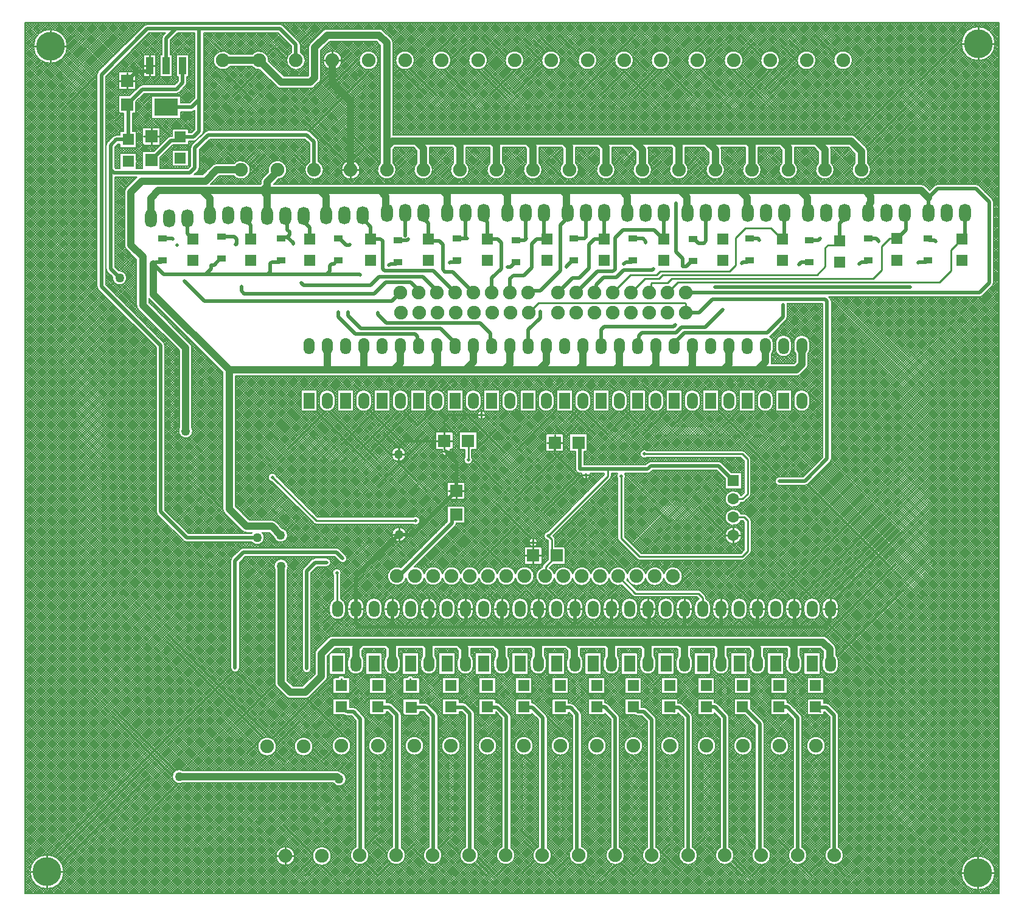
<source format=gbl>
G04*
G04 #@! TF.GenerationSoftware,Altium Limited,Altium Designer,21.3.2 (30)*
G04*
G04 Layer_Physical_Order=2*
G04 Layer_Color=16711680*
%FSTAX24Y24*%
%MOIN*%
G70*
G04*
G04 #@! TF.SameCoordinates,7032F62B-6258-4621-937C-C93DEBE01454*
G04*
G04*
G04 #@! TF.FilePolarity,Positive*
G04*
G01*
G75*
%ADD19C,0.0100*%
%ADD21R,0.0630X0.0591*%
%ADD24R,0.0669X0.0669*%
%ADD28R,0.0669X0.0669*%
%ADD48C,0.0080*%
%ADD49C,0.0200*%
%ADD50C,0.0400*%
%ADD51C,0.0748*%
%ADD52R,0.0600X0.0900*%
%ADD53O,0.0600X0.0900*%
%ADD54O,0.0660X0.1000*%
%ADD55C,0.0630*%
%ADD56R,0.0630X0.0630*%
%ADD57C,0.0200*%
%ADD58C,0.1575*%
%ADD59C,0.0500*%
%ADD60R,0.1299X0.0945*%
%ADD61R,0.0394X0.0945*%
%ADD62R,0.0472X0.0354*%
%ADD63R,0.0472X0.0354*%
D19*
X05828Y04672D02*
X059167D01*
X05828D02*
Y047607D01*
Y045833D02*
Y04672D01*
X057393D02*
X05828D01*
X044866Y019763D02*
X045281D01*
X044866D02*
Y020177D01*
Y019348D02*
Y019763D01*
X044451D02*
X044866D01*
X03679Y02309D02*
X03699D01*
X034641Y024855D02*
X035076D01*
Y025289D01*
Y024855D02*
X035511D01*
X035076Y02442D02*
Y024855D01*
X03659Y02309D02*
X03679D01*
Y02289D02*
Y02309D01*
X0339Y01939D02*
X0341D01*
X0339Y01919D02*
Y01939D01*
X0337D02*
X0339D01*
Y01959D01*
X033898Y018662D02*
X034333D01*
X033898Y018228D02*
Y018662D01*
X033463D02*
X033898D01*
Y019097D01*
X050178Y015746D02*
Y016296D01*
Y015746D02*
X050578D01*
X050178Y015196D02*
Y015746D01*
X049778D02*
X050178D01*
X048178D02*
Y016296D01*
Y015746D02*
X048578D01*
X048178Y015196D02*
Y015746D01*
X047778D02*
X048178D01*
X046178D02*
Y016296D01*
X045778Y015746D02*
X046178D01*
X046578D01*
X046178Y015196D02*
Y015746D01*
X044178D02*
Y016296D01*
Y015746D02*
X044578D01*
X043778D02*
X044178D01*
Y015196D02*
Y015746D01*
X05827Y00127D02*
X059157D01*
X05827Y000383D02*
Y00127D01*
Y002157D01*
X057383Y00127D02*
X05827D01*
X042178Y015746D02*
X042578D01*
X042178D02*
Y016296D01*
X041778Y015746D02*
X042178D01*
Y015196D02*
Y015746D01*
X040178D02*
X040578D01*
X040178D02*
Y016296D01*
X039778Y015746D02*
X040178D01*
Y015196D02*
Y015746D01*
X038178D02*
X038578D01*
X038178Y015196D02*
Y015746D01*
X037778D02*
X038178D01*
Y016296D01*
X036178Y015746D02*
Y016296D01*
Y015746D02*
X036578D01*
X036178Y015196D02*
Y015746D01*
X035778D02*
X036178D01*
X034178D02*
Y016296D01*
Y015746D02*
X034578D01*
X033778D02*
X034178D01*
Y015196D02*
Y015746D01*
X022902Y045798D02*
Y046272D01*
Y045798D02*
X023376D01*
X022428D02*
X022902D01*
Y045324D02*
Y045798D01*
X03107Y02637D02*
Y02657D01*
Y02637D02*
X03127D01*
X03107Y02617D02*
Y02637D01*
X03087D02*
X03107D01*
X029033Y024953D02*
Y025388D01*
X02968Y02221D02*
X030115D01*
X02968D02*
Y022644D01*
Y021775D02*
Y02221D01*
X029033Y024953D02*
X029467D01*
X029245Y02221D02*
X02968D01*
X028598Y024953D02*
X029033D01*
X02913Y02436D02*
X02933D01*
X02913Y02416D02*
Y02436D01*
X02893D02*
X02913D01*
X023902Y039798D02*
X024376D01*
X023902D02*
Y040272D01*
Y039324D02*
Y039798D01*
X023428D02*
X023902D01*
X02652Y02421D02*
Y02456D01*
Y02421D02*
X02687D01*
X02617D02*
X02652D01*
Y02386D02*
Y02421D01*
X012884Y045512D02*
Y046084D01*
Y045512D02*
X013181D01*
X012884Y044939D02*
Y045512D01*
X01298Y04163D02*
Y042064D01*
Y04163D02*
X013415D01*
X01298Y041195D02*
Y04163D01*
X012588Y045512D02*
X012884D01*
X01166Y04469D02*
X012095D01*
X011225D02*
X01166D01*
Y045124D01*
Y044255D02*
Y04469D01*
X00745Y045683D02*
Y04657D01*
X006563D02*
X00745D01*
Y047457D01*
Y04657D02*
X008337D01*
X012545Y04163D02*
X01298D01*
X032178Y015746D02*
X032578D01*
X032178D02*
Y016296D01*
X031778Y015746D02*
X032178D01*
X029778D02*
X030178D01*
Y016296D01*
Y015746D02*
X030578D01*
X032178Y015196D02*
Y015746D01*
X030178Y015196D02*
Y015746D01*
X02655Y01982D02*
X0269D01*
X02655D02*
Y02017D01*
Y01947D02*
Y01982D01*
X0262D02*
X02655D01*
X028178Y015746D02*
Y016296D01*
X027778Y015746D02*
X028178D01*
X028578D01*
X028178Y015196D02*
Y015746D01*
X026178D02*
Y016296D01*
X025778Y015746D02*
X026178D01*
X026578D01*
X026178Y015196D02*
Y015746D01*
X024178D02*
Y016296D01*
X023778Y015746D02*
X024178D01*
X024578D01*
X024178Y015196D02*
Y015746D01*
X02032Y002195D02*
X020794D01*
X019846D02*
X02032D01*
Y002669D01*
Y001721D02*
Y002195D01*
X00726Y00133D02*
X008147D01*
X00726Y000443D02*
Y00133D01*
Y002217D01*
X006373Y00133D02*
X00726D01*
X03872Y01961D02*
Y02302D01*
X03973Y0186D02*
X04536D01*
X03872Y01961D02*
X03973Y0186D01*
X02655Y02414D02*
Y02418D01*
X02652Y02421D02*
X02655Y02418D01*
X02652Y02421D02*
X02657Y02426D01*
Y02468D01*
X026843Y024953D01*
X029033D01*
X03799Y02302D02*
Y0234D01*
X03472Y01975D02*
X03799Y02302D01*
X03419Y03252D02*
X042181D01*
X04224Y03198D02*
Y032461D01*
X042181Y03252D02*
X04224Y032461D01*
X03366Y03199D02*
X03419Y03252D01*
X04466Y03424D02*
X04498Y03456D01*
Y03608D02*
X04551Y03661D01*
X04498Y03456D02*
Y03608D01*
X040341Y033161D02*
Y033561D01*
X04127Y03362D02*
X04149Y03384D01*
X040341Y033561D02*
X040399Y03362D01*
X04127D01*
X04066Y03403D02*
X04087Y03424D01*
X03825Y03307D02*
X03921Y03403D01*
X04066D01*
X04001Y03383D02*
X04078D01*
X04099Y03404D01*
X03925Y03307D02*
X04001Y03383D01*
X04025Y03307D02*
X040341Y033161D01*
X04099Y03404D02*
X04944D01*
X053421Y036041D02*
X05383D01*
X05298Y0356D02*
X053421Y036041D01*
X05298Y03431D02*
Y0356D01*
X05251Y03384D02*
X05298Y03431D01*
X04149Y03384D02*
X05251D01*
X05005Y03568D02*
X050444D01*
X050689Y035925D01*
X0499Y03553D02*
X05005Y03568D01*
X0499Y0345D02*
Y03553D01*
X04944Y03404D02*
X0499Y0345D01*
X04087Y03424D02*
X04466D01*
X04551Y03661D02*
X046933D01*
X04752Y036024D01*
X057117Y035778D02*
X057362Y036024D01*
X05678Y03427D02*
Y035422D01*
X057362Y036024D02*
X057382D01*
X057117Y035759D02*
Y035778D01*
X05678Y035422D02*
X057117Y035759D01*
X05615Y03364D02*
X05678Y03427D01*
X04182Y03364D02*
X05615D01*
X04125Y03307D02*
X04182Y03364D01*
X02766Y031815D02*
Y03199D01*
X028585Y031915D02*
X02866Y03199D01*
X034589Y017559D02*
Y018054D01*
X035197Y018662D01*
X03456Y01753D02*
X034589Y017559D01*
X049367Y010363D02*
X049613Y010118D01*
X041375Y010363D02*
X04162Y010118D01*
X035381Y010363D02*
X035414Y01033D01*
X0363Y002326D02*
X036391Y002235D01*
X023638Y010118D02*
X023708D01*
X024391Y002235D02*
X024436Y002279D01*
X033383Y010363D02*
X033391Y010355D01*
X034391Y002235D02*
X034436Y002279D01*
X025391Y010363D02*
X025399Y010355D01*
X02722Y010359D02*
X027228Y010351D01*
X031385Y010363D02*
X031393Y010355D01*
X023392Y010363D02*
X023638Y010118D01*
X026391Y002235D02*
X026436Y002279D01*
X029387Y010363D02*
X029395Y010355D01*
X032391Y002235D02*
X032436Y002279D01*
X030391Y002235D02*
X030436Y002279D01*
X028391Y002235D02*
X028436Y002279D01*
X023708Y010118D02*
X023716Y010109D01*
X04631Y002316D02*
X046391Y002235D01*
X045371Y010363D02*
X045391D01*
X039377D02*
X039622Y010118D01*
X039377Y011544D02*
X03939Y011557D01*
X037379Y011544D02*
X03739Y011555D01*
X035381Y011544D02*
X03542Y011583D01*
X033383Y011544D02*
Y011577D01*
X031385Y011544D02*
Y011615D01*
X029387Y011544D02*
X0294Y011558D01*
X025391Y011544D02*
Y011561D01*
X023392Y011544D02*
X023404D01*
X02716Y011882D02*
Y011903D01*
X023392Y01186D02*
Y011903D01*
X043178Y015746D02*
Y016352D01*
X04294Y01659D02*
X043178Y016352D01*
X0395Y01659D02*
X04294D01*
X03856Y01753D02*
X0395Y01659D01*
X023159Y015765D02*
Y017691D01*
X02314Y01771D02*
X023159Y017691D01*
Y015765D02*
X023178Y015746D01*
X03621Y02308D02*
X03678D01*
X03504Y02425D02*
X03621Y02308D01*
X03678D02*
X03679Y02309D01*
X045457Y020763D02*
X04566Y02056D01*
X044866Y020763D02*
X045457D01*
X04566Y0189D02*
Y02056D01*
X04536Y0186D02*
X04566Y0189D01*
X045363Y021763D02*
X04564Y02204D01*
X044866Y021763D02*
X045363D01*
X04564Y02204D02*
Y02393D01*
X04534Y02423D02*
X04564Y02393D01*
X03999Y02423D02*
X04534D01*
X03504Y02425D02*
Y024819D01*
X035076Y024855D01*
X036375D02*
X036443Y024787D01*
X03472Y01975D02*
X034913Y019557D01*
Y018947D02*
Y019557D01*
Y018947D02*
X035197Y018662D01*
X030332Y024953D02*
X03034Y024945D01*
Y02391D02*
Y024945D01*
X01961Y02295D02*
X01963D01*
X02201Y02057D01*
X02746D01*
X03106Y02636D02*
X03107Y02637D01*
X02925Y02636D02*
X03106D01*
X029033Y026143D02*
X02925Y02636D01*
X029033Y024953D02*
Y026143D01*
Y024469D02*
X02913Y024371D01*
X029033Y024469D02*
Y024953D01*
X02913Y02436D02*
Y024371D01*
X0339Y018664D02*
Y01939D01*
X033898Y018662D02*
X0339Y018664D01*
D21*
X01457Y04043D02*
D03*
Y041611D02*
D03*
X01171Y040279D02*
D03*
Y041461D02*
D03*
X05383Y036041D02*
D03*
Y034859D02*
D03*
X023392Y011544D02*
D03*
Y010363D02*
D03*
X049367D02*
D03*
Y011544D02*
D03*
X047369Y010363D02*
D03*
Y011544D02*
D03*
X045371Y010363D02*
D03*
Y011544D02*
D03*
X043373Y010363D02*
D03*
Y011544D02*
D03*
X041375Y010363D02*
D03*
Y011544D02*
D03*
X039377Y010363D02*
D03*
Y011544D02*
D03*
X037379Y010363D02*
D03*
Y011544D02*
D03*
X035381Y010363D02*
D03*
Y011544D02*
D03*
X033383Y010363D02*
D03*
Y011544D02*
D03*
X031385Y010363D02*
D03*
Y011544D02*
D03*
X029387Y010363D02*
D03*
Y011544D02*
D03*
X02722Y010359D02*
D03*
Y011541D02*
D03*
X025391Y010363D02*
D03*
Y011544D02*
D03*
X015256Y036024D02*
D03*
Y034843D02*
D03*
X057382D02*
D03*
Y036024D02*
D03*
X050689Y034744D02*
D03*
Y035925D02*
D03*
X047539Y036024D02*
D03*
Y034843D02*
D03*
X044291Y036024D02*
D03*
Y034843D02*
D03*
X041043Y036024D02*
D03*
Y034843D02*
D03*
X037795Y036024D02*
D03*
Y034843D02*
D03*
X034646Y036024D02*
D03*
Y034843D02*
D03*
X031398Y036024D02*
D03*
Y034843D02*
D03*
X02815Y036024D02*
D03*
Y034843D02*
D03*
X025Y036024D02*
D03*
Y034843D02*
D03*
X021654Y036024D02*
D03*
Y034843D02*
D03*
X018406D02*
D03*
Y036024D02*
D03*
D24*
X01298Y04163D02*
D03*
Y04033D02*
D03*
X01166Y04469D02*
D03*
Y04339D02*
D03*
X02968Y02091D02*
D03*
Y02221D02*
D03*
D28*
X033898Y018662D02*
D03*
X035197D02*
D03*
X035076Y024855D02*
D03*
X036375D02*
D03*
X029033Y024953D02*
D03*
X030332D02*
D03*
D48*
X059207Y04672D02*
G03*
X059207Y04672I-000927J0D01*
G01*
D02*
G03*
X059207Y04672I-000927J0D01*
G01*
X05139Y045803D02*
G03*
X05139Y045803I-000514J0D01*
G01*
X052216Y040824D02*
G03*
X052116Y041064I-00034J0D01*
G01*
X052216Y040824D02*
G03*
X052117Y041064I-00034J0D01*
G01*
X051571Y04161D02*
G03*
X05133Y04171I-000241J-00024D01*
G01*
X05239Y039803D02*
G03*
X052216Y040189I-000514J0D01*
G01*
X051536D02*
G03*
X05239Y039803I00034J-000386D01*
G01*
X05157Y04161D02*
G03*
X05133Y04171I-00024J-00024D01*
G01*
X05606Y03901D02*
G03*
X05589Y03894I0J-00024D01*
G01*
X05832D02*
G03*
X05815Y03901I-00017J-00017D01*
G01*
X05606D02*
G03*
X05589Y03894I0J-00024D01*
G01*
X05832D02*
G03*
X05815Y03901I-00017J-00017D01*
G01*
X055411Y0389D02*
G03*
X05517Y039I-000241J-00024D01*
G01*
X05541Y0389D02*
G03*
X05517Y039I-00024J-00024D01*
G01*
X05905Y03343D02*
G03*
X05912Y0336I-00017J00017D01*
G01*
Y03804D02*
G03*
X05905Y03821I-00024J0D01*
G01*
X05912Y03804D02*
G03*
X05905Y03821I-00024J0D01*
G01*
Y03343D02*
G03*
X05912Y0336I-00017J00017D01*
G01*
X05835Y03283D02*
G03*
X05852Y0329I0J00024D01*
G01*
X05835Y03283D02*
G03*
X05852Y0329I0J00024D01*
G01*
X04939Y045803D02*
G03*
X04939Y045803I-000514J0D01*
G01*
X04739D02*
G03*
X04739Y045803I-000514J0D01*
G01*
X04539D02*
G03*
X04539Y045803I-000514J0D01*
G01*
X050216Y040914D02*
G03*
X050196Y04103I-00034J0D01*
G01*
X050216Y040914D02*
G03*
X050196Y04103I-00034J0D01*
G01*
X05039Y039803D02*
G03*
X050216Y040189I-000514J0D01*
G01*
X049536D02*
G03*
X05039Y039803I00034J-000386D01*
G01*
X04839D02*
G03*
X048216Y040189I-000514J0D01*
G01*
X047536D02*
G03*
X04839Y039803I00034J-000386D01*
G01*
X04639D02*
G03*
X046216Y040189I-000514J0D01*
G01*
X045536D02*
G03*
X04639Y039803I00034J-000386D01*
G01*
X04439D02*
G03*
X044216Y040189I-000514J0D01*
G01*
X043536D02*
G03*
X04439Y039803I00034J-000386D01*
G01*
X05024Y032593D02*
G03*
X05017Y032763I-00024J0D01*
G01*
X05024Y032593D02*
G03*
X05017Y032763I-00024J0D01*
G01*
X048957Y02972D02*
G03*
X049057Y03I-00034J000279D01*
G01*
Y0303D02*
G03*
X048177Y0303I-00044J0D01*
G01*
X048857Y028897D02*
G03*
X048957Y029137I-00024J000241D01*
G01*
X04782Y03241D02*
G03*
X047812Y03247I-00024J0D01*
G01*
X04782Y03241D02*
G03*
X047812Y03247I-00024J0D01*
G01*
X04775Y03156D02*
G03*
X04782Y03173I-00017J00017D01*
G01*
X04775Y03156D02*
G03*
X04782Y03173I-00017J00017D01*
G01*
X048177Y03D02*
G03*
X048277Y02972I00044J0D01*
G01*
X046856Y030669D02*
G03*
X04688Y03069I-000146J000191D01*
G01*
X046856Y030669D02*
G03*
X04688Y03069I-000146J000191D01*
G01*
X048057Y0303D02*
G03*
X047177Y0303I-00044J0D01*
G01*
Y03D02*
G03*
X048057Y03I00044J0D01*
G01*
X047057Y0303D02*
G03*
X046856Y030669I-00044J0D01*
G01*
X046957Y02972D02*
G03*
X047057Y03I-00034J000279D01*
G01*
X048858Y028897D02*
G03*
X048957Y029137I-00024J00024D01*
G01*
X04833Y02851D02*
G03*
X048571Y02861I0J00034D01*
G01*
X04833Y02851D02*
G03*
X04857Y02861I0J00034D01*
G01*
X046948Y02919D02*
G03*
X046957Y029267I-000331J000077D01*
G01*
X046948Y02919D02*
G03*
X046957Y029267I-000331J000077D01*
G01*
X05017Y02379D02*
G03*
X05024Y02396I-00017J00017D01*
G01*
X05017Y02379D02*
G03*
X05024Y02396I-00017J00017D01*
G01*
X050618Y015896D02*
G03*
X049738Y015896I-00044J0D01*
G01*
X049057Y0273D02*
G03*
X048177Y0273I-00044J0D01*
G01*
Y027D02*
G03*
X049057Y027I00044J0D01*
G01*
X047057Y0273D02*
G03*
X046177Y0273I-00044J0D01*
G01*
Y027D02*
G03*
X047057Y027I00044J0D01*
G01*
X04879Y02251D02*
G03*
X04896Y02258I0J00024D01*
G01*
X04879Y02251D02*
G03*
X04896Y02258I0J00024D01*
G01*
X048618Y015896D02*
G03*
X047738Y015896I-00044J0D01*
G01*
X049618D02*
G03*
X048738Y015896I-00044J0D01*
G01*
X047618D02*
G03*
X046738Y015896I-00044J0D01*
G01*
X04741Y02299D02*
G03*
X04724Y02292I0J-00024D01*
G01*
X04741Y02299D02*
G03*
X04724Y02292I0J-00024D01*
G01*
X04722Y0229D02*
G03*
X047486Y02251I00017J-00017D01*
G01*
X04722Y0229D02*
G03*
X047486Y02251I00017J-00017D01*
G01*
X045474Y024364D02*
G03*
X04534Y02442I-000134J-000134D01*
G01*
X045475Y024364D02*
G03*
X04534Y02442I-000135J-000134D01*
G01*
X04583Y02393D02*
G03*
X045774Y024065I-00019J0D01*
G01*
X04583Y02393D02*
G03*
X045774Y024064I-00019J0D01*
G01*
Y021906D02*
G03*
X04583Y02204I-000134J000134D01*
G01*
X045774Y021905D02*
G03*
X04583Y02204I-000134J000135D01*
G01*
X045057Y0273D02*
G03*
X044177Y0273I-00044J0D01*
G01*
Y027D02*
G03*
X045057Y027I00044J0D01*
G01*
X044218Y02375D02*
G03*
X044048Y02382I-00017J-00017D01*
G01*
X044218Y02375D02*
G03*
X044048Y02382I-00017J-00017D01*
G01*
X04585Y02056D02*
G03*
X045794Y020695I-00019J0D01*
G01*
X04585Y02056D02*
G03*
X045794Y020694I-00019J0D01*
G01*
X045363Y021573D02*
G03*
X045497Y021628I0J00019D01*
G01*
X045592Y020897D02*
G03*
X045457Y020953I-000134J-000134D01*
G01*
X045363Y021573D02*
G03*
X045497Y021628I0J00019D01*
G01*
X045592Y020897D02*
G03*
X045457Y020953I-000135J-000134D01*
G01*
X045794Y018766D02*
G03*
X04585Y0189I-000134J000134D01*
G01*
X045794Y018765D02*
G03*
X04585Y0189I-000134J000135D01*
G01*
X04536Y01841D02*
G03*
X045494Y018466I0J00019D01*
G01*
X04536Y01841D02*
G03*
X045495Y018466I0J00019D01*
G01*
X046618Y015896D02*
G03*
X045738Y015896I-00044J0D01*
G01*
X045618D02*
G03*
X044738Y015896I-00044J0D01*
G01*
X045279Y021953D02*
G03*
X045279Y021573I-000413J-00019D01*
G01*
Y020953D02*
G03*
X045279Y020573I-000413J-00019D01*
G01*
X045321Y019763D02*
G03*
X045321Y019763I-000455J0D01*
G01*
X044618Y015896D02*
G03*
X043738Y015896I-00044J0D01*
G01*
X04339Y045803D02*
G03*
X04339Y045803I-000514J0D01*
G01*
X044216Y040894D02*
G03*
X044188Y04103I-00034J0D01*
G01*
X044216Y040894D02*
G03*
X044188Y04103I-00034J0D01*
G01*
X04239Y039803D02*
G03*
X042216Y040189I-000514J0D01*
G01*
X041536D02*
G03*
X04239Y039803I00034J-000386D01*
G01*
X04139Y045803D02*
G03*
X04139Y045803I-000514J0D01*
G01*
X040216Y040904D02*
G03*
X040192Y04103I-00034J0D01*
G01*
X040216Y040904D02*
G03*
X040192Y04103I-00034J0D01*
G01*
X03939Y045803D02*
G03*
X03939Y045803I-000514J0D01*
G01*
X04039Y039803D02*
G03*
X040216Y040189I-000514J0D01*
G01*
X039536D02*
G03*
X04039Y039803I00034J-000386D01*
G01*
X03839D02*
G03*
X038216Y040189I-000514J0D01*
G01*
X043057Y0273D02*
G03*
X042177Y0273I-00044J0D01*
G01*
Y027D02*
G03*
X043057Y027I00044J0D01*
G01*
X041057Y0273D02*
G03*
X040177Y0273I-00044J0D01*
G01*
X039057D02*
G03*
X038177Y0273I-00044J0D01*
G01*
X040177Y027D02*
G03*
X041057Y027I00044J0D01*
G01*
X038177D02*
G03*
X039057Y027I00044J0D01*
G01*
X03739Y045803D02*
G03*
X03739Y045803I-000514J0D01*
G01*
X037536Y040189D02*
G03*
X03839Y039803I00034J-000386D01*
G01*
X03539Y045803D02*
G03*
X03539Y045803I-000514J0D01*
G01*
X03639Y039803D02*
G03*
X036216Y040189I-000514J0D01*
G01*
X035536D02*
G03*
X03639Y039803I00034J-000386D01*
G01*
X033536Y040189D02*
G03*
X03439Y039803I00034J-000386D01*
G01*
D02*
G03*
X034216Y040189I-000514J0D01*
G01*
X037057Y0273D02*
G03*
X036177Y0273I-00044J0D01*
G01*
Y027D02*
G03*
X037057Y027I00044J0D01*
G01*
X035057Y0273D02*
G03*
X034177Y0273I-00044J0D01*
G01*
Y027D02*
G03*
X035057Y027I00044J0D01*
G01*
X040137Y02442D02*
G03*
X040137Y02404I-000147J-00019D01*
G01*
X040344Y02382D02*
G03*
X040174Y02375I0J-00024D01*
G01*
X040344Y02382D02*
G03*
X040174Y02375I0J-00024D01*
G01*
X040164Y02316D02*
G03*
X040334Y02323I0J00024D01*
G01*
X040164Y02316D02*
G03*
X040334Y02323I0J00024D01*
G01*
X03896Y02302D02*
G03*
X038915Y02316I-00024J0D01*
G01*
X039595Y018466D02*
G03*
X03973Y01841I000135J000134D01*
G01*
X039596Y018466D02*
G03*
X03973Y01841I000134J000134D01*
G01*
X038525Y02316D02*
G03*
X03853Y022873I000195J-00014D01*
G01*
X03891D02*
G03*
X03896Y02302I-00019J000147D01*
G01*
X038124Y022886D02*
G03*
X03818Y02302I-000134J000134D01*
G01*
X038124Y022885D02*
G03*
X03818Y02302I-000134J000135D01*
G01*
X03853Y01961D02*
G03*
X038586Y019475I00019J0D01*
G01*
X03853Y01961D02*
G03*
X038586Y019476I00019J0D01*
G01*
X042074Y01753D02*
G03*
X04106Y017649I-000514J0D01*
G01*
Y017411D02*
G03*
X042074Y01753I0005J000119D01*
G01*
X043368Y016352D02*
G03*
X043312Y016487I-00019J0D01*
G01*
X043368Y016352D02*
G03*
X043312Y016486I-00019J0D01*
G01*
X043075Y016724D02*
G03*
X04294Y01678I-000135J-000134D01*
G01*
X043074Y016724D02*
G03*
X04294Y01678I-000134J-000134D01*
G01*
X042975Y016287D02*
G03*
X042738Y015896I000203J-00039D01*
G01*
X043618D02*
G03*
X043368Y016293I-00044J0D01*
G01*
X042618Y015896D02*
G03*
X041738Y015896I-00044J0D01*
G01*
X041618D02*
G03*
X040738Y015896I-00044J0D01*
G01*
X04006Y017411D02*
G03*
X04106Y017411I0005J000119D01*
G01*
Y017649D02*
G03*
X04006Y017649I-0005J-000119D01*
G01*
X03906D02*
G03*
X03806Y017649I-0005J-000119D01*
G01*
X04006D02*
G03*
X03906Y017649I-0005J-000119D01*
G01*
Y017411D02*
G03*
X04006Y017411I0005J000119D01*
G01*
X039032Y017327D02*
G03*
X03906Y017411I-000472J000203D01*
G01*
X03806D02*
G03*
X038763Y017058I0005J000119D01*
G01*
X040618Y015896D02*
G03*
X039738Y015896I-00044J0D01*
G01*
X039365Y016456D02*
G03*
X0395Y0164I000135J000134D01*
G01*
X039366Y016456D02*
G03*
X0395Y0164I000134J000134D01*
G01*
X039618Y015896D02*
G03*
X038738Y015896I-00044J0D01*
G01*
X03703Y02309D02*
G03*
X03702Y02316I-00024J0D01*
G01*
X03656D02*
G03*
X03703Y02309I00023J-00007D01*
G01*
X03622Y0234D02*
G03*
X03646Y02316I00024J0D01*
G01*
X03622Y0234D02*
G03*
X03646Y02316I00024J0D01*
G01*
X03622Y0234D02*
G03*
X03646Y02316I00024J0D01*
G01*
X035103Y019557D02*
G03*
X035047Y019692I-00019J0D01*
G01*
X035103Y019557D02*
G03*
X035047Y019692I-00019J0D01*
G01*
X034689Y019988D02*
G03*
X034689Y019512I000031J-000238D01*
G01*
X03414Y01939D02*
G03*
X03414Y01939I-00024J0D01*
G01*
X03706Y017649D02*
G03*
X03606Y017649I-0005J-000119D01*
G01*
X03806D02*
G03*
X03706Y017649I-0005J-000119D01*
G01*
Y017411D02*
G03*
X03806Y017411I0005J000119D01*
G01*
X03606Y017649D02*
G03*
X03506Y017649I-0005J-000119D01*
G01*
X038618Y015896D02*
G03*
X037738Y015896I-00044J0D01*
G01*
X037618D02*
G03*
X036738Y015896I-00044J0D01*
G01*
X03606Y017411D02*
G03*
X03706Y017411I0005J000119D01*
G01*
X03506D02*
G03*
X03606Y017411I0005J000119D01*
G01*
X036618Y015896D02*
G03*
X035738Y015896I-00044J0D01*
G01*
X034455Y018188D02*
G03*
X034399Y018054I000134J-000134D01*
G01*
X034455Y018189D02*
G03*
X034399Y018054I000134J-000135D01*
G01*
Y018018D02*
G03*
X03506Y017411I000161J-000488D01*
G01*
Y017649D02*
G03*
X034792Y017989I-0005J-000119D01*
G01*
X035618Y015896D02*
G03*
X034738Y015896I-00044J0D01*
G01*
X034618D02*
G03*
X033738Y015896I-00044J0D01*
G01*
X033944Y01754D02*
G03*
X03293Y017659I-000514J0D01*
G01*
Y017421D02*
G03*
X033944Y01754I0005J000119D01*
G01*
X033618Y015896D02*
G03*
X032738Y015896I-00044J0D01*
G01*
X049738Y015596D02*
G03*
X050618Y015596I00044J0D01*
G01*
X05048Y01354D02*
G03*
X05038Y013781I-00034J0D01*
G01*
X05048Y01354D02*
G03*
X05038Y013781I-00034J0D01*
G01*
X05001Y01415D02*
G03*
X04977Y01425I-00024J-00024D01*
G01*
X050011Y01415D02*
G03*
X04977Y01425I-000241J-00024D01*
G01*
X050618Y012896D02*
G03*
X05048Y013216I-00044J0D01*
G01*
X049738Y012596D02*
G03*
X050618Y012596I00044J0D01*
G01*
X0498Y013121D02*
G03*
X049738Y012896I000378J-000225D01*
G01*
X048738Y015596D02*
G03*
X049618Y015596I00044J0D01*
G01*
X047738D02*
G03*
X048618Y015596I00044J0D01*
G01*
Y012896D02*
G03*
X048518Y013176I-00044J0D01*
G01*
X047838D02*
G03*
X047738Y012896I00034J-000279D01*
G01*
Y012596D02*
G03*
X048618Y012596I00044J0D01*
G01*
X05012Y01051D02*
G03*
X04995Y01058I-00017J-00017D01*
G01*
X05012Y01051D02*
G03*
X04995Y01058I-00017J-00017D01*
G01*
X047977Y010533D02*
G03*
X047824Y010602I-00017J-00017D01*
G01*
X047977Y010533D02*
G03*
X047824Y010602I-00017J-00017D01*
G01*
X045738Y015596D02*
G03*
X046618Y015596I00044J0D01*
G01*
X046738D02*
G03*
X047618Y015596I00044J0D01*
G01*
X044738D02*
G03*
X045618Y015596I00044J0D01*
G01*
X046618Y012896D02*
G03*
X046518Y013176I-00044J0D01*
G01*
X045838D02*
G03*
X045738Y012896I00034J-000279D01*
G01*
X043738Y015596D02*
G03*
X044618Y015596I00044J0D01*
G01*
X042738D02*
G03*
X043618Y015596I00044J0D01*
G01*
X044618Y012896D02*
G03*
X044518Y013176I-00044J0D01*
G01*
X043838D02*
G03*
X043738Y012896I00034J-000279D01*
G01*
X045738Y012596D02*
G03*
X046618Y012596I00044J0D01*
G01*
X043738D02*
G03*
X044618Y012596I00044J0D01*
G01*
X044017Y010533D02*
G03*
X043847Y010603I-00017J-00017D01*
G01*
X044017Y010533D02*
G03*
X043847Y010603I-00017J-00017D01*
G01*
X050631Y009899D02*
G03*
X050561Y010069I-00024J0D01*
G01*
X050631Y009899D02*
G03*
X050561Y010069I-00024J0D01*
G01*
X050905Y002235D02*
G03*
X050631Y002689I-000514J0D01*
G01*
X048631Y009779D02*
G03*
X048561Y009949I-00024J0D01*
G01*
X048631Y009779D02*
G03*
X048561Y009949I-00024J0D01*
G01*
X049905Y008235D02*
G03*
X049905Y008235I-000514J0D01*
G01*
X047905D02*
G03*
X047905Y008235I-000514J0D01*
G01*
X048905Y002235D02*
G03*
X048631Y002689I-000514J0D01*
G01*
X059197Y00127D02*
G03*
X059197Y00127I-000927J0D01*
G01*
D02*
G03*
X059197Y00127I-000927J0D01*
G01*
X050151Y002689D02*
G03*
X050905Y002235I00024J-000455D01*
G01*
X048151Y002689D02*
G03*
X048905Y002235I00024J-000455D01*
G01*
X04655Y009444D02*
G03*
X04648Y009614I-00024J0D01*
G01*
X04655Y009444D02*
G03*
X04648Y009614I-00024J0D01*
G01*
X045905Y008235D02*
G03*
X045905Y008235I-000514J0D01*
G01*
X044631Y009819D02*
G03*
X044561Y009989I-00024J0D01*
G01*
X044631Y009819D02*
G03*
X044561Y009989I-00024J0D01*
G01*
X043905Y008235D02*
G03*
X043905Y008235I-000514J0D01*
G01*
X046905Y002235D02*
G03*
X04655Y002723I-000514J0D01*
G01*
X04607Y002636D02*
G03*
X046905Y002235I000321J-000402D01*
G01*
X044905D02*
G03*
X044631Y002689I-000514J0D01*
G01*
X044151D02*
G03*
X044905Y002235I00024J-000455D01*
G01*
X042905D02*
G03*
X042631Y002689I-000514J0D01*
G01*
X042151D02*
G03*
X042905Y002235I00024J-000455D01*
G01*
X041738Y015596D02*
G03*
X042618Y015596I00044J0D01*
G01*
X040738D02*
G03*
X041618Y015596I00044J0D01*
G01*
X039738D02*
G03*
X040618Y015596I00044J0D01*
G01*
X042618Y012896D02*
G03*
X042518Y013176I-00044J0D01*
G01*
X040618Y012896D02*
G03*
X040518Y013176I-00044J0D01*
G01*
X038738Y015596D02*
G03*
X039618Y015596I00044J0D01*
G01*
X037738D02*
G03*
X038618Y015596I00044J0D01*
G01*
Y012896D02*
G03*
X038518Y013176I-00044J0D01*
G01*
X037838D02*
G03*
X037738Y012896I00034J-000279D01*
G01*
X041838Y013176D02*
G03*
X041738Y012896I00034J-000279D01*
G01*
Y012596D02*
G03*
X042618Y012596I00044J0D01*
G01*
X039738D02*
G03*
X040618Y012596I00044J0D01*
G01*
X039838Y013176D02*
G03*
X039738Y012896I00034J-000279D01*
G01*
X037738Y012596D02*
G03*
X038618Y012596I00044J0D01*
G01*
X036738Y015596D02*
G03*
X037618Y015596I00044J0D01*
G01*
X035738D02*
G03*
X036618Y015596I00044J0D01*
G01*
X034738D02*
G03*
X035618Y015596I00044J0D01*
G01*
X033738D02*
G03*
X034618Y015596I00044J0D01*
G01*
X032738D02*
G03*
X033618Y015596I00044J0D01*
G01*
X036618Y012896D02*
G03*
X03648Y013216I-00044J0D01*
G01*
X0358Y013121D02*
G03*
X035738Y012896I000378J-000225D01*
G01*
Y012596D02*
G03*
X036618Y012596I00044J0D01*
G01*
X033838Y013176D02*
G03*
X033738Y012896I00034J-000279D01*
G01*
X034618D02*
G03*
X034518Y013176I-00044J0D01*
G01*
X033738Y012596D02*
G03*
X034618Y012596I00044J0D01*
G01*
X032618Y012896D02*
G03*
X032518Y013176I-00044J0D01*
G01*
X042631Y009829D02*
G03*
X042561Y009999I-00024J0D01*
G01*
X042043Y010517D02*
G03*
X041873Y010587I-00017J-00017D01*
G01*
X042631Y009829D02*
G03*
X042561Y009999I-00024J0D01*
G01*
X042043Y010517D02*
G03*
X041873Y010587I-00017J-00017D01*
G01*
X040631Y009679D02*
G03*
X040561Y009849I-00024J0D01*
G01*
X040631Y009679D02*
G03*
X040561Y009849I-00024J0D01*
G01*
X041905Y008235D02*
G03*
X041905Y008235I-000514J0D01*
G01*
X040122Y010287D02*
G03*
X039952Y010358I-00017J-00017D01*
G01*
X040122Y010287D02*
G03*
X039952Y010358I-00017J-00017D01*
G01*
X039476Y009928D02*
G03*
X039622Y009878I000147J00019D01*
G01*
X038631Y009779D02*
G03*
X038561Y009949I-00024J0D01*
G01*
X038631Y009779D02*
G03*
X038561Y009949I-00024J0D01*
G01*
X037977Y010533D02*
G03*
X037834Y010602I-00017J-00017D01*
G01*
X037977Y010533D02*
G03*
X037834Y010602I-00017J-00017D01*
G01*
X039905Y008235D02*
G03*
X039905Y008235I-000514J0D01*
G01*
X037905D02*
G03*
X037905Y008235I-000514J0D01*
G01*
X040905Y002235D02*
G03*
X040631Y002689I-000514J0D01*
G01*
X040151D02*
G03*
X040905Y002235I00024J-000455D01*
G01*
X038905D02*
G03*
X038631Y002689I-000514J0D01*
G01*
X038151D02*
G03*
X038905Y002235I00024J-000455D01*
G01*
X03654Y00997D02*
G03*
X03647Y01014I-00024J0D01*
G01*
X03654Y00997D02*
G03*
X03647Y01014I-00024J0D01*
G01*
X03611Y0105D02*
G03*
X03594Y01057I-00017J-00017D01*
G01*
X03611Y0105D02*
G03*
X03594Y01057I-00017J-00017D01*
G01*
X035905Y008235D02*
G03*
X035905Y008235I-000514J0D01*
G01*
X034676Y009761D02*
G03*
X034605Y00993I-00024J0D01*
G01*
X034676Y009761D02*
G03*
X034605Y00993I-00024J0D01*
G01*
X034011Y010524D02*
G03*
X033842Y010595I-00017J-00017D01*
G01*
X034011Y010524D02*
G03*
X033842Y010595I-00017J-00017D01*
G01*
X032676Y009851D02*
G03*
X032605Y01002I-00024J0D01*
G01*
X032676Y009851D02*
G03*
X032605Y01002I-00024J0D01*
G01*
X033905Y008235D02*
G03*
X033905Y008235I-000514J0D01*
G01*
X036905Y002235D02*
G03*
X03654Y002727I-000514J0D01*
G01*
X03606Y002628D02*
G03*
X036905Y002235I000331J-000393D01*
G01*
X034905D02*
G03*
X034676Y002663I-000514J0D01*
G01*
X034196Y00271D02*
G03*
X034905Y002235I000195J-000476D01*
G01*
X032905D02*
G03*
X032676Y002663I-000514J0D01*
G01*
X03339Y045803D02*
G03*
X03339Y045803I-000514J0D01*
G01*
X03139D02*
G03*
X03139Y045803I-000514J0D01*
G01*
X02939D02*
G03*
X02939Y045803I-000514J0D01*
G01*
X02739D02*
G03*
X02739Y045803I-000514J0D01*
G01*
X0257Y04742D02*
G03*
X02546Y04752I-00024J-00024D01*
G01*
X025701Y04742D02*
G03*
X02546Y04752I-000241J-00024D01*
G01*
X026216Y046764D02*
G03*
X026116Y047004I-00034J0D01*
G01*
X026216Y046764D02*
G03*
X026117Y047004I-00034J0D01*
G01*
X02539Y045803D02*
G03*
X02539Y045803I-000514J0D01*
G01*
X028216Y040984D02*
G03*
X028213Y04103I-00034J0D01*
G01*
X028216Y040984D02*
G03*
X028213Y04103I-00034J0D01*
G01*
X02261Y04752D02*
G03*
X02237Y04742I0J-00034D01*
G01*
X02261Y04752D02*
G03*
X022369Y04742I0J-00034D01*
G01*
X023416Y045798D02*
G03*
X023416Y045798I-000514J0D01*
G01*
X02217Y044594D02*
G03*
X02227Y044834I-00024J00024D01*
G01*
X02169Y046741D02*
G03*
X02159Y0465I00024J-000241D01*
G01*
X02169Y04674D02*
G03*
X02159Y0465I00024J-00024D01*
G01*
X0202Y04771D02*
G03*
X02003Y04778I-00017J-00017D01*
G01*
X0202Y04771D02*
G03*
X02003Y04778I-00017J-00017D01*
G01*
X021142Y046668D02*
G03*
X021072Y046838I-00024J0D01*
G01*
X021142Y046668D02*
G03*
X021072Y046838I-00024J0D01*
G01*
X021416Y045798D02*
G03*
X021142Y046252I-000514J0D01*
G01*
X020662D02*
G03*
X021416Y045798I00024J-000455D01*
G01*
X019404Y0458D02*
G03*
X018505Y04614I-000514J0D01*
G01*
Y04546D02*
G03*
X018931Y045288I000386J00034D01*
G01*
X02217Y044594D02*
G03*
X02227Y044834I-00024J000241D01*
G01*
X021696Y04426D02*
G03*
X021936Y04436I0J00034D01*
G01*
X021696Y04426D02*
G03*
X021936Y04436I0J00034D01*
G01*
X022127Y041338D02*
G03*
X022056Y041508I-00024J0D01*
G01*
X022127Y041338D02*
G03*
X022056Y041508I-00024J0D01*
G01*
X021674Y04189D02*
G03*
X021505Y04196I-00017J-00017D01*
G01*
X021674Y04189D02*
G03*
X021505Y04196I-00017J-00017D01*
G01*
X019859Y04436D02*
G03*
X0201Y04426I00024J00024D01*
G01*
X019859Y04436D02*
G03*
X0201Y04426I000241J00024D01*
G01*
X03239Y039803D02*
G03*
X032216Y040189I-000514J0D01*
G01*
X031536D02*
G03*
X03239Y039803I00034J-000386D01*
G01*
X03039D02*
G03*
X030216Y040189I-000514J0D01*
G01*
X029536D02*
G03*
X03039Y039803I00034J-000386D01*
G01*
X033057Y0273D02*
G03*
X032177Y0273I-00044J0D01*
G01*
X031057D02*
G03*
X030177Y0273I-00044J0D01*
G01*
X02839Y039803D02*
G03*
X028216Y040189I-000514J0D01*
G01*
X027536D02*
G03*
X02839Y039803I00034J-000386D01*
G01*
X029057Y0273D02*
G03*
X028177Y0273I-00044J0D01*
G01*
X032177Y027D02*
G03*
X033057Y027I00044J0D01*
G01*
X031177Y026585D02*
G03*
X03131Y02637I-000107J-000215D01*
G01*
X031217Y02656D02*
G03*
X031177Y026585I-000147J-00019D01*
G01*
X030177Y027D02*
G03*
X031057Y027I00044J0D01*
G01*
X03131Y02637D02*
G03*
X031217Y02656I-00024J0D01*
G01*
X03058Y02391D02*
G03*
X03053Y024057I-00024J0D01*
G01*
X03015D02*
G03*
X03058Y02391I00019J-000147D01*
G01*
X028177Y027D02*
G03*
X029057Y027I00044J0D01*
G01*
X02937Y02436D02*
G03*
X029339Y024478I-00024J0D01*
G01*
X028921D02*
G03*
X02937Y02436I000209J-000119D01*
G01*
X02639Y039803D02*
G03*
X026216Y040189I-000514J0D01*
G01*
X025536D02*
G03*
X02639Y039803I00034J-000386D01*
G01*
X024416Y039798D02*
G03*
X024416Y039798I-000514J0D01*
G01*
X022416D02*
G03*
X022127Y04026I-000514J0D01*
G01*
X021647Y040244D02*
G03*
X022416Y039798I000255J-000446D01*
G01*
X020404Y0398D02*
G03*
X019392Y039674I-000514J0D01*
G01*
X019972Y039293D02*
G03*
X020404Y0398I-000082J000507D01*
G01*
X019084Y039366D02*
G03*
X018984Y039126I00024J-00024D01*
G01*
X019084Y039367D02*
G03*
X018984Y039126I00024J-000241D01*
G01*
X027057Y0273D02*
G03*
X026177Y0273I-00044J0D01*
G01*
Y027D02*
G03*
X027057Y027I00044J0D01*
G01*
X025057Y0273D02*
G03*
X024177Y0273I-00044J0D01*
G01*
Y027D02*
G03*
X025057Y027I00044J0D01*
G01*
X02691Y02421D02*
G03*
X02691Y02421I-00039J0D01*
G01*
X023057Y0273D02*
G03*
X022177Y0273I-00044J0D01*
G01*
Y027D02*
G03*
X023057Y027I00044J0D01*
G01*
X019844Y023005D02*
G03*
X019601Y02271I-000234J-000055D01*
G01*
X017276Y04614D02*
G03*
X017276Y04546I-000386J-00034D01*
G01*
X01362Y04717D02*
G03*
X01355Y047I00017J-00017D01*
G01*
X01362Y04717D02*
G03*
X01355Y047I00017J-00017D01*
G01*
X015198Y042988D02*
G03*
X01536Y043051I0J00024D01*
G01*
X01609Y04196D02*
G03*
X01592Y04189I0J-00024D01*
G01*
X01609Y04196D02*
G03*
X01592Y04189I0J-00024D01*
G01*
X01577Y04174D02*
G03*
X01584Y04191I-00017J00017D01*
G01*
X01577Y04174D02*
G03*
X01584Y04191I-00017J00017D01*
G01*
X015198Y042988D02*
G03*
X01536Y043051I0J00024D01*
G01*
X014865Y044396D02*
G03*
X014936Y044566I-00017J00017D01*
G01*
X014865Y044396D02*
G03*
X014936Y044566I-00017J00017D01*
G01*
X01435Y04398D02*
G03*
X01452Y04405I0J00024D01*
G01*
X01435Y04398D02*
G03*
X01452Y04405I0J00024D01*
G01*
X014065Y041656D02*
G03*
X013896Y041586I0J-00024D01*
G01*
X014065Y041656D02*
G03*
X013896Y041586I0J-00024D01*
G01*
X012757Y04778D02*
G03*
X012587Y04771I0J-00024D01*
G01*
X012757Y04778D02*
G03*
X012587Y04771I0J-00024D01*
G01*
X01249Y04446D02*
G03*
X01232Y04439I0J-00024D01*
G01*
X01249Y04446D02*
G03*
X01232Y04439I0J-00024D01*
G01*
X01007Y045193D02*
G03*
X01Y045023I00017J-00017D01*
G01*
X01007Y045193D02*
G03*
X01Y045023I00017J-00017D01*
G01*
X008377Y04657D02*
G03*
X008377Y04657I-000927J0D01*
G01*
D02*
G03*
X008377Y04657I-000927J0D01*
G01*
X011061Y041701D02*
G03*
X010891Y04163I0J-00024D01*
G01*
X011061Y041701D02*
G03*
X010891Y04163I0J-00024D01*
G01*
X015301Y041371D02*
G03*
X015471Y041441I0J00024D01*
G01*
X015301Y041371D02*
G03*
X015471Y041441I0J00024D01*
G01*
X0152Y04117D02*
G03*
X01513Y041I00017J-00017D01*
G01*
X01655Y04014D02*
G03*
X01631Y04004I0J-00034D01*
G01*
X018404Y0398D02*
G03*
X017505Y04014I-000514J0D01*
G01*
X0152Y04117D02*
G03*
X01513Y041I00017J-00017D01*
G01*
X017505Y03946D02*
G03*
X018404Y0398I000386J00034D01*
G01*
X01655Y04014D02*
G03*
X016309Y04004I0J-00034D01*
G01*
X01554Y03974D02*
G03*
X01561Y03991I-00017J00017D01*
G01*
X01554Y03974D02*
G03*
X01561Y03991I-00017J00017D01*
G01*
X0169Y02122D02*
G03*
X017Y02098I00034J0D01*
G01*
X0169Y02122D02*
G03*
X017Y020979I00034J0D01*
G01*
X0152Y03004D02*
G03*
X0151Y03028I-00034J0D01*
G01*
X0152Y03004D02*
G03*
X0151Y030281I-00034J0D01*
G01*
X01373Y03016D02*
G03*
X01366Y03033I-00024J0D01*
G01*
X01373Y03016D02*
G03*
X01366Y03033I-00024J0D01*
G01*
X01525Y02549D02*
G03*
X0152Y025681I-00039J0D01*
G01*
X01452D02*
G03*
X01525Y02549I00034J-000191D01*
G01*
X01325Y02106D02*
G03*
X01332Y02089I00024J0D01*
G01*
X01325Y02106D02*
G03*
X01332Y02089I00024J0D01*
G01*
X01218Y04026D02*
G03*
X012165Y040367I-00039J0D01*
G01*
Y040153D02*
G03*
X01218Y04026I-000375J000107D01*
G01*
X01162Y038831D02*
G03*
X01152Y03859I00024J-000241D01*
G01*
X01162Y03883D02*
G03*
X01152Y03859I00024J-00024D01*
G01*
Y03568D02*
G03*
X01162Y03544I00034J0D01*
G01*
X01152Y03568D02*
G03*
X01162Y035439I00034J0D01*
G01*
X01057Y04131D02*
G03*
X0105Y04114I00017J-00017D01*
G01*
X01057Y04131D02*
G03*
X0105Y04114I00017J-00017D01*
G01*
Y03438D02*
G03*
X01057Y03421I00024J0D01*
G01*
X0105Y03438D02*
G03*
X01057Y03421I00024J0D01*
G01*
X01217Y03239D02*
G03*
X01227Y03215I00034J0D01*
G01*
X01217Y03239D02*
G03*
X01227Y032149I00034J0D01*
G01*
X01163Y03388D02*
G03*
X011192Y034267I-00039J0D01*
G01*
X010853Y033928D02*
G03*
X01163Y03388I000387J-000048D01*
G01*
X01Y03341D02*
G03*
X01007Y03324I00024J0D01*
G01*
X01Y03341D02*
G03*
X01007Y03324I00024J0D01*
G01*
X03193Y017421D02*
G03*
X03293Y017421I0005J000119D01*
G01*
Y017659D02*
G03*
X03193Y017659I-0005J-000119D01*
G01*
X032618Y015896D02*
G03*
X031738Y015896I-00044J0D01*
G01*
X03193Y017659D02*
G03*
X03093Y017659I-0005J-000119D01*
G01*
Y017421D02*
G03*
X03193Y017421I0005J000119D01*
G01*
X029623Y020274D02*
G03*
X029693Y020436I-00017J00017D01*
G01*
X029623Y020274D02*
G03*
X029693Y020436I-00017J00017D01*
G01*
X03093Y017659D02*
G03*
X02993Y017659I-0005J-000119D01*
G01*
Y017421D02*
G03*
X03093Y017421I0005J000119D01*
G01*
X02893D02*
G03*
X02993Y017421I0005J000119D01*
G01*
Y017659D02*
G03*
X02893Y017659I-0005J-000119D01*
G01*
X031618Y015896D02*
G03*
X030738Y015896I-00044J0D01*
G01*
X030618D02*
G03*
X029738Y015896I-00044J0D01*
G01*
X029618D02*
G03*
X028738Y015896I-00044J0D01*
G01*
X031738Y015596D02*
G03*
X032618Y015596I00044J0D01*
G01*
X030738D02*
G03*
X031618Y015596I00044J0D01*
G01*
X031838Y013176D02*
G03*
X031738Y012896I00034J-000279D01*
G01*
Y012596D02*
G03*
X032618Y012596I00044J0D01*
G01*
X029738Y015596D02*
G03*
X030618Y015596I00044J0D01*
G01*
X028738D02*
G03*
X029618Y015596I00044J0D01*
G01*
X0298Y013121D02*
G03*
X029738Y012896I000378J-000225D01*
G01*
X030618D02*
G03*
X03048Y013216I-00044J0D01*
G01*
X029738Y012596D02*
G03*
X030618Y012596I00044J0D01*
G01*
X028618Y012896D02*
G03*
X028518Y013176I-00044J0D01*
G01*
X02893Y017659D02*
G03*
X02793Y017659I-0005J-000119D01*
G01*
Y017421D02*
G03*
X02893Y017421I0005J000119D01*
G01*
X02793Y017659D02*
G03*
X027403Y018053I-0005J-000119D01*
G01*
X02693Y017421D02*
G03*
X02793Y017421I0005J000119D01*
G01*
X0277Y02057D02*
G03*
X027313Y02076I-00024J0D01*
G01*
Y02038D02*
G03*
X0277Y02057I000147J00019D01*
G01*
X02694Y01982D02*
G03*
X02694Y01982I-00039J0D01*
G01*
X026667Y017996D02*
G03*
X02693Y017421I-000237J-000456D01*
G01*
X028618Y015896D02*
G03*
X027738Y015896I-00044J0D01*
G01*
Y015596D02*
G03*
X028618Y015596I00044J0D01*
G01*
X026738D02*
G03*
X027618Y015596I00044J0D01*
G01*
Y015896D02*
G03*
X026738Y015896I-00044J0D01*
G01*
X027838Y013176D02*
G03*
X027738Y012896I00034J-000279D01*
G01*
Y012596D02*
G03*
X028618Y012596I00044J0D01*
G01*
X026618Y015896D02*
G03*
X025738Y015896I-00044J0D01*
G01*
Y015596D02*
G03*
X026618Y015596I00044J0D01*
G01*
Y012896D02*
G03*
X026518Y013176I-00044J0D01*
G01*
X025838D02*
G03*
X025738Y012896I00034J-000279D01*
G01*
Y012596D02*
G03*
X026618Y012596I00044J0D01*
G01*
X032101Y010524D02*
G03*
X031932Y010595I-00017J-00017D01*
G01*
X032101Y010524D02*
G03*
X031932Y010595I-00017J-00017D01*
G01*
X031905Y008235D02*
G03*
X031905Y008235I-000514J0D01*
G01*
X030271Y010524D02*
G03*
X030102Y010595I-00017J-00017D01*
G01*
X030271Y010524D02*
G03*
X030102Y010595I-00017J-00017D01*
G01*
X030676Y010021D02*
G03*
X030605Y01019I-00024J0D01*
G01*
X030676Y010021D02*
G03*
X030605Y01019I-00024J0D01*
G01*
X029905Y008235D02*
G03*
X029905Y008235I-000514J0D01*
G01*
X032196Y00271D02*
G03*
X032905Y002235I000195J-000476D01*
G01*
X030905D02*
G03*
X030676Y002663I-000514J0D01*
G01*
X030196Y00271D02*
G03*
X030905Y002235I000195J-000476D01*
G01*
X028905D02*
G03*
X028676Y002663I-000514J0D01*
G01*
X028145Y010521D02*
G03*
X027975Y010591I-00017J-00017D01*
G01*
X028145Y010521D02*
G03*
X027975Y010591I-00017J-00017D01*
G01*
X028676Y009891D02*
G03*
X028605Y01006I-00024J0D01*
G01*
X028676Y009891D02*
G03*
X028605Y01006I-00024J0D01*
G01*
X027335Y011976D02*
G03*
X026985Y011976I-000175J-000073D01*
G01*
X027905Y008235D02*
G03*
X027905Y008235I-000514J0D01*
G01*
X026193Y010524D02*
G03*
X026023Y010595I-00017J-00017D01*
G01*
X026193Y010524D02*
G03*
X026023Y010595I-00017J-00017D01*
G01*
X026676Y009942D02*
G03*
X026605Y010112I-00024J0D01*
G01*
X026676Y009942D02*
G03*
X026605Y010112I-00024J0D01*
G01*
X025905Y008235D02*
G03*
X025905Y008235I-000514J0D01*
G01*
X028196Y00271D02*
G03*
X028905Y002235I000195J-000476D01*
G01*
X026905D02*
G03*
X026676Y002663I-000514J0D01*
G01*
X026196Y00271D02*
G03*
X026905Y002235I000195J-000476D01*
G01*
X02329Y01902D02*
G03*
X02312Y01909I-00017J-00017D01*
G01*
X02329Y01902D02*
G03*
X02312Y01909I-00017J-00017D01*
G01*
X0237Y01851D02*
G03*
X02363Y01868I-00024J0D01*
G01*
X0237Y01851D02*
G03*
X02363Y01868I-00024J0D01*
G01*
X021875Y020436D02*
G03*
X02201Y02038I000135J000134D01*
G01*
X021876Y020436D02*
G03*
X02201Y02038I000134J000134D01*
G01*
X02329Y01834D02*
G03*
X0237Y01851I00017J00017D01*
G01*
X02329Y01834D02*
G03*
X0237Y01851I00017J00017D01*
G01*
X02282Y01829D02*
G03*
X02258Y01853I-00024J0D01*
G01*
X02282Y01829D02*
G03*
X02258Y01853I-00024J0D01*
G01*
X023349Y017592D02*
G03*
X02338Y01771I-000209J000118D01*
G01*
D02*
G03*
X022969Y017542I-00024J0D01*
G01*
X02258Y01805D02*
G03*
X02282Y01829I0J00024D01*
G01*
X02258Y01805D02*
G03*
X02282Y01829I0J00024D01*
G01*
X02197Y01853D02*
G03*
X0218Y01846I0J-00024D01*
G01*
X02197Y01853D02*
G03*
X0218Y01846I0J-00024D01*
G01*
X02132Y01798D02*
G03*
X02125Y01781I00017J-00017D01*
G01*
X02132Y01798D02*
G03*
X02125Y01781I00017J-00017D01*
G01*
X019821Y0205D02*
G03*
X01958Y0206I-000241J-00024D01*
G01*
X01982Y0205D02*
G03*
X01958Y0206I-00024J-00024D01*
G01*
X02046Y01978D02*
G03*
X020162Y020159I-00039J0D01*
G01*
X019699Y01966D02*
G03*
X02046Y01978I000371J00012D01*
G01*
X017959Y02002D02*
G03*
X0182Y01992I000241J00024D01*
G01*
X01796Y02002D02*
G03*
X0182Y01992I00024J00024D01*
G01*
X01917Y01965D02*
G03*
X019061Y01992I-00039J0D01*
G01*
X018499D02*
G03*
X018465Y01988I000281J-00027D01*
G01*
X018481Y0194D02*
G03*
X01917Y01965I000299J00025D01*
G01*
X02043Y017889D02*
G03*
X02048Y01808I-00034J000191D01*
G01*
D02*
G03*
X01975Y017889I-00039J0D01*
G01*
X01803Y01909D02*
G03*
X01786Y01902I0J-00024D01*
G01*
X01803Y01909D02*
G03*
X01786Y01902I0J-00024D01*
G01*
X023618Y015896D02*
G03*
X023349Y016302I-00044J0D01*
G01*
X025618Y015896D02*
G03*
X024738Y015896I-00044J0D01*
G01*
X024618D02*
G03*
X023738Y015896I-00044J0D01*
G01*
X022969Y016283D02*
G03*
X022738Y015896I000209J-000387D01*
G01*
X024738Y015596D02*
G03*
X025618Y015596I00044J0D01*
G01*
X023738D02*
G03*
X024618Y015596I00044J0D01*
G01*
X022738D02*
G03*
X023618Y015596I00044J0D01*
G01*
X02291Y01425D02*
G03*
X02267Y01415I0J-00034D01*
G01*
X02291Y01425D02*
G03*
X022669Y01415I0J-00034D01*
G01*
X0174Y01856D02*
G03*
X01733Y01839I00017J-00017D01*
G01*
X0174Y01856D02*
G03*
X01733Y01839I00017J-00017D01*
G01*
X01474Y01947D02*
G03*
X01491Y0194I00017J00017D01*
G01*
X01474Y01947D02*
G03*
X01491Y0194I00017J00017D01*
G01*
X023738Y012596D02*
G03*
X024618Y012596I00044J0D01*
G01*
X023838Y013176D02*
G03*
X023738Y012896I00034J-000279D01*
G01*
X024618D02*
G03*
X024518Y013176I-00044J0D01*
G01*
X02205Y01353D02*
G03*
X02195Y01329I00024J-00024D01*
G01*
X02205Y013531D02*
G03*
X02195Y01329I00024J-000241D01*
G01*
X023566Y011979D02*
G03*
X023219Y011979I-000174J-000076D01*
G01*
X02253Y011809D02*
G03*
X02263Y01205I-00024J000241D01*
G01*
X02125Y01246D02*
G03*
X02173Y01246I00024J0D01*
G01*
X02125D02*
G03*
X02173Y01246I00024J0D01*
G01*
X02253Y01181D02*
G03*
X02263Y01205I-00024J00024D01*
G01*
X02141Y01083D02*
G03*
X021651Y01093I0J00034D01*
G01*
X02141Y01083D02*
G03*
X02165Y01093I0J00034D01*
G01*
X024217Y010279D02*
G03*
X024047Y010349I-00017J-00017D01*
G01*
X024217Y010279D02*
G03*
X024047Y010349I-00017J-00017D01*
G01*
X024676Y009721D02*
G03*
X024605Y00989I-00024J0D01*
G01*
X024676Y009721D02*
G03*
X024605Y00989I-00024J0D01*
G01*
X024905Y002235D02*
G03*
X024676Y002663I-000514J0D01*
G01*
X024196Y00271D02*
G03*
X024905Y002235I000195J-000476D01*
G01*
X023559Y009928D02*
G03*
X023716Y009869I000157J000182D01*
G01*
X023905Y008235D02*
G03*
X023905Y008235I-000514J0D01*
G01*
X021834Y008195D02*
G03*
X021834Y008195I-000514J0D01*
G01*
X023375Y006796D02*
G03*
X02314Y00689I-000235J-000246D01*
G01*
X02366Y00642D02*
G03*
X023375Y006796I-00039J0D01*
G01*
X023375D02*
G03*
X02314Y00689I-000235J-000246D01*
G01*
X022941Y00621D02*
G03*
X02366Y00642I000329J00021D01*
G01*
X022834Y002195D02*
G03*
X022834Y002195I-000514J0D01*
G01*
X020359Y01093D02*
G03*
X0206Y01083I000241J00024D01*
G01*
X02036Y01093D02*
G03*
X0206Y01083I00024J00024D01*
G01*
X020834Y002195D02*
G03*
X020834Y002195I-000514J0D01*
G01*
X01975Y01168D02*
G03*
X01985Y011439I00034J0D01*
G01*
X01975Y01168D02*
G03*
X01985Y01144I00034J0D01*
G01*
X019834Y008195D02*
G03*
X019834Y008195I-000514J0D01*
G01*
X01733Y0125D02*
G03*
X01781Y0125I00024J0D01*
G01*
X01733D02*
G03*
X01781Y0125I00024J0D01*
G01*
X014701Y00689D02*
G03*
X014701Y00621I-000191J-00034D01*
G01*
X008187Y00133D02*
G03*
X008187Y00133I-000927J0D01*
G01*
D02*
G03*
X008187Y00133I-000927J0D01*
G01*
X059311Y047887D02*
X059425Y047772D01*
X059169Y047887D02*
X059425Y047631D01*
X058801Y047487D02*
X0592Y047887D01*
X058881Y047426D02*
X059342Y047887D01*
X059028D02*
X059425Y047489D01*
X058954Y047357D02*
X059425Y047828D01*
X058887Y047887D02*
X059425Y047348D01*
X058389Y047641D02*
X058635Y047887D01*
X058321D02*
X058627Y04758D01*
X058254Y047647D02*
X058493Y047887D01*
X058179D02*
X058431Y047635D01*
X058615Y047585D02*
X058917Y047887D01*
X058713Y04754D02*
X059059Y047887D01*
X058508Y047619D02*
X058776Y047887D01*
X055351D02*
X059425Y043812D01*
X05521Y047887D02*
X059425Y043671D01*
X055068Y047887D02*
X059425Y04353D01*
X054927Y047887D02*
X059425Y043388D01*
X054785Y047887D02*
X059425Y043247D01*
X054644Y047887D02*
X059425Y043105D01*
X054502Y047887D02*
X059425Y042964D01*
X058745Y047887D02*
X059425Y047207D01*
X058604Y047887D02*
X059425Y047065D01*
X058462Y047887D02*
X059425Y046924D01*
X055775Y047887D02*
X059425Y044237D01*
X059019Y047281D02*
X059425Y047687D01*
X055634Y047887D02*
X059425Y044095D01*
X055492Y047887D02*
X059425Y043954D01*
X053371Y047887D02*
X059425Y041833D01*
X05323Y047887D02*
X059425Y041691D01*
X053088Y047887D02*
X059425Y04155D01*
X052947Y047887D02*
X059425Y041408D01*
X052805Y047887D02*
X059425Y041267D01*
X052664Y047887D02*
X059425Y041125D01*
X052523Y047887D02*
X059425Y040984D01*
X054361Y047887D02*
X059425Y042823D01*
X05422Y047887D02*
X059425Y042681D01*
X054078Y047887D02*
X059425Y04254D01*
X053937Y047887D02*
X059425Y042398D01*
X053795Y047887D02*
X059425Y042257D01*
X053654Y047887D02*
X059425Y042115D01*
X053513Y047887D02*
X059425Y041974D01*
X051391Y047887D02*
X059425Y039853D01*
X05125Y047887D02*
X059425Y039711D01*
X051108Y047887D02*
X059425Y03957D01*
X050967Y047887D02*
X059425Y039428D01*
X050826Y047887D02*
X059425Y039287D01*
X050684Y047887D02*
X059425Y039146D01*
X050543Y047887D02*
X059425Y039004D01*
X052381Y047887D02*
X059425Y040843D01*
X05224Y047887D02*
X059425Y040701D01*
X052098Y047887D02*
X059425Y04056D01*
X051957Y047887D02*
X059425Y040418D01*
X051815Y047887D02*
X059425Y040277D01*
X051674Y047887D02*
X059425Y040136D01*
X051533Y047887D02*
X059425Y039994D01*
X059201Y046615D02*
X059425Y046839D01*
X059207Y046717D02*
X059425Y046499D01*
X059195Y046871D02*
X059425Y046641D01*
X059162Y046434D02*
X059425Y046697D01*
X059198Y046585D02*
X059425Y046358D01*
X059173Y046469D02*
X059425Y046217D01*
X058973Y046103D02*
X059425Y046556D01*
X059164Y047001D02*
X059425Y047263D01*
X059192Y046888D02*
X059425Y047121D01*
X059076Y047196D02*
X059425Y047546D01*
X059124Y047104D02*
X059425Y047404D01*
X05914Y047067D02*
X059425Y046782D01*
X059206Y046761D02*
X059425Y04698D01*
X058643Y045867D02*
X059425Y045085D01*
X058539Y04583D02*
X059425Y044944D01*
X058424Y045804D02*
X059425Y044802D01*
X058142Y045803D02*
X059425Y04452D01*
X058293Y045793D02*
X059425Y044661D01*
X058102Y03901D02*
X059425Y040333D01*
X05796Y03901D02*
X059425Y040475D01*
X059136Y046364D02*
X059425Y046075D01*
X05909Y046269D02*
X059425Y045934D01*
X059035Y046182D02*
X059425Y045792D01*
X058973Y046103D02*
X059425Y045651D01*
X058902Y046032D02*
X059425Y04551D01*
X058824Y045969D02*
X059425Y045368D01*
X058738Y045914D02*
X059425Y045227D01*
X056688Y03901D02*
X059425Y041747D01*
X056829Y03901D02*
X059425Y041606D01*
X056405Y03901D02*
X059425Y04203D01*
X056546Y03901D02*
X059425Y041889D01*
X057112Y03901D02*
X059425Y041323D01*
X057253Y03901D02*
X059425Y041182D01*
X05697Y03901D02*
X059425Y041465D01*
X05795Y045853D02*
X059425Y044378D01*
X052362Y039634D02*
X058566Y045838D01*
X056122Y03901D02*
X059425Y042313D01*
X056263Y03901D02*
X059425Y042172D01*
X05239Y039804D02*
X058385Y045799D01*
X053284Y039D02*
X059425Y045141D01*
X054273Y039D02*
X059425Y044152D01*
X053001Y039D02*
X059425Y045424D01*
X053142Y039D02*
X059425Y045283D01*
X054556Y039D02*
X059425Y043869D01*
X055122Y039D02*
X059425Y043303D01*
X054415Y039D02*
X059425Y04401D01*
X057395Y03901D02*
X059425Y04104D01*
X052294Y039D02*
X059425Y046131D01*
X052152Y039D02*
X059425Y046273D01*
X057678Y03901D02*
X059425Y040757D01*
X057819Y03901D02*
X059425Y040616D01*
X057536Y03901D02*
X059425Y040899D01*
X057897Y047887D02*
X058145Y047638D01*
X057755Y047887D02*
X058029Y047613D01*
X057614Y047887D02*
X057924Y047576D01*
X057472Y047887D02*
X057829Y04753D01*
X058038Y047887D02*
X058277Y047647D01*
X058094Y047628D02*
X058352Y047887D01*
X057881Y047557D02*
X05821Y047887D01*
X056907D02*
X057529Y047264D01*
X056765Y047887D02*
X057474Y047178D01*
X056624Y047887D02*
X057427Y047083D01*
X056482Y047887D02*
X05739Y046979D01*
X057331Y047887D02*
X057742Y047475D01*
X057189Y047887D02*
X057663Y047413D01*
X057048Y047887D02*
X057592Y047342D01*
X052106Y041075D02*
X057415Y046385D01*
X052209Y040895D02*
X057513Y046199D01*
X052216Y040761D02*
X057574Y046119D01*
X052169Y040997D02*
X05746Y046287D01*
X056341Y047887D02*
X057364Y046864D01*
X0562Y047887D02*
X057353Y046733D01*
X056058Y047887D02*
X057363Y046582D01*
X055917Y047887D02*
X057413Y04639D01*
X051964Y041216D02*
X057359Y046611D01*
X052035Y041146D02*
X057381Y046492D01*
X051894Y041287D02*
X057353Y046746D01*
X051386Y045871D02*
X053402Y047887D01*
X051385Y045728D02*
X053543Y047887D01*
X051311Y046078D02*
X053119Y047887D01*
X051358Y045984D02*
X053261Y047887D01*
X051266Y045467D02*
X053685Y047887D01*
X051266Y045467D02*
X053685Y047887D01*
X050337Y04171D02*
X056513Y047887D01*
X050975Y046308D02*
X052553Y047887D01*
X051082Y046274D02*
X052695Y047887D01*
X050841Y046316D02*
X052412Y047887D01*
X050647Y046263D02*
X052271Y047887D01*
X051173Y046223D02*
X052836Y047887D01*
X051249Y046158D02*
X052978Y047887D01*
X051538Y041639D02*
X057786Y047887D01*
X051611Y04157D02*
X057927Y047887D01*
X051327Y04171D02*
X057503Y047887D01*
X051447Y041689D02*
X057645Y047887D01*
X051752Y041429D02*
X057443Y047119D01*
X051823Y041358D02*
X057372Y046906D01*
X051682Y041499D02*
X058069Y047887D01*
X05062Y04171D02*
X056796Y047887D01*
X050761Y04171D02*
X056937Y047887D01*
X050478Y04171D02*
X056655Y047887D01*
X051044Y04171D02*
X05722Y047887D01*
X051185Y04171D02*
X057362Y047887D01*
X050902Y04171D02*
X057079Y047887D01*
X052216Y040337D02*
X057804Y045924D01*
X052216Y040196D02*
X057896Y045876D01*
X052216Y04062D02*
X057643Y046046D01*
X052216Y040479D02*
X057719Y045981D01*
X052336Y040033D02*
X058112Y045808D01*
X052375Y03993D02*
X058239Y045794D01*
X052282Y040119D02*
X057999Y045836D01*
X051571Y04161D02*
X052116Y041064D01*
X052216Y040189D02*
Y040824D01*
X051536Y040189D02*
Y040683D01*
X052216Y040839D02*
X054055Y039D01*
X052216Y040697D02*
X053914Y039D01*
X051367Y045648D02*
X058005Y03901D01*
X051389Y045767D02*
X058146Y03901D01*
X05606D02*
X05815D01*
X052216Y040556D02*
X053772Y039D01*
X05209D02*
X05517D01*
X052216Y040273D02*
X053489Y039D01*
X052341Y039583D02*
X052924Y039D01*
X052216Y040414D02*
X053631Y039D01*
X05222Y039421D02*
X052641Y039D01*
X052288Y039495D02*
X052782Y039D01*
X052139Y039361D02*
X0525Y039D01*
X051189Y04103D02*
X051536Y040683D01*
X051177Y04103D02*
X051536Y04067D01*
X050611Y04103D02*
X051494Y040147D01*
X051035Y04103D02*
X051536Y040529D01*
X050894Y04103D02*
X051536Y040387D01*
X050752Y04103D02*
X051536Y040246D01*
X05047Y04103D02*
X051434Y040065D01*
X050343Y040019D02*
X051271Y040948D01*
X05029Y040108D02*
X051201Y041018D01*
X050328Y04103D02*
X05139Y039968D01*
X050379Y039913D02*
X051342Y040877D01*
X05039Y039784D02*
X051413Y040806D01*
X050349Y039601D02*
X051484Y040736D01*
X051265Y045467D02*
X057722Y03901D01*
X051324Y04555D02*
X057864Y03901D01*
X051106Y045343D02*
X057439Y03901D01*
X051193Y045398D02*
X057581Y03901D01*
X050877Y045289D02*
X057156Y03901D01*
X051003Y045305D02*
X057298Y03901D01*
X050707Y045318D02*
X057015Y03901D01*
X050337Y040031D02*
X051368Y039D01*
X050381Y039704D02*
X051085Y039D01*
X050314D02*
X051536Y040223D01*
X050296Y039506D02*
X050802Y039D01*
X050347Y039597D02*
X050944Y039D01*
X050231Y039431D02*
X050661Y039D01*
X05912Y03522D02*
X059425Y035525D01*
X05912Y035491D02*
X059425Y035186D01*
X05912Y035361D02*
X059425Y035666D01*
X05912Y035632D02*
X059425Y035327D01*
X05912Y035349D02*
X059425Y035044D01*
X05912Y034937D02*
X059425Y035242D01*
X05912Y035078D02*
X059425Y035383D01*
X05912Y036056D02*
X059425Y035751D01*
X05912Y035644D02*
X059425Y035949D01*
X05912Y036634D02*
X059425Y036939D01*
X05912Y036198D02*
X059425Y035893D01*
X05912Y035503D02*
X059425Y035808D01*
X05912Y035774D02*
X059425Y035469D01*
X05912Y035915D02*
X059425Y03561D01*
X05912Y034077D02*
X059425Y033772D01*
X05912Y033664D02*
X059425Y033969D01*
X05912Y034218D02*
X059425Y033913D01*
X05912Y033806D02*
X059425Y034111D01*
X05912Y033794D02*
X059425Y033489D01*
X05912Y033652D02*
X059425Y033347D01*
X05912Y033935D02*
X059425Y03363D01*
X05912Y035067D02*
X059425Y034762D01*
X05912Y034654D02*
X059425Y034959D01*
X05912Y035208D02*
X059425Y034903D01*
X05912Y034796D02*
X059425Y035101D01*
X05912Y034359D02*
X059425Y034054D01*
X05912Y033947D02*
X059425Y034252D01*
X05912Y034513D02*
X059425Y034818D01*
X05912Y034501D02*
X059425Y034196D01*
X05912Y034088D02*
X059425Y034393D01*
X059099Y033502D02*
X059425Y033828D01*
X059107Y033523D02*
X059425Y033206D01*
X059054Y033435D02*
X059425Y033064D01*
X058984Y033364D02*
X059425Y032923D01*
X058913Y033294D02*
X059425Y032782D01*
X05912Y034925D02*
X059425Y03462D01*
X05912Y034784D02*
X059425Y034479D01*
X052859Y039D02*
X059425Y045566D01*
X054132Y039D02*
X059425Y044293D01*
X05912Y034642D02*
X059425Y034337D01*
X05912Y03423D02*
X059425Y034535D01*
X05912Y034371D02*
X059425Y034676D01*
X05024Y024219D02*
X059425Y033404D01*
X05024Y024077D02*
X059425Y033262D01*
X05024Y024501D02*
X059425Y033686D01*
X05024Y02436D02*
X059425Y033545D01*
X055841Y03283D02*
X059425Y029246D01*
X0557Y03283D02*
X059425Y029105D01*
X050239Y023934D02*
X059425Y033121D01*
X058842Y033223D02*
X059425Y03264D01*
X058772Y033152D02*
X059425Y032499D01*
X058701Y033081D02*
X059425Y032357D01*
X05863Y033011D02*
X059425Y032216D01*
X058559Y03294D02*
X059425Y032075D01*
X058486Y032872D02*
X059425Y031933D01*
X058384Y032832D02*
X059425Y031792D01*
X057255Y03283D02*
X059425Y03066D01*
X057114Y03283D02*
X059425Y030519D01*
X056972Y03283D02*
X059425Y030377D01*
X056831Y03283D02*
X059425Y030236D01*
X05669Y03283D02*
X059425Y030095D01*
X056548Y03283D02*
X059425Y029953D01*
X056407Y03283D02*
X059425Y029812D01*
X058245Y03283D02*
X059425Y03165D01*
X058104Y03283D02*
X059425Y031509D01*
X057962Y03283D02*
X059425Y031367D01*
X057821Y03283D02*
X059425Y031226D01*
X05768Y03283D02*
X059425Y031085D01*
X057538Y03283D02*
X059425Y030943D01*
X057397Y03283D02*
X059425Y030802D01*
X054993Y03283D02*
X059425Y028398D01*
X054851Y03283D02*
X059425Y028256D01*
X05471Y03283D02*
X059425Y028115D01*
X054568Y03283D02*
X059425Y027973D01*
X054427Y03283D02*
X059425Y027832D01*
X054285Y03283D02*
X059425Y02769D01*
X054144Y03283D02*
X059425Y027549D01*
X056265Y03283D02*
X059425Y02967D01*
X056124Y03283D02*
X059425Y029529D01*
X055983Y03283D02*
X059425Y029388D01*
X055558Y03283D02*
X059425Y028963D01*
X055417Y03283D02*
X059425Y028822D01*
X055275Y03283D02*
X059425Y02868D01*
X055134Y03283D02*
X059425Y028539D01*
X053013Y03283D02*
X059425Y026418D01*
X052871Y03283D02*
X059425Y026276D01*
X05273Y03283D02*
X059425Y026135D01*
X052588Y03283D02*
X059425Y025993D01*
X052447Y03283D02*
X059425Y025852D01*
X052306Y03283D02*
X059425Y025711D01*
X052164Y03283D02*
X059425Y025569D01*
X054003Y03283D02*
X059425Y027408D01*
X053861Y03283D02*
X059425Y027266D01*
X05372Y03283D02*
X059425Y027125D01*
X053578Y03283D02*
X059425Y026983D01*
X053437Y03283D02*
X059425Y026842D01*
X053296Y03283D02*
X059425Y026701D01*
X053154Y03283D02*
X059425Y026559D01*
X051174Y03283D02*
X059425Y024579D01*
X051033Y03283D02*
X059425Y024438D01*
X050891Y03283D02*
X059425Y024296D01*
X05075Y03283D02*
X059425Y024155D01*
X050609Y03283D02*
X059425Y024014D01*
X050467Y03283D02*
X059425Y023872D01*
X050326Y03283D02*
X059425Y023731D01*
X052023Y03283D02*
X059425Y025428D01*
X051881Y03283D02*
X059425Y025286D01*
X05174Y03283D02*
X059425Y025145D01*
X051598Y03283D02*
X059425Y025003D01*
X051457Y03283D02*
X059425Y024862D01*
X051316Y03283D02*
X059425Y024721D01*
X055253Y03899D02*
X059425Y043162D01*
X055352Y038947D02*
X059425Y04302D01*
X054839Y039D02*
X059425Y043586D01*
X054981Y039D02*
X059425Y043444D01*
X05823Y038996D02*
X059425Y040192D01*
X058317Y038942D02*
X059425Y04005D01*
X055958Y038987D02*
X059425Y042454D01*
X053991Y039D02*
X059425Y044434D01*
X054698Y039D02*
X059425Y043727D01*
X053708Y039D02*
X059425Y044717D01*
X053849Y039D02*
X059425Y044576D01*
X058529Y03873D02*
X059425Y039626D01*
X0586Y03866D02*
X059425Y039485D01*
X058458Y038801D02*
X059425Y039767D01*
X05557Y038741D02*
X059425Y042596D01*
X058741Y038518D02*
X059425Y039202D01*
X058812Y038447D02*
X059425Y03906D01*
X058671Y038589D02*
X059425Y039343D01*
X058388Y038872D02*
X059425Y039909D01*
X055429Y038882D02*
X059425Y042879D01*
X055499Y038812D02*
X059425Y042737D01*
X05832Y03894D02*
X05905Y03821D01*
X051728Y039D02*
X052046Y039318D01*
X051869Y039D02*
X058897Y046027D01*
X051304Y039D02*
X051647Y039343D01*
X051445Y039D02*
X05175Y039305D01*
X051776Y039299D02*
X052075Y039D01*
X051925Y039291D02*
X052217Y039D01*
X051586D02*
X051876Y039289D01*
X050597Y039D02*
X051364Y039767D01*
X050738Y039D02*
X051386Y039648D01*
X050389Y039837D02*
X051227Y039D01*
X050455D02*
X051376Y039921D01*
X051021Y039D02*
X051488Y039467D01*
X051162Y039D02*
X05156Y039398D01*
X050879Y039D02*
X051429Y03955D01*
X052576Y039D02*
X059425Y045849D01*
X051377Y045921D02*
X059425Y037873D01*
X050401Y047887D02*
X059425Y038863D01*
X05026Y047887D02*
X059425Y038721D01*
X053425Y039D02*
X059425Y045D01*
X053566Y039D02*
X059425Y044859D01*
X052718Y039D02*
X059425Y045707D01*
X052354Y039995D02*
X053348Y039D01*
X052435D02*
X059425Y04599D01*
X052011Y039D02*
X059425Y046414D01*
X052377Y039688D02*
X053065Y039D01*
X05239Y039816D02*
X053207Y039D01*
X052042Y039316D02*
X052358Y039D01*
X05912Y037471D02*
X059425Y037166D01*
X05912Y037058D02*
X059425Y037363D01*
X05912Y037612D02*
X059425Y037307D01*
X05912Y0372D02*
X059425Y037505D01*
X05912Y036917D02*
X059425Y037222D01*
X05912Y037188D02*
X059425Y036883D01*
X05912Y037329D02*
X059425Y037024D01*
X05912Y037624D02*
X059425Y037929D01*
X05912Y037895D02*
X059425Y03759D01*
X05912Y037765D02*
X059425Y03807D01*
X05912Y038036D02*
X059425Y037731D01*
X05912Y037754D02*
X059425Y037449D01*
X05912Y037341D02*
X059425Y037646D01*
X05912Y037483D02*
X059425Y037788D01*
X05912Y036481D02*
X059425Y036176D01*
X05912Y036068D02*
X059425Y036373D01*
X05912Y036622D02*
X059425Y036317D01*
X05912Y03621D02*
X059425Y036515D01*
X05912Y035927D02*
X059425Y036232D01*
X05912Y035786D02*
X059425Y036091D01*
X05912Y036339D02*
X059425Y036034D01*
X05912Y037046D02*
X059425Y036741D01*
X05912Y036905D02*
X059425Y0366D01*
X05912Y036775D02*
X059425Y03708D01*
X05912Y0336D02*
Y03804D01*
Y036764D02*
X059425Y036459D01*
X05912Y036351D02*
X059425Y036656D01*
X05912Y036493D02*
X059425Y036798D01*
X059024Y038235D02*
X059425Y038636D01*
X059089Y038158D02*
X059425Y038495D01*
X058883Y038377D02*
X059425Y038919D01*
X058953Y038306D02*
X059425Y038778D01*
X05912Y038048D02*
X059425Y038353D01*
X05912Y037907D02*
X059425Y038212D01*
X055411Y0389D02*
X055631Y03868D01*
X05589Y03894D01*
X05852Y0329D02*
X05905Y03343D01*
X05024Y025208D02*
X057862Y03283D01*
X05024Y02535D02*
X05772Y03283D01*
X05024Y024643D02*
X058448Y032851D01*
X05024Y024926D02*
X058144Y03283D01*
X05024Y024784D02*
X058286Y03283D01*
X05024Y025067D02*
X058003Y03283D01*
X05024Y026057D02*
X057013Y03283D01*
X05024Y025916D02*
X057154Y03283D01*
X05024Y026198D02*
X056872Y03283D01*
X05024Y025633D02*
X057437Y03283D01*
X05024Y025491D02*
X057579Y03283D01*
X05024Y025774D02*
X057296Y03283D01*
X049388Y045853D02*
X051422Y047887D01*
X049381Y045704D02*
X051563Y047887D01*
X04765Y04171D02*
X053826Y047887D01*
X047791Y04171D02*
X053968Y047887D01*
X048074Y04171D02*
X05425Y047887D01*
X048215Y04171D02*
X054392Y047887D01*
X047933Y04171D02*
X054109Y047887D01*
X048684Y04628D02*
X050291Y047887D01*
X04828D02*
X050362Y045804D01*
X047431Y047887D02*
X049022Y046296D01*
X04739Y045834D02*
X049442Y047887D01*
X048563D02*
X050417Y046033D01*
X048421Y047887D02*
X050378Y04593D01*
X048139Y047887D02*
X050391Y045634D01*
X04963Y04171D02*
X055806Y047887D01*
X049771Y04171D02*
X055948Y047887D01*
X049347Y04171D02*
X055523Y047887D01*
X049488Y04171D02*
X055665Y047887D01*
X050054Y04171D02*
X05623Y047887D01*
X050195Y04171D02*
X056372Y047887D01*
X049912Y04171D02*
X056089Y047887D01*
X04864Y04171D02*
X054816Y047887D01*
X048781Y04171D02*
X054958Y047887D01*
X048357Y04171D02*
X054533Y047887D01*
X048498Y04171D02*
X054675Y047887D01*
X049064Y04171D02*
X05524Y047887D01*
X049205Y04171D02*
X055382Y047887D01*
X048922Y04171D02*
X055099Y047887D01*
X04729D02*
X04886Y046317D01*
X047196Y046206D02*
X048876Y047887D01*
X047149D02*
X048737Y046298D01*
X04711Y046261D02*
X048735Y047887D01*
X047326Y046053D02*
X049159Y047887D01*
X047368Y045954D02*
X049301Y047887D01*
X047268Y046136D02*
X049018Y047887D01*
X046883Y046317D02*
X048452Y047887D01*
X046724D02*
X04848Y046131D01*
X046583Y047887D02*
X048423Y046046D01*
X046441Y047887D02*
X048383Y045945D01*
X047007Y0463D02*
X048594Y047887D01*
X047007D02*
X048636Y046258D01*
X046866Y047887D02*
X048551Y046201D01*
X044037Y047887D02*
X050214Y04171D01*
X045528D02*
X051705Y047887D01*
X043896D02*
X050072Y04171D01*
X043973D02*
X050149Y047887D01*
X045811Y04171D02*
X051988Y047887D01*
X045953Y04171D02*
X052129Y047887D01*
X04567Y04171D02*
X051846Y047887D01*
X047375Y045678D02*
X049584Y047887D01*
X046159D02*
X048382Y045663D01*
X043548Y04171D02*
X049725Y047887D01*
X043613D02*
X04979Y04171D01*
X043754Y047887D02*
X049931Y04171D01*
X043831D02*
X050008Y047887D01*
X04369Y04171D02*
X049866Y047887D01*
X04927D02*
X05084Y046316D01*
X049411Y047887D02*
X050994Y046303D01*
X049128Y047887D02*
X050722Y046293D01*
X049184Y046215D02*
X050856Y047887D01*
X049318Y046066D02*
X051139Y047887D01*
X049363Y045969D02*
X051281Y047887D01*
X049258Y046147D02*
X050998Y047887D01*
X048863Y046317D02*
X050432Y047887D01*
X048991Y046304D02*
X050574Y047887D01*
X048846D02*
X05054Y046192D01*
X048704Y047887D02*
X050471Y046119D01*
X049096Y046268D02*
X050715Y047887D01*
X048987D02*
X050623Y04625D01*
X047508Y04171D02*
X051212Y045414D01*
X047375Y04568D02*
X051346Y04171D01*
X047283Y045489D02*
X051062Y04171D01*
X047338Y045576D02*
X051204Y04171D01*
X04942D02*
X05133D01*
X050196Y04103D02*
X051189D01*
X047508Y04171D02*
X051212Y045414D01*
X047215Y045416D02*
X050921Y04171D01*
X047367D02*
X050951Y045295D01*
X047084Y04171D02*
X050696Y045322D01*
X047132Y045357D02*
X050779Y04171D01*
X04753D02*
X04942D01*
X048216Y04103D02*
X049279D01*
X047225Y04171D02*
X050809Y045294D01*
X045344Y04559D02*
X049224Y04171D01*
X045346Y046012D02*
X049648Y04171D01*
X045225Y045426D02*
X048941Y04171D01*
X045292Y0455D02*
X049082Y04171D01*
X045145Y045365D02*
X0488Y04171D01*
X045246D02*
X048827Y045292D01*
X045104Y04171D02*
X048711Y045317D01*
X04468Y04171D02*
X048465Y045495D01*
X044821Y04171D02*
X048532Y045421D01*
X044114Y04171D02*
X0484Y045996D01*
X044538Y04171D02*
X048412Y045583D01*
X044963Y04171D02*
X048614Y045361D01*
X045049Y045319D02*
X048658Y04171D01*
X044934Y045292D02*
X048517Y04171D01*
X04666D02*
X050457Y045507D01*
X046801Y04171D02*
X050522Y045431D01*
X046094Y04171D02*
X050416Y046032D01*
X046518Y04171D02*
X050406Y045597D01*
X046943Y04171D02*
X050601Y045369D01*
X047034Y045314D02*
X050638Y04171D01*
X046916Y045291D02*
X050497Y04171D01*
X046235D02*
X050364Y045838D01*
X046377Y04171D02*
X050372Y045705D01*
X04539Y045827D02*
X049507Y04171D01*
X045387D02*
X048976Y045299D01*
X046764Y045302D02*
X050355Y04171D01*
X045379Y045696D02*
X049365Y04171D01*
X04531Y047887D02*
X046879Y046317D01*
X045169Y047887D02*
X046753Y046302D01*
X045027Y047887D02*
X046649Y046264D01*
X045123Y046254D02*
X046755Y047887D01*
X046716Y046291D02*
X048311Y047887D01*
X045452D02*
X047052Y046286D01*
X045207Y046197D02*
X046897Y047887D01*
X044744Y0463D02*
X046331Y047887D01*
X043472D02*
X045085Y046273D01*
X04333Y047887D02*
X0449Y046317D01*
X043218Y046188D02*
X044917Y047887D01*
X044902Y046317D02*
X046472Y047887D01*
X045023Y046296D02*
X046614Y047887D01*
X044886D02*
X046562Y04621D01*
X045333Y04604D02*
X047179Y047887D01*
X045372Y045938D02*
X047321Y047887D01*
X044744D02*
X046489Y046141D01*
X045277Y046125D02*
X047038Y047887D01*
X0463D02*
X048363Y045824D01*
X04539Y045815D02*
X047462Y047887D01*
X045367Y04565D02*
X047604Y047887D01*
X043377Y045922D02*
X045341Y047887D01*
X04339Y045795D02*
X045482Y047887D01*
X043286Y046114D02*
X045058Y047887D01*
X043339Y046026D02*
X0452Y047887D01*
X044603D02*
X046431Y046059D01*
X044462Y047887D02*
X046387Y045961D01*
X043356Y045619D02*
X045624Y047887D01*
X043189D02*
X044769Y046306D01*
X043047Y047887D02*
X044663Y046271D01*
X043038Y046291D02*
X044634Y047887D01*
X042906D02*
X044574Y046219D01*
X043136Y046247D02*
X044775Y047887D01*
X039653D02*
X04583Y04171D01*
X039589D02*
X045765Y047887D01*
X042771Y046306D02*
X044351Y047887D01*
X042482D02*
X044392Y045976D01*
X04234Y047887D02*
X044366Y045861D01*
X042199Y047887D02*
X04437Y045715D01*
X042921Y046315D02*
X044492Y047887D01*
X042765D02*
X044499Y046152D01*
X042623Y047887D02*
X044438Y046072D01*
X041775Y047887D02*
X047951Y04171D01*
X041851D02*
X048028Y047887D01*
X041633D02*
X04781Y04171D01*
X04171D02*
X047887Y047887D01*
X041993Y04171D02*
X048169Y047887D01*
X042057D02*
X048234Y04171D01*
X041916Y047887D02*
X048092Y04171D01*
X039795Y047887D02*
X045971Y04171D01*
X039872D02*
X046048Y047887D01*
X03973Y04171D02*
X045907Y047887D01*
X040013Y04171D02*
X046189Y047887D01*
X041569Y04171D02*
X047745Y047887D01*
X039936D02*
X046113Y04171D01*
X0433Y045512D02*
X047103Y04171D01*
X043157Y045373D02*
X04682Y04171D01*
X043236Y045435D02*
X046961Y04171D01*
X043124D02*
X046726Y045312D01*
X043266Y04171D02*
X046846Y04529D01*
X043064Y045324D02*
X046678Y04171D01*
X04432Y047887D02*
X046364Y045843D01*
X044179Y047887D02*
X046375Y04569D01*
X042841Y04171D02*
X046543Y045412D01*
X042952Y045295D02*
X046537Y04171D01*
X042983D02*
X046627Y045354D01*
X042812Y045293D02*
X046395Y04171D01*
X044256D02*
X048363Y045817D01*
X044397Y04171D02*
X048375Y045688D01*
X043326Y046052D02*
X047668Y04171D01*
X043388Y045848D02*
X047527Y04171D01*
X045642D02*
X04753D01*
X048216Y041004D02*
X048242Y04103D01*
X044789Y045297D02*
X048375Y04171D01*
X0434D02*
X045642D01*
X043407D02*
X047002Y045305D01*
X04335Y045604D02*
X047244Y04171D01*
X043382Y045713D02*
X047385Y04171D01*
X046216Y04103D02*
X047389D01*
X045501D02*
X045536Y040995D01*
X044188Y04103D02*
X045501D01*
X041169Y045381D02*
X04484Y04171D01*
X041246Y045446D02*
X044981Y04171D01*
X040861D02*
X044554Y045403D01*
X041003Y04171D02*
X04464Y045347D01*
X041078Y04533D02*
X044698Y04171D01*
X041144D02*
X044742Y045307D01*
X040969Y045298D02*
X044557Y04171D01*
X040437D02*
X044384Y045657D01*
X040579Y04171D02*
X044425Y045557D01*
X040154Y04171D02*
X04438Y045935D01*
X040296Y04171D02*
X044363Y045777D01*
X04072Y04171D02*
X044483Y045473D01*
X040835Y045291D02*
X044416Y04171D01*
X040634Y04535D02*
X044274Y04171D01*
X042276D02*
X046362Y045797D01*
X042417Y04171D02*
X046379Y045672D01*
X04129Y046108D02*
X045688Y04171D01*
X042134D02*
X046388Y045964D01*
X042583Y045381D02*
X046254Y04171D01*
X0427D02*
X046474Y045484D01*
X042559Y04171D02*
X046418Y04557D01*
X041385Y04573D02*
X045405Y04171D01*
X041386Y045871D02*
X045547Y04171D01*
X041356Y045618D02*
X045264Y04171D01*
X041308Y045524D02*
X045123Y04171D01*
X041427D02*
X04503Y045312D01*
X041286Y04171D02*
X044865Y045289D01*
X050216Y0406D02*
X050647Y04103D01*
X050216Y040458D02*
X050788Y04103D01*
X050216Y040883D02*
X050364Y04103D01*
X050216Y040741D02*
X050505Y04103D01*
X050216Y040317D02*
X050929Y04103D01*
X050223Y040182D02*
X051071Y04103D01*
X050201Y041016D02*
X051365Y039852D01*
X049279Y04103D02*
X049536Y040773D01*
X049197Y04103D02*
X049536Y04069D01*
X049055Y04103D02*
X049536Y040549D01*
X048914Y04103D02*
X049536Y040407D01*
X050216Y040189D02*
Y040914D01*
X050118Y047887D02*
X059425Y03858D01*
X049977Y047887D02*
X059425Y038438D01*
X049836Y047887D02*
X059425Y038297D01*
X049694Y047887D02*
X059425Y038156D01*
X04939Y045786D02*
X056166Y03901D01*
X049553Y047887D02*
X059425Y038014D01*
X04937Y045948D02*
X056308Y03901D01*
X049371Y045664D02*
X056027Y039008D01*
X049331Y045563D02*
X055925Y038969D01*
X049274Y045478D02*
X055851Y038901D01*
X049204Y045407D02*
X055781Y03883D01*
X050216Y040859D02*
X051372Y039703D01*
X049119Y04535D02*
X05571Y038759D01*
X049019Y045309D02*
X055639Y038689D01*
X048631Y04103D02*
X049504Y040157D01*
X04849Y04103D02*
X049442Y040078D01*
X048299Y040096D02*
X049232Y04103D01*
X048348D02*
X049395Y039983D01*
X048772Y04103D02*
X049536Y040266D01*
X048382Y039897D02*
X049397Y040912D01*
X048349Y040005D02*
X049327Y040983D01*
X048216Y04058D02*
X048667Y04103D01*
X048216Y040438D02*
X048808Y04103D01*
X048216Y040863D02*
X048384Y04103D01*
X048216Y040721D02*
X048525Y04103D01*
X048216Y040189D02*
Y041024D01*
X048234Y040173D02*
X049091Y04103D01*
X048216Y040297D02*
X04895Y04103D01*
X047714Y047887D02*
X056591Y03901D01*
X047856Y047887D02*
X056732Y03901D01*
X047573Y047887D02*
X056449Y03901D01*
X046017Y047887D02*
X054904Y039D01*
X048737Y045309D02*
X055045Y039D01*
X048897Y04529D02*
X055187Y039D01*
X047997Y047887D02*
X056874Y03901D01*
X045876Y047887D02*
X054762Y039D01*
X04736Y045978D02*
X054338Y039D01*
X045593Y047887D02*
X054479Y039D01*
X045734Y047887D02*
X054621Y039D01*
X048216Y04102D02*
X049367Y03987D01*
X048216Y040879D02*
X049368Y039727D01*
X04739Y045806D02*
X054197Y039D01*
X049535Y039419D02*
X049954Y039D01*
X049324D02*
X04966Y039337D01*
X049465Y039D02*
X049766Y039301D01*
X049607Y039D02*
X049896Y03929D01*
X04852Y039D02*
X05209D01*
X049536Y040189D02*
Y040773D01*
X048758Y039D02*
X049391Y039633D01*
X048475Y039D02*
X049371Y039896D01*
X048617Y039D02*
X049365Y039749D01*
X049041Y039D02*
X049497Y039456D01*
X049182Y039D02*
X049572Y039389D01*
X048899Y039D02*
X049437Y039537D01*
X050216Y040576D02*
X051792Y039D01*
X050216Y040435D02*
X051651Y039D01*
X050031D02*
X051536Y040506D01*
X050216Y040717D02*
X051934Y039D01*
X050172D02*
X051536Y040364D01*
X050184Y03283D02*
X059425Y023589D01*
X050102Y03283D02*
X05835D01*
X050151Y039369D02*
X05052Y039D01*
X050216Y040293D02*
X05151Y039D01*
X049748D02*
X050079Y039331D01*
X049889Y039D02*
X051536Y040647D01*
X049943Y039293D02*
X050237Y039D01*
X050057Y039322D02*
X050378Y039D01*
X049801Y039295D02*
X050095Y039D01*
X048389Y039762D02*
X049468Y040841D01*
X048331Y039563D02*
X049536Y040768D01*
X048216Y040738D02*
X049492Y039462D01*
X04791Y039D02*
X049536Y040627D01*
X048051Y039D02*
X049536Y040486D01*
X048163Y039377D02*
X04854Y039D01*
X04523D02*
X04852D01*
X047768D02*
X048117Y039349D01*
X047611Y039363D02*
X047974Y039D01*
X047961Y039296D02*
X048257Y039D01*
X048071Y039327D02*
X048398Y039D01*
X047824Y039292D02*
X048115Y039D01*
X048216Y040455D02*
X049671Y039D01*
X048216Y040313D02*
X04953Y039D01*
X048192D02*
X049536Y040344D01*
X048216Y040596D02*
X049813Y039D01*
X048334D02*
X049536Y040203D01*
X04585Y019263D02*
X059425Y032838D01*
X04585Y019404D02*
X059425Y032979D01*
X048384Y039721D02*
X049105Y039D01*
X048387Y039859D02*
X049247Y039D01*
X048312Y040077D02*
X049388Y039D01*
X048304Y039518D02*
X048823Y039D01*
X048353Y039611D02*
X048964Y039D01*
X048241Y03944D02*
X048681Y039D01*
X047389Y04103D02*
X047536Y040883D01*
X047358Y04103D02*
X047536Y040852D01*
X047217Y04103D02*
X047536Y04071D01*
X046216Y040277D02*
X04697Y04103D01*
X047075D02*
X047536Y040569D01*
X046934Y04103D02*
X047536Y040428D01*
X046793Y04103D02*
X047536Y040286D01*
X046216Y040842D02*
X046404Y04103D01*
X046216Y040701D02*
X046545Y04103D01*
X046216Y040984D02*
X046263Y04103D01*
X046216Y040189D02*
Y04103D01*
Y040418D02*
X046828Y04103D01*
X046216Y040418D02*
X046828Y04103D01*
X046216Y04056D02*
X046687Y04103D01*
X046651D02*
X047514Y040167D01*
X04651Y04103D02*
X04745Y04009D01*
X046385Y039879D02*
X047462Y040957D01*
X046387Y03974D02*
X047533Y040886D01*
X047536Y040189D02*
Y040883D01*
X0463Y039511D02*
X047536Y040748D01*
X046216Y040616D02*
X047833Y039D01*
X046307Y040084D02*
X047253Y04103D01*
X046368D02*
X047401Y039998D01*
X046244Y040163D02*
X047111Y04103D01*
X046227D02*
X047369Y039887D01*
X046355Y039991D02*
X047392Y041028D01*
X046216Y040758D02*
X047436Y039538D01*
X046216Y040899D02*
X047365Y03975D01*
X045378Y04103D02*
X045536Y040872D01*
X045237Y04103D02*
X045536Y040731D01*
X045096Y04103D02*
X045536Y040589D01*
X044671Y04103D02*
X045524Y040177D01*
X044954Y04103D02*
X045536Y040448D01*
Y040189D02*
Y040995D01*
X044813Y04103D02*
X045536Y040306D01*
X044216Y040681D02*
X044566Y04103D01*
X044216Y040539D02*
X044707Y04103D01*
X04421Y040958D02*
X044283Y04103D01*
X044216Y040822D02*
X044424Y04103D01*
X044216Y040257D02*
X04499Y04103D01*
X044254Y040152D02*
X045131Y04103D01*
X044216Y040398D02*
X044848Y04103D01*
X04453D02*
X045458Y040102D01*
X044387Y039862D02*
X045528Y041003D01*
X044383Y039716D02*
X045536Y04087D01*
X043808Y039D02*
X045536Y040728D01*
X044216Y040636D02*
X045853Y039D01*
X04593D02*
X047536Y040607D01*
X04395Y039D02*
X045536Y040587D01*
X044315Y040072D02*
X045273Y04103D01*
X044388D02*
X045407Y040012D01*
X044247Y04103D02*
X045373Y039904D01*
X04436Y039976D02*
X045414Y04103D01*
X044216Y040778D02*
X045413Y039581D01*
X044215Y04092D02*
X045363Y039772D01*
X046216Y040475D02*
X047691Y039D01*
X046216Y040333D02*
X04755Y039D01*
X046071D02*
X047536Y040465D01*
X046212Y039D02*
X047536Y040324D01*
X046216Y040192D02*
X047408Y039D01*
X046251Y039451D02*
X046701Y039D01*
X046175Y039385D02*
X04656Y039D01*
X046085Y039333D02*
X046418Y039D01*
X045655Y039339D02*
X045994Y039D01*
X045788D02*
X046168Y03938D01*
X045846Y03929D02*
X046136Y039D01*
X045978Y039299D02*
X046277Y039D01*
X045647D02*
X04594Y039293D01*
X047061Y039D02*
X047507Y039446D01*
X047202Y039D02*
X047583Y039381D01*
X046354Y039D02*
X047465Y040111D01*
X04692Y039D02*
X047444Y039525D01*
X047485Y039D02*
X047783Y039298D01*
X047627Y039D02*
X047917Y039291D01*
X047344Y039D02*
X047674Y039331D01*
X046495Y039D02*
X047367Y039872D01*
X046637Y039D02*
X047368Y039731D01*
X046384Y039883D02*
X047267Y039D01*
X046386Y039739D02*
X047126Y039D01*
X046359Y039625D02*
X046984Y039D01*
X046778D02*
X047397Y039619D01*
X046312Y03953D02*
X046843Y039D01*
X044216Y040353D02*
X04557Y039D01*
X044233D02*
X045536Y040304D01*
X044091Y039D02*
X045536Y040445D01*
X044216Y040495D02*
X045711Y039D01*
X044216Y040212D02*
X045428Y039D01*
X04196D02*
X04523D01*
X04426Y039461D02*
X044721Y039D01*
X04432Y039543D02*
X044863Y039D01*
X044099Y03934D02*
X044439Y039D01*
X044187Y039393D02*
X04458Y039D01*
X043994Y039303D02*
X044297Y039D01*
X04494D02*
X045452Y039513D01*
X045081Y039D02*
X045517Y039436D01*
X044374Y039D02*
X045428Y040054D01*
X044798Y039D02*
X045402Y039604D01*
X045364Y039D02*
X045689Y039325D01*
X045505Y039D02*
X0458Y039295D01*
X045223Y039D02*
X045595Y039373D01*
X044388Y039757D02*
X045146Y039D01*
X044515D02*
X045364Y039849D01*
X04438Y039907D02*
X045287Y039D01*
X044657D02*
X04537Y039713D01*
X044798Y039D02*
X045402Y039604D01*
X044364Y03964D02*
X045004Y039D01*
X05024Y031148D02*
X051922Y03283D01*
X05024Y031007D02*
X052063Y03283D01*
X05024Y031431D02*
X051639Y03283D01*
X05024Y03129D02*
X05178Y03283D01*
X05024Y030724D02*
X052346Y03283D01*
X05024Y030582D02*
X052488Y03283D01*
X05024Y030865D02*
X052205Y03283D01*
X05024Y03228D02*
X05079Y03283D01*
X05024Y032138D02*
X050932Y03283D01*
X05024Y032562D02*
X050508Y03283D01*
X05024Y032421D02*
X050649Y03283D01*
X05024Y031855D02*
X051215Y03283D01*
X05024Y031572D02*
X051498Y03283D01*
X05024Y031997D02*
X051073Y03283D01*
X05024Y02832D02*
X05475Y03283D01*
X05024Y028178D02*
X054892Y03283D01*
X05024Y028603D02*
X054467Y03283D01*
X05024Y028461D02*
X054609Y03283D01*
X05024Y027895D02*
X055175Y03283D01*
X05024Y027754D02*
X055316Y03283D01*
X05024Y028037D02*
X055033Y03283D01*
X05024Y02931D02*
X05376Y03283D01*
X05024Y029168D02*
X053902Y03283D01*
X05024Y029593D02*
X053477Y03283D01*
X05024Y029451D02*
X053619Y03283D01*
X05024Y028885D02*
X054185Y03283D01*
X05024Y028744D02*
X054326Y03283D01*
X05024Y029027D02*
X054043Y03283D01*
X050221Y032685D02*
X050366Y03283D01*
X05024Y031714D02*
X051356Y03283D01*
X050164Y032769D02*
X050225Y03283D01*
X050102D02*
X05017Y032763D01*
X048847Y03247D02*
X04976Y031557D01*
X049696Y03247D02*
X04976Y032406D01*
X049554Y03247D02*
X04976Y032264D01*
X047812Y03247D02*
X04976D01*
X049413D02*
X04976Y032123D01*
X049271Y03247D02*
X04976Y031981D01*
X04913Y03247D02*
X04976Y03184D01*
X048989Y03247D02*
X04976Y031699D01*
X05024Y030158D02*
X052912Y03283D01*
X05024Y030017D02*
X053053Y03283D01*
X05024Y030441D02*
X052629Y03283D01*
X05024Y0303D02*
X05277Y03283D01*
X05024Y029875D02*
X053195Y03283D01*
X05024Y029734D02*
X053336Y03283D01*
X047857Y03247D02*
X04976Y030567D01*
X047566Y030736D02*
X049299Y03247D01*
X047702Y030731D02*
X049441Y03247D01*
X047021Y030475D02*
X049016Y03247D01*
X047053Y030365D02*
X049158Y03247D01*
X047999D02*
X04976Y030709D01*
X047895Y030641D02*
X049723Y03247D01*
X047808Y030696D02*
X049582Y03247D01*
X049057Y030107D02*
X04976Y03081D01*
X049056Y029964D02*
X04976Y030668D01*
X048971Y029738D02*
X04976Y030527D01*
X049032Y030447D02*
X04976Y029719D01*
X049057Y03028D02*
X04976Y029577D01*
X048957Y029441D02*
X04976Y030244D01*
X048957Y029583D02*
X04976Y030385D01*
X049015Y030489D02*
X04976Y031234D01*
X04905Y030382D02*
X04976Y031092D01*
X048889Y030646D02*
X04976Y031517D01*
X04896Y030575D02*
X04976Y031375D01*
X049057Y030248D02*
X04976Y030951D01*
X049057Y03D02*
Y0303D01*
X048957Y02939D02*
X04976Y028587D01*
X048957Y029249D02*
X04976Y028446D01*
X048957Y029673D02*
X04976Y02887D01*
X048957Y029531D02*
X04976Y028729D01*
X048956Y029108D02*
X04976Y028305D01*
X048927Y028996D02*
X04976Y028163D01*
X048872Y027659D02*
X04976Y028547D01*
X049057Y030139D02*
X04976Y029436D01*
X049057Y029997D02*
X04976Y029294D01*
X048957Y0293D02*
X04976Y030102D01*
X048957Y029158D02*
X04976Y029961D01*
X049039Y029874D02*
X04976Y029153D01*
X048996Y029776D02*
X04976Y029012D01*
X048917Y028977D02*
X04976Y02982D01*
X047965Y03057D02*
X04976Y032365D01*
X048018Y030482D02*
X04976Y032224D01*
X04782Y032366D02*
X04976Y030426D01*
X04782Y032224D02*
X04976Y030284D01*
X048693Y030733D02*
X04976Y0318D01*
X048801Y030699D02*
X04976Y031658D01*
X048051Y030373D02*
X04976Y032082D01*
X048706Y03247D02*
X04976Y031416D01*
X048564Y03247D02*
X04976Y031274D01*
X048423Y03247D02*
X04976Y031133D01*
X048282Y03247D02*
X04976Y030992D01*
X048554Y030735D02*
X04976Y031941D01*
X04814Y03247D02*
X04976Y03085D01*
X048517Y027728D02*
X04976Y028971D01*
X048057Y027693D02*
X04976Y029395D01*
X047821Y02774D02*
X04976Y029678D01*
X047963Y02774D02*
X04976Y029537D01*
X04873Y028769D02*
X04976Y027739D01*
X04878Y027708D02*
X04976Y028688D01*
X048667Y027737D02*
X04976Y02883D01*
X04782Y031942D02*
X04976Y030002D01*
X04782Y0318D02*
X04976Y02986D01*
X04782Y032083D02*
X04976Y030143D01*
X048871Y028911D02*
X04976Y028022D01*
X048801Y02884D02*
X04976Y02788D01*
X04782Y031981D02*
X048309Y03247D01*
X04782Y031839D02*
X048451Y03247D01*
X04782Y032122D02*
X048168Y03247D01*
X047818Y031695D02*
X048592Y03247D01*
X047763Y031575D02*
X048598Y030739D01*
X047812Y031667D02*
X048765Y030714D01*
X047693Y031503D02*
X048479Y030717D01*
X04782Y032405D02*
X047885Y03247D01*
X04782Y032264D02*
X048026Y03247D01*
X04782Y03173D02*
Y03241D01*
X047622Y031433D02*
X048383Y030672D01*
X048057Y030238D02*
X048182Y030363D01*
X047551Y031362D02*
X048304Y030609D01*
X047481Y031291D02*
X048242Y030529D01*
X048057Y030007D02*
X048198Y029867D01*
X047433Y02919D02*
X048182Y029938D01*
X048057Y03029D02*
X048177Y03017D01*
Y03D02*
Y0303D01*
X048026Y030463D02*
X048178Y030311D01*
X048057Y03D02*
Y0303D01*
Y030097D02*
X048177Y030217D01*
X048057Y030149D02*
X048177Y030029D01*
X048055Y029953D02*
X048177Y030076D01*
X046969Y030564D02*
X048875Y03247D01*
X04741Y03122D02*
X048198Y030432D01*
X04688Y03069D02*
X04775Y03156D01*
X0469Y030637D02*
X048733Y03247D01*
X047268Y031079D02*
X047608Y030739D01*
X047339Y03115D02*
X047781Y030708D01*
X047198Y031008D02*
X047486Y03072D01*
X047127Y030938D02*
X047389Y030676D01*
X047056Y030867D02*
X047309Y030614D01*
X046986Y030796D02*
X047246Y030536D01*
X046915Y030725D02*
X0472Y03044D01*
X047019Y03048D02*
X047178Y030321D01*
X047177Y03D02*
Y0303D01*
X047057Y030228D02*
X04718Y030351D01*
X047054Y029942D02*
X047177Y030065D01*
X047057Y030017D02*
X047194Y029881D01*
X046957Y029704D02*
X047183Y02993D01*
X047057Y0303D02*
X047177Y03018D01*
X047057Y03D02*
Y0303D01*
Y030087D02*
X047177Y030207D01*
X047057Y030159D02*
X047177Y030039D01*
X048041Y029882D02*
X048277Y029646D01*
Y029278D02*
Y02972D01*
X048Y029782D02*
X048277Y029504D01*
X04794Y0297D02*
X048277Y029363D01*
X047999Y02919D02*
X048277Y029468D01*
X04814Y02919D02*
X048277Y029327D01*
X047858Y02919D02*
X048277Y02961D01*
X047864Y029635D02*
X048249Y02925D01*
X04777Y029587D02*
X048167Y02919D01*
X047575D02*
X048212Y029828D01*
X047716Y02919D02*
X048264Y029738D01*
X047499Y029576D02*
X047885Y02919D01*
X047655Y029561D02*
X048026Y02919D01*
X047292D02*
X047664Y029562D01*
X048957Y029137D02*
Y02972D01*
X048571Y02861D02*
X048857Y028897D01*
X047999Y02851D02*
X048818Y027691D01*
X047857Y02851D02*
X048628Y027739D01*
X048189Y02919D02*
X048277Y029278D01*
X04768Y02774D02*
X048491Y02855D01*
X047256Y02774D02*
X048026Y02851D01*
X047397Y02774D02*
X048168Y02851D01*
X047716D02*
X048502Y027724D01*
X047575Y02851D02*
X048402Y027683D01*
X047538Y02774D02*
X048309Y02851D01*
X047003Y029788D02*
X047602Y02919D01*
X047043Y02989D02*
X047743Y02919D01*
X046957Y02928D02*
X047338Y02966D01*
X046957Y029693D02*
X04746Y02919D01*
X046957Y029552D02*
X047319Y02919D01*
X047009D02*
X047424Y029605D01*
X046948Y02919D02*
X048189D01*
X046957Y029267D02*
Y02972D01*
Y02941D02*
X047177Y02919D01*
X046957Y029563D02*
X047215Y029821D01*
X046957Y029421D02*
X047268Y029732D01*
X046957Y029269D02*
X047036Y02919D01*
X04715D02*
X047529Y029569D01*
X047009Y02851D02*
X047779Y02774D01*
X046868Y02851D02*
X047638Y02774D01*
X046794Y027702D02*
X047602Y02851D01*
X04715D02*
X047921Y02774D01*
X047177D02*
X048057D01*
X0462Y02851D02*
X04833D01*
X046585D02*
X047355Y02774D01*
X046542Y027733D02*
X047319Y02851D01*
X046443D02*
X047214Y02774D01*
X046726Y02851D02*
X047497Y02774D01*
X047177Y027661D02*
X047256Y02774D01*
X046685Y027734D02*
X04746Y02851D01*
X05024Y026481D02*
X056589Y03283D01*
X05024Y02634D02*
X05673Y03283D01*
X05024Y026764D02*
X056306Y03283D01*
X05024Y026623D02*
X056447Y03283D01*
X05024Y030229D02*
X059425Y021044D01*
X05024Y030087D02*
X059425Y020902D01*
X05024Y031219D02*
X059425Y022034D01*
X05024Y02733D02*
X05574Y03283D01*
X05024Y027188D02*
X055882Y03283D01*
X05024Y027613D02*
X055457Y03283D01*
X05024Y027471D02*
X055599Y03283D01*
X05024Y026906D02*
X056164Y03283D01*
X05024Y02396D02*
Y032593D01*
Y027047D02*
X056023Y03283D01*
X05024Y028673D02*
X059425Y019488D01*
X05024Y028532D02*
X059425Y019347D01*
X05024Y028956D02*
X059425Y019771D01*
X05024Y028814D02*
X059425Y019629D01*
X05024Y028249D02*
X059425Y019064D01*
X05024Y028107D02*
X059425Y018922D01*
X05024Y02839D02*
X059425Y019205D01*
X05024Y029663D02*
X059425Y020478D01*
X05024Y029522D02*
X059425Y020337D01*
X05024Y029946D02*
X059425Y020761D01*
X05024Y029804D02*
X059425Y020619D01*
X05024Y029239D02*
X059425Y020054D01*
X05024Y029097D02*
X059425Y019912D01*
X05024Y02938D02*
X059425Y020195D01*
X05024Y031501D02*
X059425Y022316D01*
X05024Y03136D02*
X059425Y022175D01*
X05024Y031784D02*
X059425Y022599D01*
X05024Y031643D02*
X059425Y022458D01*
X05024Y030936D02*
X059425Y021751D01*
X05024Y030794D02*
X059425Y021609D01*
X05024Y031077D02*
X059425Y021892D01*
X05024Y03235D02*
X059425Y023165D01*
X05024Y032209D02*
X059425Y023024D01*
X050236Y032637D02*
X059425Y023448D01*
X05024Y032491D02*
X059425Y023306D01*
X05024Y032067D02*
X059425Y022882D01*
X05024Y031926D02*
X059425Y022741D01*
X048659Y028698D02*
X04976Y027597D01*
X046545Y016139D02*
X059425Y029019D01*
X046592Y016045D02*
X059425Y028878D01*
X046399Y016277D02*
X059425Y029302D01*
X04648Y016216D02*
X059425Y029161D01*
X047393Y01628D02*
X059425Y028312D01*
X047475Y016221D02*
X059425Y028171D01*
X046975Y016287D02*
X059425Y028737D01*
X05024Y030512D02*
X059425Y021327D01*
X05024Y03037D02*
X059425Y021185D01*
X05024Y030653D02*
X059425Y021468D01*
X046176Y016336D02*
X059425Y029585D01*
X047166Y016336D02*
X059425Y028595D01*
X047292Y016321D02*
X059425Y028454D01*
X0463Y016319D02*
X059425Y029444D01*
X05024Y026552D02*
X059425Y017367D01*
X05024Y02641D02*
X059425Y017225D01*
X05024Y026835D02*
X059425Y01765D01*
X05024Y026693D02*
X059425Y017508D01*
X05024Y026127D02*
X059425Y016942D01*
X05024Y025986D02*
X059425Y016801D01*
X05024Y026269D02*
X059425Y017084D01*
X05024Y027542D02*
X059425Y018357D01*
X05024Y0274D02*
X059425Y018215D01*
X05024Y027825D02*
X059425Y01864D01*
X05024Y027683D02*
X059425Y018498D01*
X05024Y027117D02*
X059425Y017932D01*
X05024Y026976D02*
X059425Y017791D01*
X05024Y027259D02*
X059425Y018074D01*
X050528Y016163D02*
X059425Y02506D01*
X05024Y024996D02*
X059425Y015811D01*
X05024Y025279D02*
X059425Y016094D01*
X05024Y025138D02*
X059425Y015953D01*
X050613Y015964D02*
X059425Y024777D01*
X050618Y015828D02*
X059425Y024635D01*
X05058Y016074D02*
X059425Y024918D01*
X05024Y025562D02*
X059425Y016377D01*
X050268Y016327D02*
X059425Y025484D01*
X05024Y025845D02*
X059425Y01666D01*
X05024Y025703D02*
X059425Y016518D01*
X050373Y016291D02*
X059425Y025343D01*
X050459Y016235D02*
X059425Y025201D01*
X05024Y02542D02*
X059425Y016235D01*
X05024Y027966D02*
X059425Y018781D01*
X049145Y016335D02*
X059425Y026615D01*
X048155Y016336D02*
X059425Y027605D01*
X048284Y016323D02*
X059425Y027464D01*
X050134Y016334D02*
X059425Y025625D01*
X04938Y016287D02*
X059425Y026332D01*
X049276Y016325D02*
X059425Y026474D01*
X048304Y02299D02*
X04976Y024446D01*
X048446Y02299D02*
X04976Y024304D01*
X047597Y02299D02*
X04976Y025153D01*
X047268Y022943D02*
X04976Y025436D01*
X04896Y02258D02*
X05017Y02379D01*
X048537Y016151D02*
X059425Y02704D01*
X048586Y01606D02*
X059425Y026898D01*
X047541Y016145D02*
X059425Y02803D01*
X047589Y016052D02*
X059425Y027888D01*
X049584Y016067D02*
X059425Y025908D01*
X049614Y015956D02*
X059425Y025767D01*
X049532Y016157D02*
X059425Y02605D01*
X048386Y016284D02*
X059425Y027322D01*
X04847Y016226D02*
X059425Y027181D01*
X047952Y016274D02*
X059425Y027747D01*
X049464Y01623D02*
X059425Y026191D01*
X048924Y016255D02*
X059425Y026757D01*
X048588Y028628D02*
X04976Y027456D01*
X048512Y028563D02*
X04976Y027315D01*
X048413Y02852D02*
X04976Y027173D01*
X048282Y02851D02*
X04976Y027032D01*
X049057Y027279D02*
X04976Y027981D01*
X049057Y027137D02*
X04976Y02784D01*
X049044Y027407D02*
X04976Y028123D01*
X048946Y027592D02*
X04976Y028405D01*
X049005Y027509D02*
X04976Y028264D01*
X048057Y027603D02*
X048206Y027455D01*
X048057Y027269D02*
X048189Y0274D01*
X048057Y027179D02*
X048177Y027059D01*
X048057Y027462D02*
X048179Y02734D01*
X049016Y026813D02*
X04976Y027557D01*
Y024059D02*
Y03247D01*
X04814Y02851D02*
X04976Y02689D01*
X049009Y0275D02*
X04976Y026749D01*
X049057Y027169D02*
X04976Y026466D01*
X049057Y027027D02*
X04976Y026325D01*
X049057Y02731D02*
X04976Y026607D01*
X049057Y027D02*
Y0273D01*
X049057Y026996D02*
X04976Y027698D01*
X048177Y027D02*
Y0273D01*
X048057Y026986D02*
X048177Y027106D01*
X048057Y026844D02*
X048179Y026966D01*
X048057Y027037D02*
X048187Y026908D01*
X048057Y027551D02*
X04976Y029254D01*
X048057Y02741D02*
X04976Y029113D01*
X046883Y02765D02*
X047743Y02851D01*
X046057Y02739D02*
X047178Y02851D01*
X047433D02*
X04832Y027624D01*
X047292Y02851D02*
X048254Y027548D01*
X046956Y027581D02*
X047885Y02851D01*
X046302D02*
X047177Y027634D01*
X047011Y027495D02*
X047177Y027661D01*
X04616Y02851D02*
X047177Y027493D01*
X047048Y02739D02*
X047177Y02752D01*
X047057Y027258D02*
X047177Y027378D01*
X046979Y02755D02*
X047177Y027352D01*
X048057Y02732D02*
X048177Y0272D01*
X048057Y027127D02*
X048177Y027247D01*
X047177Y02656D02*
Y02774D01*
X048057Y02656D02*
Y02774D01*
X047057Y027189D02*
X047177Y027069D01*
X047057Y027047D02*
X047177Y026927D01*
X047057Y026975D02*
X047177Y027096D01*
X047056Y027331D02*
X047177Y02721D01*
X046177Y027D02*
Y0273D01*
X046057Y02734D02*
X046177Y02722D01*
X047057Y027117D02*
X047177Y027237D01*
X047057Y027D02*
Y0273D01*
X048525Y026569D02*
X04976Y025335D01*
X048057Y026613D02*
X04976Y02491D01*
X048057Y026896D02*
X04976Y025193D01*
X048057Y026754D02*
X04976Y025052D01*
X048673Y026563D02*
X04976Y025476D01*
X047969Y02656D02*
X04976Y024769D01*
X047828Y02656D02*
X04976Y024628D01*
X049045Y026898D02*
X04976Y026183D01*
X049007Y026795D02*
X04976Y026042D01*
X048057Y026703D02*
X048204Y026849D01*
X048057Y026561D02*
X048251Y026755D01*
X048949Y026711D02*
X04976Y0259D01*
X048876Y026643D02*
X04976Y025759D01*
X048785Y026593D02*
X04976Y025618D01*
X048022Y02299D02*
X04976Y024728D01*
X048163Y02299D02*
X04976Y024587D01*
X047739Y02299D02*
X04976Y025011D01*
X04788Y02299D02*
X04976Y02487D01*
X048691Y02299D02*
X04976Y024059D01*
X049618Y015818D02*
X04974Y01594D01*
X048587Y02299D02*
X04976Y024163D01*
X048615Y015947D02*
X048819Y016151D01*
X0496Y016019D02*
X049738Y015882D01*
X048596Y016034D02*
X048738Y015892D01*
X047687Y02656D02*
X04976Y024486D01*
X046959Y026722D02*
X049691Y02399D01*
X046887Y026652D02*
X04962Y023919D01*
X046799Y026599D02*
X049549Y023849D01*
X047545Y02656D02*
X04976Y024345D01*
X047404Y02656D02*
X04976Y024203D01*
X047262Y02656D02*
X04976Y024062D01*
X047049Y026914D02*
X047177Y026786D01*
X047014Y026808D02*
X047177Y026645D01*
X046057Y026824D02*
X046181Y026947D01*
X046992Y026769D02*
X047177Y026954D01*
Y02656D02*
X048057D01*
X046691Y026566D02*
X049478Y023778D01*
X04655Y026565D02*
X049408Y023707D01*
X047456Y02299D02*
X04976Y025294D01*
X047486Y02251D02*
X04879D01*
X046057Y026633D02*
X049196Y023495D01*
X04741Y02299D02*
X048691D01*
X047616Y015938D02*
X0478Y016122D01*
X04759Y016049D02*
X047738Y015902D01*
X046617Y015928D02*
X046787Y016099D01*
X046584Y016066D02*
X046738Y015912D01*
X045983Y02774D02*
X046753Y02851D01*
X045878D02*
X046649Y027738D01*
X045841Y02774D02*
X046612Y02851D01*
X045736D02*
X046518Y027728D01*
X046057Y027673D02*
X046895Y02851D01*
X046057Y027531D02*
X047036Y02851D01*
X046019D02*
X046867Y027662D01*
X046057Y027482D02*
X046181Y027358D01*
X046057Y027248D02*
X046184Y027375D01*
X0457Y02774D02*
X04647Y02851D01*
X046057Y027623D02*
X046211Y027469D01*
X046057Y027199D02*
X046177Y027079D01*
X046057Y026966D02*
X046177Y027086D01*
X046057Y027107D02*
X046177Y027227D01*
X04583Y023203D02*
X04976Y027133D01*
X04583Y023061D02*
X04976Y026991D01*
X04583Y023485D02*
X04976Y027415D01*
X04583Y023344D02*
X04976Y027274D01*
X046057Y026916D02*
X049337Y023636D01*
X04583Y022778D02*
X04976Y026708D01*
X04583Y02292D02*
X04976Y02685D01*
X046057Y026683D02*
X046209Y026835D01*
X046057Y026775D02*
X049266Y023566D01*
X046057Y027057D02*
X046183Y026932D01*
X046057Y02656D02*
Y02774D01*
X045804Y024025D02*
X048397Y026618D01*
X04583Y023627D02*
X048804Y026601D01*
X045738Y024101D02*
X048316Y026679D01*
X045417Y02774D02*
X046188Y02851D01*
X045559Y02774D02*
X046329Y02851D01*
X04431D02*
X0462D01*
X045276Y02774D02*
X046046Y02851D01*
X045595D02*
X046415Y02769D01*
X045453Y02851D02*
X04633Y027633D01*
X045177Y02774D02*
X046057D01*
X044888Y02851D02*
X045658Y02774D01*
X044808Y027696D02*
X045622Y02851D01*
X044746D02*
X045517Y02774D01*
X044702Y027731D02*
X045481Y02851D01*
X045029D02*
X0458Y02774D01*
X04517Y02851D02*
X045941Y02774D01*
X044895Y027641D02*
X045763Y02851D01*
X044926Y02442D02*
X047177Y026671D01*
X044968Y026733D02*
X048701Y023D01*
X044057Y026936D02*
X048003Y02299D01*
X044057Y026795D02*
X047862Y02299D01*
X044813Y026605D02*
X048428Y02299D01*
X044898Y026661D02*
X048569Y02299D01*
X044057Y026653D02*
X047721Y02299D01*
X044965Y02757D02*
X045905Y02851D01*
X045312D02*
X046262Y027559D01*
X043936Y02442D02*
X04626Y026743D01*
X044785Y02442D02*
X047177Y026813D01*
X044219Y02442D02*
X04641Y026611D01*
X044643Y02442D02*
X046848Y026625D01*
X044078Y02442D02*
X046327Y026669D01*
X04583Y02391D02*
X048497Y026576D01*
X04583Y023768D02*
X048621Y02656D01*
X045526Y024313D02*
X047773Y02656D01*
X045597Y024242D02*
X047914Y02656D01*
X04599D02*
X049125Y023424D01*
X045848Y02656D02*
X049054Y023354D01*
X045667Y024171D02*
X048056Y02656D01*
X04535Y02442D02*
X04749Y02656D01*
X045454Y024382D02*
X047631Y02656D01*
X045475Y024364D02*
X045774Y024065D01*
X04583Y022637D02*
X04976Y026567D01*
X04583Y022496D02*
X04976Y026426D01*
X045707Y02656D02*
X048983Y023283D01*
X045565Y02656D02*
X048913Y023212D01*
X04583Y022213D02*
X04976Y026143D01*
X04583Y022071D02*
X04976Y026001D01*
X04583Y022354D02*
X04976Y026284D01*
X045424Y02656D02*
X048842Y023141D01*
X04583Y02204D02*
Y02393D01*
X045321Y022703D02*
X04545Y022574D01*
X045321Y022552D02*
X04545Y022681D01*
X045321Y02242D02*
X04545Y022291D01*
X04436Y02442D02*
X046513Y026572D01*
X044502Y02442D02*
X046642Y02656D01*
X043653Y02442D02*
X045793Y02656D01*
X043795Y02442D02*
X045934Y02656D01*
X045177D02*
X046057D01*
X045209Y02442D02*
X047348Y02656D01*
X045067Y02442D02*
X047207Y02656D01*
X045261Y02404D02*
X04545Y023851D01*
X045256Y02404D02*
X04545Y023846D01*
X04337Y02442D02*
X04551Y02656D01*
X043512Y02442D02*
X045651Y02656D01*
X045115Y02404D02*
X04545Y023705D01*
X044832Y02404D02*
X04545Y023422D01*
X044691Y02404D02*
X04545Y023281D01*
X044573Y026562D02*
X048145Y02299D01*
X044707Y026569D02*
X048286Y02299D01*
X043727Y02656D02*
X047316Y022971D01*
X043585Y02656D02*
X047233Y022912D01*
X045282Y02656D02*
X048771Y023071D01*
X04401Y02656D02*
X047579Y02299D01*
X043868Y02656D02*
X047438Y02299D01*
X044549Y02404D02*
X04545Y023139D01*
X043444Y02656D02*
X047172Y022831D01*
X043303Y02656D02*
X047151Y022711D01*
X045321Y022844D02*
X04545Y022715D01*
X045321Y022693D02*
X04545Y022823D01*
X045292Y022308D02*
X04545Y022149D01*
X044463Y02851D02*
X045234Y02774D01*
X044566Y027736D02*
X045339Y02851D01*
X044039D02*
X045177Y027372D01*
X044057Y02737D02*
X045198Y02851D01*
X045018Y027482D02*
X045177Y027641D01*
X045051Y027373D02*
X045177Y0275D01*
X044605Y02851D02*
X045375Y02774D01*
X044057Y027653D02*
X044915Y02851D01*
X044057Y027511D02*
X045056Y02851D01*
X044003Y02774D02*
X044773Y02851D01*
X043898D02*
X044672Y027736D01*
X044322Y02851D02*
X045177Y027655D01*
X044181Y02851D02*
X045177Y027513D01*
X045057Y027209D02*
X045177Y027089D01*
Y02656D02*
Y02774D01*
X045057Y027097D02*
X045177Y027217D01*
X045055Y026953D02*
X045177Y027076D01*
X045057Y027067D02*
X045177Y026947D01*
X045052Y026931D02*
X045177Y026806D01*
X04502Y026822D02*
X045177Y026665D01*
X045057Y027238D02*
X045177Y027358D01*
X045057Y027D02*
Y0273D01*
X045054Y027354D02*
X045177Y02723D01*
X044308Y02366D02*
X044687Y02404D01*
X044449Y023519D02*
X04497Y02404D01*
X044237Y023731D02*
X044546Y02404D01*
X043862Y02774D02*
X044632Y02851D01*
X043756D02*
X044535Y027732D01*
X04372Y02774D02*
X044491Y02851D01*
X043615D02*
X044428Y027697D01*
X042057Y026815D02*
X044452Y02442D01*
X042239D02*
X044424Y026605D01*
X040137Y02442D02*
X04534D01*
X043579Y02774D02*
X044349Y02851D01*
X043473D02*
X044341Y027642D01*
X04244Y02851D02*
X04431D01*
X043332D02*
X044271Y027571D01*
X042057Y026673D02*
X044311Y02442D01*
X042098D02*
X044338Y02666D01*
X041956Y02442D02*
X044268Y026732D01*
X042909Y02667D02*
X045159Y02442D01*
X042976Y026745D02*
X045301Y02442D01*
X042663D02*
X045177Y026934D01*
X042805Y02442D02*
X045177Y026793D01*
X043088Y02442D02*
X045227Y02656D01*
X043229Y02442D02*
X045369Y02656D01*
X042946Y02442D02*
X045177Y026651D01*
X042724Y026573D02*
X044876Y02442D01*
X042826Y026612D02*
X045018Y02442D01*
X042392Y026622D02*
X044594Y02442D01*
X042522D02*
X044664Y026562D01*
X042595Y02656D02*
X044735Y02442D01*
X04238D02*
X044529Y026569D01*
X045321Y023127D02*
X04545Y022998D01*
X045321Y022976D02*
X04545Y023105D01*
X045279Y023217D02*
X04545Y023388D01*
X045321Y023118D02*
X04545Y023247D01*
X045321Y022835D02*
X04545Y022964D01*
X045321Y022562D02*
X04545Y022432D01*
X045321Y022986D02*
X04545Y022856D01*
X044974Y02404D02*
X04545Y023564D01*
X044855Y023217D02*
X04545Y023813D01*
X044661Y023307D02*
X045328Y023973D01*
X044732Y023236D02*
X045399Y023903D01*
X044996Y023217D02*
X04545Y023671D01*
X045138Y023217D02*
X04545Y02353D01*
X04475Y023217D02*
X045321D01*
Y02241D02*
X04545Y02254D01*
Y022119D02*
Y023851D01*
X045161Y022109D02*
X04545Y022398D01*
X045009Y022308D02*
X045324Y021993D01*
X045229Y022036D02*
X04545Y022257D01*
X045284Y021953D02*
X04545Y022119D01*
X04515Y022308D02*
X045395Y022063D01*
X045321Y022308D02*
Y023217D01*
X044844Y022217D02*
X044935Y022308D01*
X044726D02*
X044819Y022215D01*
X044648Y022162D02*
X044794Y022308D01*
X044973Y022205D02*
X045076Y022308D01*
X045076Y022166D02*
X045218Y022308D01*
X044868D02*
X04497Y022205D01*
X044378Y023589D02*
X044829Y02404D01*
X04452Y023448D02*
X045112Y02404D01*
X044125D02*
X044948Y023217D01*
X044266Y02404D02*
X045089Y023217D01*
X04459Y023377D02*
X045253Y02404D01*
X044408D02*
X04523Y023217D01*
X040137Y02404D02*
X045261D01*
X044158Y023793D02*
X044405Y02404D01*
X044043Y02382D02*
X044263Y02404D01*
X043984D02*
X044806Y023217D01*
X044218Y02375D02*
X04475Y023217D01*
X043949Y02334D02*
X044411Y022878D01*
Y02234D02*
X044443Y022308D01*
X043269Y02334D02*
X044535Y022075D01*
X043128Y02334D02*
X044474Y021994D01*
X042987Y02334D02*
X044431Y021896D01*
X044585Y022308D02*
X044704Y022188D01*
X044443Y022308D02*
X044611Y02214D01*
X044411Y022308D02*
X045321D01*
X043835Y02334D02*
X044411Y022764D01*
X043694Y02334D02*
X044411Y022623D01*
X043552Y02334D02*
X044411Y022482D01*
X043411Y02334D02*
X044411Y02234D01*
Y022308D02*
Y022878D01*
X042845Y02334D02*
X044411Y021774D01*
X04585Y020536D02*
X047824Y02251D01*
X04585Y020394D02*
X047966Y02251D01*
X04576Y020729D02*
X047542Y02251D01*
X045826Y020653D02*
X047683Y02251D01*
X04585Y020111D02*
X048249Y02251D01*
X04585Y01997D02*
X04839Y02251D01*
X04585Y020253D02*
X048107Y02251D01*
X045619Y02087D02*
X047271Y022522D01*
X045689Y020799D02*
X04738Y02249D01*
X045497Y021628D02*
X045774Y021905D01*
X045541Y020933D02*
X047196Y022589D01*
X045592Y020897D02*
X045794Y020695D01*
X04585Y019121D02*
X059425Y032696D01*
X04585Y01898D02*
X059425Y032555D01*
X045833Y018822D02*
X059425Y032414D01*
X045485Y016211D02*
X059425Y030151D01*
X045995Y016296D02*
X059425Y029727D01*
X045595Y016038D02*
X059425Y029868D01*
X045549Y016133D02*
X059425Y030009D01*
X04585Y019829D02*
X048531Y02251D01*
X04585Y019687D02*
X048673Y02251D01*
X04585Y019546D02*
X048816Y022511D01*
X045836Y020632D02*
X050134Y016334D01*
X04585Y0189D02*
Y02056D01*
Y020477D02*
X05002Y016307D01*
X04547Y018979D02*
Y020481D01*
X045155Y021114D02*
X04976Y025718D01*
X045186Y016336D02*
X059425Y030575D01*
X045069Y021169D02*
X04976Y02586D01*
X044196Y016336D02*
X059425Y031565D01*
X045278Y020954D02*
X047197Y022872D01*
X045418Y020953D02*
X047154Y022688D01*
X045225Y021042D02*
X04976Y025577D01*
X045097Y021371D02*
X04553Y020938D01*
X045379Y020573D02*
X04547Y020481D01*
X045103Y020375D02*
X04547Y020008D01*
X043556Y016121D02*
X059425Y031989D01*
X043599Y016022D02*
X059425Y031848D01*
X043418Y016265D02*
X059425Y032272D01*
X043495Y016201D02*
X059425Y032131D01*
X044553Y016127D02*
X059425Y030999D01*
X044597Y01603D02*
X059425Y030858D01*
X04449Y016206D02*
X059425Y031141D01*
X045012Y016304D02*
X059425Y030717D01*
X044412Y016269D02*
X059425Y031282D01*
X044316Y016314D02*
X059425Y031424D01*
X044029Y01631D02*
X059425Y031706D01*
X045308Y016317D02*
X059425Y030434D01*
X045406Y016273D02*
X059425Y030292D01*
X045178Y021432D02*
X050287Y016322D01*
X04585Y019628D02*
X049143Y016335D01*
X04585Y019487D02*
X049027Y01631D01*
X04585Y019769D02*
X049301Y016319D01*
X045825Y018805D02*
X048315Y016314D01*
X045758Y01873D02*
X048153Y016336D01*
X045688Y018659D02*
X048035Y016312D01*
X045617Y018588D02*
X047939Y016266D01*
X045319Y019722D02*
X04547Y019873D01*
X04532Y019734D02*
X04547Y019584D01*
X045495Y018466D02*
X045794Y018765D01*
X04585Y020052D02*
X049793Y016109D01*
X04585Y019911D02*
X049752Y016008D01*
X04585Y020335D02*
X049927Y016258D01*
X04585Y020194D02*
X049852Y016192D01*
X04585Y019204D02*
X048857Y016197D01*
X04585Y019062D02*
X048797Y016116D01*
X04585Y019345D02*
X048933Y016262D01*
X045546Y018518D02*
X047862Y016202D01*
X04585Y018921D02*
X048755Y016016D01*
X045474Y018448D02*
X0478Y016122D01*
X045371Y01841D02*
X047757Y016024D01*
X045617Y015919D02*
X045778Y016079D01*
X045576Y016084D02*
X045739Y015921D01*
X04511Y019378D02*
X04547Y019018D01*
X045236Y01879D02*
X04547Y019024D01*
X044811Y01879D02*
X04547Y019449D01*
X045094Y01879D02*
X04547Y019166D01*
X045281Y01879D02*
X04547Y018979D01*
X045088Y01841D02*
X047162Y016336D01*
X044098Y01841D02*
X046172Y016336D01*
X045311Y019855D02*
X04547Y020014D01*
X045301Y019894D02*
X04547Y019725D01*
X045007Y02033D02*
X04547Y019867D01*
X045234Y019495D02*
X04547Y019731D01*
X045296Y019616D02*
X04547Y019442D01*
X045251Y01952D02*
X04547Y019301D01*
X045188Y019441D02*
X04547Y01916D01*
X044664Y01841D02*
X046867Y016207D01*
X044522Y01841D02*
X046804Y016128D01*
X04424Y01841D02*
X046347Y016302D01*
X044381Y01841D02*
X046759Y016032D01*
X044947Y01841D02*
X047042Y016315D01*
X04523Y01841D02*
X047331Y016309D01*
X044805Y01841D02*
X046945Y01627D01*
X043674Y01841D02*
X045872Y016212D01*
X043533Y01841D02*
X045808Y016135D01*
X043391Y01841D02*
X045762Y016039D01*
X043957Y01841D02*
X04605Y016317D01*
X043815Y01841D02*
X045952Y016274D01*
X045279Y021573D02*
X045363D01*
X044999Y021328D02*
X045374Y020953D01*
X044965Y021206D02*
X045331Y021573D01*
X044877Y021308D02*
X044983Y021202D01*
X045279Y020953D02*
X045457D01*
X044834Y021216D02*
X044929Y021312D01*
X042704Y02334D02*
X044439Y021605D01*
X042421Y02334D02*
X044617Y021144D01*
X042279Y02334D02*
X04454Y02108D01*
X042138Y02334D02*
X044478Y021D01*
X044708Y021336D02*
X044828Y021216D01*
X044624Y021148D02*
X04479Y021314D01*
X042562Y02334D02*
X044712Y021191D01*
X042124Y01879D02*
X044681Y021347D01*
X041842Y01879D02*
X044519Y021468D01*
X041983Y01879D02*
X044592Y021399D01*
X045279Y020573D02*
X045379D01*
X04533D02*
X04547Y020432D01*
X044957Y020208D02*
X045321Y020573D01*
X041997Y02334D02*
X044433Y020903D01*
X042266Y01879D02*
X044481Y021005D01*
X041855Y02334D02*
X044411Y020784D01*
X041714Y02334D02*
X044434Y02062D01*
X042549Y01879D02*
X044422Y020663D01*
X04269Y01879D02*
X044459Y020559D01*
X042407Y01879D02*
X044412Y020795D01*
X041431Y02334D02*
X044623Y020148D01*
X04129Y02334D02*
X044545Y020085D01*
X041148Y02334D02*
X044482Y020006D01*
X041007Y02334D02*
X044436Y019911D01*
X041572Y02334D02*
X044719Y020193D01*
X040298Y023201D02*
X044708Y01879D01*
X040195Y023162D02*
X044567Y01879D01*
X040865Y02334D02*
X044412Y019793D01*
X040724Y02334D02*
X044429Y019635D01*
X039914Y02316D02*
X044284Y01879D01*
X040055Y02316D02*
X044425Y01879D01*
X040145D02*
X044322Y022967D01*
X040286Y01879D02*
X044392Y022896D01*
X040003Y01879D02*
X044251Y023038D01*
X040582Y02334D02*
X045132Y01879D01*
X040993D02*
X044511Y022308D01*
X040372Y023268D02*
X04485Y01879D01*
X040442Y023339D02*
X044991Y01879D01*
X041276D02*
X044466Y02198D01*
X0417Y01879D02*
X044462Y021552D01*
X041135Y01879D02*
X044652Y022308D01*
X040569Y01879D02*
X044411Y022632D01*
X04071Y01879D02*
X044411Y022491D01*
X040427Y01879D02*
X044411Y022773D01*
X041417Y01879D02*
X044411Y021784D01*
X041559Y01879D02*
X044424Y021655D01*
X040852Y01879D02*
X044411Y022349D01*
X045247Y020514D02*
X04547Y020291D01*
X045183Y020436D02*
X04547Y020149D01*
X045063Y020173D02*
X045421Y020531D01*
X04515Y020118D02*
X04547Y020438D01*
X04522Y020047D02*
X04547Y020297D01*
X045275Y019961D02*
X04547Y020156D01*
X044823Y020215D02*
X044918Y020311D01*
X044887Y020308D02*
X044997Y020198D01*
X044723Y02033D02*
X044837Y020217D01*
X044591Y020125D02*
X044781Y020315D01*
X045014Y019332D02*
X045419Y018928D01*
X04467Y01879D02*
X04547Y01959D01*
X044529Y01879D02*
X045133Y019394D01*
X044897Y019309D02*
X045348Y018857D01*
X044953Y01879D02*
X04547Y019307D01*
X044738Y019326D02*
X045274Y01879D01*
X044104D02*
X044667Y019353D01*
X044246Y01879D02*
X044773Y019317D01*
X043822Y01879D02*
X04451Y019479D01*
X043963Y01879D02*
X044581Y019408D01*
X044566Y016104D02*
X044739Y015931D01*
X044618Y015909D02*
X04477Y016062D01*
X044387Y01879D02*
X044907Y019309D01*
X042973Y01879D02*
X044586Y020403D01*
X043114Y01879D02*
X044674Y02035D01*
X039809Y01879D02*
X045281D01*
X042943Y01678D02*
X044573Y01841D01*
X04305Y016745D02*
X044714Y01841D01*
X043122Y016676D02*
X044856Y01841D01*
X03973D02*
X04536D01*
X043397Y01879D02*
X044413Y019806D01*
X043539Y01879D02*
X04442Y019671D01*
X042832Y01879D02*
X044515Y020473D01*
X043256Y01879D02*
X044503Y020037D01*
X04368Y01879D02*
X044456Y019566D01*
X042801Y01678D02*
X044431Y01841D01*
X04266Y01678D02*
X04429Y01841D01*
X043264Y016535D02*
X045139Y01841D01*
X043368Y016356D02*
X045438Y018427D01*
X043193Y016606D02*
X044997Y01841D01*
X042967D02*
X045057Y016319D01*
X043333Y016463D02*
X04528Y01841D01*
X04325D02*
X045365Y016294D01*
X043108Y01841D02*
X045182Y016336D01*
X042543Y01841D02*
X044812Y016141D01*
X042401Y01841D02*
X044764Y016047D01*
X04226Y01841D02*
X044386Y016284D01*
X042825Y01841D02*
X044958Y016277D01*
X042684Y01841D02*
X044877Y016217D01*
X04135Y047887D02*
X042922Y046315D01*
X041228Y046178D02*
X042937Y047887D01*
X041209D02*
X042786Y046309D01*
X041148Y046239D02*
X042795Y047887D01*
X041492D02*
X043125Y046253D01*
X041346Y046013D02*
X04322Y047887D01*
X041294Y046103D02*
X043078Y047887D01*
X040939Y046313D02*
X042513Y047887D01*
X040795Y046311D02*
X042371Y047887D01*
X040785D02*
X042509Y046162D01*
X040643Y047887D02*
X042446Y046084D01*
X041053Y046286D02*
X042654Y047887D01*
X041067D02*
X042677Y046277D01*
X040926Y047887D02*
X042586Y046227D01*
X04139Y045774D02*
X043502Y047887D01*
X04138Y045906D02*
X043361Y047887D01*
X041341Y045584D02*
X043644Y047887D01*
X042216Y040378D02*
X042868Y04103D01*
X042216Y040237D02*
X04301Y04103D01*
X04161Y04171D02*
X0434D01*
X040502Y047887D02*
X042398Y04599D01*
X042216Y040944D02*
X042303Y04103D01*
X04036Y047887D02*
X042368Y045879D01*
X040219Y047887D02*
X042366Y045739D01*
X042216Y040661D02*
X042586Y04103D01*
X042216Y040519D02*
X042727Y04103D01*
X042216Y040802D02*
X042444Y04103D01*
X040078Y047887D02*
X042455Y045509D01*
X037892Y04171D02*
X044068Y047887D01*
X03775Y04171D02*
X043927Y047887D01*
X037815D02*
X043991Y04171D01*
X038033D02*
X04421Y047887D01*
X03874Y04171D02*
X042492Y045462D01*
X037956Y047887D02*
X044133Y04171D01*
X039319Y045541D02*
X041664Y047887D01*
X038457Y04171D02*
X042389Y045641D01*
X038174Y04171D02*
X042373Y045909D01*
X038316Y04171D02*
X042364Y045758D01*
X038673Y045331D02*
X042294Y04171D01*
X038856Y04529D02*
X042436Y04171D01*
X038599D02*
X042433Y045544D01*
X039382Y045895D02*
X043567Y04171D01*
X039388Y045748D02*
X043426Y04171D01*
X039316Y045537D02*
X043143Y04171D01*
X039361Y045633D02*
X043284Y04171D01*
X039306D02*
X042885Y045289D01*
X039447Y04171D02*
X04306Y045323D01*
X039255Y045456D02*
X043001Y04171D01*
X039092Y045336D02*
X042718Y04171D01*
X039181Y045389D02*
X04286Y04171D01*
X038882D02*
X042565Y045394D01*
X039023Y04171D02*
X042653Y04534D01*
X039164Y04171D02*
X042758Y045303D01*
X03941Y04171D02*
X04161D01*
X038986Y045301D02*
X042577Y04171D01*
X043116Y04103D02*
X043536Y040609D01*
X042974Y04103D02*
X043536Y040468D01*
X042833Y04103D02*
X043536Y040326D01*
X044216Y040189D02*
Y040894D01*
X043536Y040189D02*
Y040753D01*
X043259Y04103D02*
X043536Y040753D01*
X042691Y04103D02*
X043534Y040187D01*
X04255Y04103D02*
X043467Y040113D01*
X042409Y04103D02*
X043413Y040026D01*
X043257Y04103D02*
X043536Y040751D01*
X042389Y039843D02*
X043417Y040872D01*
X042378Y039691D02*
X043488Y040801D01*
X043384Y039D02*
X043703Y039319D01*
X04369Y039324D02*
X044014Y039D01*
X043101D02*
X043527Y039426D01*
X043243Y039D02*
X043608Y039365D01*
X043667Y039D02*
X043963Y039297D01*
X043866Y039289D02*
X044156Y039D01*
X043525D02*
X043818Y039292D01*
X042394Y039D02*
X043407Y040013D01*
X042536Y039D02*
X043363Y039827D01*
X042374Y039934D02*
X043307Y039D01*
X04239Y039776D02*
X043166Y039D01*
X042818D02*
X043409Y03959D01*
X04296Y039D02*
X043461Y039501D01*
X042677Y039D02*
X043374Y039697D01*
X042322Y040059D02*
X043276Y041013D01*
X042267Y04103D02*
X043376Y039921D01*
X042216Y04103D02*
X043259D01*
X042263Y040142D02*
X043151Y04103D01*
X042366Y039961D02*
X043347Y040943D01*
X042216Y040798D02*
X043397Y039617D01*
X042216Y040939D02*
X043363Y039793D01*
X041536Y040189D02*
Y040963D01*
X042216Y040189D02*
Y04103D01*
X041277D02*
X041536Y040771D01*
X040994Y04103D02*
X041536Y040488D01*
X040371Y039664D02*
X041536Y040829D01*
X042216Y040374D02*
X04359Y039D01*
X042253D02*
X043536Y040284D01*
X042216Y040656D02*
X043873Y039D01*
X042216Y040515D02*
X043731Y039D01*
X042327Y039556D02*
X042883Y039D01*
X042369Y039656D02*
X043024Y039D01*
X04227Y039472D02*
X042741Y039D01*
X03999D02*
X041536Y040546D01*
X040216Y040677D02*
X041893Y039D01*
X039849D02*
X041536Y040688D01*
X040216Y040535D02*
X041752Y039D01*
X040216Y040394D02*
X04161Y039D01*
X03876D02*
X04196D01*
X039512Y047887D02*
X041181Y046217D01*
X039383Y045889D02*
X041381Y047887D01*
X039303Y046091D02*
X041098Y047887D01*
X039352Y045999D02*
X04124Y047887D01*
X040192Y04103D02*
X041469D01*
X039388Y045752D02*
X041523Y047887D01*
X03937D02*
X040944Y046313D01*
X039238Y046168D02*
X040957Y047887D01*
X039229D02*
X040804Y046312D01*
X039161Y046232D02*
X040815Y047887D01*
X040216Y040923D02*
X040323Y04103D01*
X040329Y040046D02*
X041313Y04103D01*
X040429D02*
X04142Y040039D01*
X040272Y040131D02*
X041171Y04103D01*
X040287D02*
X04138Y039937D01*
X040853Y04103D02*
X041536Y040346D01*
X04057Y04103D02*
X041475Y040125D01*
X04037Y039946D02*
X041454Y04103D01*
X040216Y040782D02*
X040464Y04103D01*
X040216Y040641D02*
X040606Y04103D01*
X039269D02*
X039536Y040763D01*
X039156Y04103D02*
X039536Y040649D01*
X040216Y040358D02*
X040889Y04103D01*
X040216Y040216D02*
X04103Y04103D01*
X040216Y040499D02*
X040747Y04103D01*
X038957Y046311D02*
X040533Y047887D01*
X038805D02*
X040519Y046172D01*
X038663Y047887D02*
X040454Y046096D01*
X038098Y047887D02*
X040423Y045561D01*
X039088Y047887D02*
X040691Y046283D01*
X039068Y04628D02*
X040674Y047887D01*
X038946D02*
X040598Y046235D01*
X038819Y046314D02*
X040391Y047887D01*
X038599Y046236D02*
X04025Y047887D01*
X03838D02*
X040371Y045896D01*
X038239Y047887D02*
X040364Y045761D01*
X038522Y047887D02*
X040404Y046005D01*
X038216Y04103D02*
X039269D01*
X03859D02*
X039484Y040136D01*
X038449Y04103D02*
X039427Y040052D01*
X038281Y04012D02*
X039192Y04103D01*
X038307D02*
X039385Y039953D01*
X039014Y04103D02*
X039536Y040508D01*
X038873Y04103D02*
X039536Y040367D01*
X038732Y04103D02*
X039536Y040225D01*
X038216Y040903D02*
X038343Y04103D01*
X038216Y040762D02*
X038484Y04103D01*
X038216Y040189D02*
Y04103D01*
Y040479D02*
X038767Y04103D01*
X038216Y040196D02*
X03905Y04103D01*
X038216Y040621D02*
X038626Y04103D01*
X041469D02*
X041536Y040963D01*
X041419Y04103D02*
X041536Y040912D01*
X041136Y04103D02*
X041536Y040629D01*
X040711Y04103D02*
X041536Y040205D01*
X04039Y039824D02*
X041532Y040967D01*
X040216Y040818D02*
X041386Y039648D01*
X040211Y040965D02*
X041363Y039813D01*
X040216Y040189D02*
Y040904D01*
X039536Y040189D02*
Y040763D01*
X038576Y039D02*
X039363Y039787D01*
X038717Y039D02*
X039382Y039664D01*
X038434Y039D02*
X039384Y039949D01*
X040209Y039411D02*
X04062Y039D01*
X040216Y040252D02*
X041469Y039D01*
X040125Y039353D02*
X040479Y039D01*
X040131D02*
X041536Y040405D01*
X039906Y03929D02*
X040196Y039D01*
X040026Y039311D02*
X040337Y039D01*
X039749Y039305D02*
X040054Y039D01*
X039141D02*
X039549Y039407D01*
X039283Y039D02*
X039633Y03935D01*
X038859Y039D02*
X039422Y039563D01*
X039Y039D02*
X039478Y039478D01*
X039566Y039D02*
X039855Y03929D01*
X039707Y039D02*
X040015Y039308D01*
X039424Y039D02*
X039734Y039309D01*
X038375Y03993D02*
X039372Y040927D01*
X03839Y039805D02*
X039442Y040857D01*
X038216Y040979D02*
X039363Y039833D01*
X038216Y040838D02*
X039378Y039676D01*
X038362Y039635D02*
X039513Y040786D01*
X03801Y039D02*
X039536Y040526D01*
X037869Y039D02*
X039536Y040668D01*
X038336Y040033D02*
X039301Y040998D01*
X038216Y040338D02*
X038909Y04103D01*
X037727Y039D02*
X038045Y039317D01*
X037925Y039291D02*
X038216Y039D01*
X038041Y039316D02*
X038357Y039D01*
X037775Y039299D02*
X038075Y039D01*
X038216Y040555D02*
X039772Y039D01*
X038216Y040414D02*
X03963Y039D01*
X038151D02*
X039536Y040385D01*
X038216Y040697D02*
X039913Y039D01*
X038293D02*
X039536Y040244D01*
X038354Y039993D02*
X039347Y039D01*
X038216Y040272D02*
X039489Y039D01*
X038377Y039687D02*
X039065Y039D01*
X03839Y039816D02*
X039206Y039D01*
X038341Y039582D02*
X038923Y039D01*
X03822Y039421D02*
X03864Y039D01*
X038287Y039494D02*
X038782Y039D01*
X038138Y039361D02*
X038499Y039D01*
X042111D02*
X043536Y040425D01*
X042216Y040232D02*
X043449Y039D01*
X041828D02*
X043536Y040708D01*
X04197Y039D02*
X043536Y040567D01*
X042198Y039402D02*
X0426Y039D01*
X042023Y02774D02*
X042794Y02851D01*
X041882Y02774D02*
X042652Y02851D01*
X04201Y039307D02*
X042317Y039D01*
X042112Y039346D02*
X042459Y039D01*
X041687D02*
X041989Y039302D01*
X041721Y039313D02*
X042034Y039D01*
X041887Y039289D02*
X042176Y039D01*
X04174Y02774D02*
X042511Y02851D01*
X041599Y02774D02*
X042369Y02851D01*
X042483D02*
X043254Y02774D01*
X042588Y027739D02*
X043359Y02851D01*
X042374Y027666D02*
X043218Y02851D01*
X042059D02*
X043177Y027392D01*
X042766Y02851D02*
X043537Y02774D01*
X042718Y027728D02*
X043501Y02851D01*
X042625D02*
X043395Y02774D01*
X041918Y02851D02*
X042695Y027733D01*
X042057Y027632D02*
X042935Y02851D01*
X041776D02*
X042552Y027735D01*
X041635Y02851D02*
X042442Y027703D01*
X042342Y02851D02*
X043177Y027675D01*
X042201Y02851D02*
X043177Y027533D01*
X042057Y027491D02*
X043076Y02851D01*
X041121Y039D02*
X041538Y039416D01*
X041263Y039D02*
X04162Y039358D01*
X040273Y039D02*
X041536Y040264D01*
X04098Y039D02*
X041469Y039489D01*
X041404Y039D02*
X041718Y039314D01*
X041546Y039D02*
X041836Y039291D01*
X04037Y02851D02*
X04244D01*
X040556Y039D02*
X041362Y039807D01*
X040697Y039D02*
X041377Y03968D01*
X040365Y039962D02*
X041327Y039D01*
X040414D02*
X041394Y039979D01*
X040838Y039D02*
X041415Y039577D01*
X040645Y02851D02*
X041415Y02774D01*
X040504Y02851D02*
X041274Y02774D01*
X041211Y02851D02*
X041981Y02774D01*
X041316D02*
X042086Y02851D01*
X041069D02*
X04184Y02774D01*
X040982Y027547D02*
X041945Y02851D01*
X041457Y02774D02*
X042228Y02851D01*
X041494D02*
X042353Y027651D01*
X041352Y02851D02*
X04228Y027582D01*
X040786Y02851D02*
X041557Y02774D01*
X040734Y027724D02*
X041521Y02851D01*
X040609Y027739D02*
X041379Y02851D01*
X040421Y027693D02*
X041238Y02851D01*
X040928D02*
X041698Y02774D01*
X040916Y027623D02*
X041804Y02851D01*
X040834Y027682D02*
X041662Y02851D01*
X044057Y027643D02*
X044218Y027483D01*
X044057Y027502D02*
X044184Y027375D01*
X043296Y02774D02*
X044066Y02851D01*
X043437Y02774D02*
X044208Y02851D01*
X044057Y027228D02*
X04418Y027351D01*
X044057Y027219D02*
X044177Y027099D01*
X044057Y02736D02*
X044177Y02724D01*
X043177Y02774D02*
X044057D01*
X043191Y02851D02*
X043961Y02774D01*
X043049Y02851D02*
X04382Y02774D01*
X043054Y027356D02*
X043177Y02748D01*
X043057Y027218D02*
X043177Y027338D01*
X043057Y027229D02*
X043177Y027109D01*
X04305Y027377D02*
X043177Y02725D01*
X044177Y027D02*
Y0273D01*
X044057Y027078D02*
X04418Y026955D01*
X044057Y027087D02*
X044177Y027207D01*
X044057Y02656D02*
Y02774D01*
Y026804D02*
X044183Y02693D01*
X044057Y026663D02*
X044215Y026821D01*
X044057Y026945D02*
X044177Y027065D01*
X043057Y027088D02*
X043177Y026968D01*
Y02656D02*
Y02774D01*
X043057Y027077D02*
X043177Y027197D01*
X043057Y027D02*
Y0273D01*
X043052Y02693D02*
X043177Y027055D01*
X043054Y026949D02*
X043177Y026826D01*
X043026Y026836D02*
X043177Y026685D01*
X042908Y02851D02*
X043678Y02774D01*
X042973Y027558D02*
X043925Y02851D01*
X042821Y027689D02*
X043642Y02851D01*
X042906Y027632D02*
X043783Y02851D01*
X043024Y027468D02*
X043177Y027621D01*
X042057Y02735D02*
X042251Y027543D01*
X042057Y027663D02*
X042224Y027497D01*
X042057Y027522D02*
X042187Y027392D01*
X041177Y02774D02*
X042057D01*
X041981D02*
X042057Y027663D01*
Y027208D02*
X042178Y027329D01*
X042057Y027239D02*
X042177Y027119D01*
X042057Y02738D02*
X042177Y02726D01*
X042057Y026956D02*
X04224Y026774D01*
X040057Y026835D02*
X042472Y02442D01*
X040683D02*
X043177Y026914D01*
X042057Y026642D02*
X042222Y026807D01*
X040825Y02442D02*
X043177Y026773D01*
X040024Y024468D02*
X042277Y026721D01*
X042057Y027067D02*
X042177Y027187D01*
Y027D02*
Y0273D01*
X042057Y02656D02*
Y02774D01*
Y026925D02*
X042177Y027045D01*
X042057Y026784D02*
X042186Y026913D01*
X042057Y027098D02*
X042178Y026977D01*
X040373Y039671D02*
X041044Y039D01*
X04039Y039795D02*
X041186Y039D01*
X040279Y039483D02*
X040762Y039D01*
X040334Y039569D02*
X040903Y039D01*
X039902Y02774D02*
X040672Y02851D01*
X040043Y02774D02*
X040814Y02851D01*
X039796D02*
X04057Y027737D01*
X039336Y02774D02*
X040107Y02851D01*
X039477Y02774D02*
X040248Y02851D01*
X039195Y02774D02*
X039965Y02851D01*
X039231D02*
X040001Y02774D01*
X039619D02*
X040389Y02851D01*
X03976Y02774D02*
X040531Y02851D01*
X039177Y02774D02*
X040057D01*
X040362Y02851D02*
X041177Y027695D01*
X040221Y02851D02*
X041177Y027553D01*
X040057Y027612D02*
X040955Y02851D01*
X040057Y027471D02*
X041096Y02851D01*
X041177Y02656D02*
Y02774D01*
X040079Y02851D02*
X041177Y027412D01*
X039938Y02851D02*
X040721Y027727D01*
X039655Y02851D02*
X040456Y027709D01*
X039514Y02851D02*
X040364Y027659D01*
X039372Y02851D02*
X040289Y027593D01*
X040001Y02774D02*
X040057Y027683D01*
Y02656D02*
Y02774D01*
X039177Y02656D02*
Y02774D01*
X038807Y02851D02*
X039577Y02774D01*
X03875Y027719D02*
X039541Y02851D01*
X038665D02*
X039436Y02774D01*
X038629Y027739D02*
X039399Y02851D01*
X038948D02*
X039718Y02774D01*
X039089Y02851D02*
X03986Y02774D01*
X0384Y02851D02*
X04037D01*
X037922Y02774D02*
X038692Y02851D01*
X037958D02*
X038748Y02772D01*
X03778Y02774D02*
X038551Y02851D01*
X037817D02*
X038588Y027739D01*
X038524Y02851D02*
X039294Y02774D01*
X038382Y02851D02*
X039177Y027715D01*
X038057Y027734D02*
X038834Y02851D01*
X038457Y027709D02*
X039258Y02851D01*
X038241D02*
X039177Y027573D01*
X038057Y027451D02*
X039117Y02851D01*
X038099D02*
X039177Y027432D01*
X038926Y027613D02*
X039824Y02851D01*
X038989Y027534D02*
X039177Y027722D01*
X038847Y027675D02*
X039682Y02851D01*
X038021Y02774D02*
X038057Y027704D01*
Y027592D02*
X038975Y02851D01*
X037675D02*
X038471Y027714D01*
X038057Y027704D02*
X038238Y027523D01*
X038057Y02656D02*
Y02774D01*
X041056Y027338D02*
X041177Y02746D01*
X041045Y027403D02*
X041177Y027271D01*
X040057Y027683D02*
X040231Y02751D01*
X04103Y027453D02*
X041177Y027601D01*
X041057Y027249D02*
X041177Y027129D01*
X041057Y027057D02*
X041177Y027177D01*
X041057Y027198D02*
X041177Y027318D01*
X040057Y027401D02*
X040177Y027281D01*
X040057Y027188D02*
X040177Y027308D01*
X040057Y027542D02*
X040191Y027408D01*
X040057Y027329D02*
X040223Y027496D01*
X040057Y027259D02*
X040177Y027139D01*
X040057Y027047D02*
X040177Y027167D01*
X039057Y027178D02*
X039177Y027298D01*
X041057Y027D02*
Y0273D01*
Y027108D02*
X041177Y026988D01*
X041047Y026905D02*
X041177Y027035D01*
X041056Y026967D02*
X041177Y026846D01*
X041031Y026851D02*
X041177Y026705D01*
X040984Y026757D02*
X041177Y026563D01*
X040177Y027D02*
Y0273D01*
X040057Y026905D02*
X040177Y027025D01*
X039057Y027128D02*
X039177Y027008D01*
X040057Y027118D02*
X040177Y026998D01*
X040057Y026764D02*
X04019Y026896D01*
X040057Y026622D02*
X040229Y026794D01*
X040057Y026976D02*
X040217Y026816D01*
X039057Y027319D02*
X039177Y027439D01*
X039037Y027431D02*
X039177Y027291D01*
X039035Y027438D02*
X039177Y027581D01*
X038057Y027309D02*
X038208Y027459D01*
X039057Y027269D02*
X039177Y027149D01*
X039057Y027037D02*
X039177Y027157D01*
X039057Y027D02*
Y0273D01*
X038057Y027168D02*
X038177Y027288D01*
Y027D02*
Y0273D01*
X038057Y027562D02*
X038195Y027424D01*
X038057Y027421D02*
X038177Y027301D01*
X038057Y027027D02*
X038177Y027147D01*
X038057Y027138D02*
X038177Y027018D01*
X038057Y027279D02*
X038177Y027159D01*
X039057Y026987D02*
X039177Y026866D01*
X039037Y026866D02*
X039177Y026725D01*
X038057Y026855D02*
X040492Y02442D01*
X037924Y02364D02*
X041177Y026894D01*
X038992Y026769D02*
X039177Y026584D01*
X038065Y02364D02*
X041177Y026752D01*
X038057Y026714D02*
X040351Y02442D01*
X03904Y026878D02*
X039177Y027015D01*
X038057Y026885D02*
X038177Y027005D01*
X038057Y026744D02*
X038194Y02688D01*
X038057Y026602D02*
X038236Y026781D01*
X038057Y026996D02*
X038203Y02685D01*
X037249Y047887D02*
X038821Y046314D01*
X037172Y046223D02*
X038836Y047887D01*
X037108D02*
X038706Y046288D01*
X037082Y046274D02*
X038694Y047887D01*
X037391D02*
X038968Y046309D01*
X03731Y046079D02*
X039118Y047887D01*
X037248Y046158D02*
X038977Y047887D01*
X036841Y046316D02*
X038411Y047887D01*
X036683D02*
X038462Y046108D01*
X036646Y046263D02*
X03827Y047887D01*
X036542D02*
X03841Y046019D01*
X036974Y046308D02*
X038553Y047887D01*
X036966D02*
X03861Y046243D01*
X036825Y047887D02*
X038529Y046182D01*
X037609Y04171D02*
X043785Y047887D01*
X037673D02*
X04385Y04171D01*
X037377Y04592D02*
X041587Y04171D01*
X037532Y047887D02*
X043708Y04171D01*
X036336D02*
X040366Y04574D01*
X037389Y045767D02*
X041446Y04171D01*
X036195D02*
X040369Y045884D01*
X037358Y045984D02*
X03926Y047887D01*
X037386Y045871D02*
X039401Y047887D01*
X036401D02*
X038374Y045913D01*
X036259Y047887D02*
X038363Y045783D01*
X037385Y045729D02*
X039543Y047887D01*
X03727Y045472D02*
X039684Y047887D01*
X033714D02*
X03989Y04171D01*
X03379D02*
X039967Y047887D01*
X033572D02*
X039749Y04171D01*
X033649D02*
X039826Y047887D01*
X033932Y04171D02*
X040108Y047887D01*
X033996D02*
X040173Y04171D01*
X033855Y047887D02*
X040031Y04171D01*
X035388Y045853D02*
X037421Y047887D01*
X036118D02*
X038404Y0456D01*
X035363Y045969D02*
X03728Y047887D01*
X035381Y045705D02*
X037563Y047887D01*
X033375Y045679D02*
X037344Y04171D01*
X03339Y045805D02*
X037486Y04171D01*
X03336Y045977D02*
X037627Y04171D01*
X03577D02*
X041947Y047887D01*
X035835D02*
X042011Y04171D01*
X035629D02*
X041805Y047887D01*
X035693D02*
X04187Y04171D01*
X035976Y047887D02*
X042153Y04171D01*
X036053D02*
X04223Y047887D01*
X035912Y04171D02*
X042088Y047887D01*
X03537Y045947D02*
X039607Y04171D01*
X035552Y047887D02*
X041729Y04171D01*
X034073D02*
X038444Y04608D01*
X034215Y04171D02*
X038366Y045861D01*
X035371Y045663D02*
X039324Y04171D01*
X03539Y045786D02*
X039466Y04171D01*
X034356D02*
X038369Y045723D01*
X037265Y045467D02*
X041021Y04171D01*
X037323Y045549D02*
X041163Y04171D01*
X037106Y045343D02*
X040739Y04171D01*
X037192Y045398D02*
X04088Y04171D01*
X037185D02*
X040774Y045299D01*
X037326Y04171D02*
X040906Y04529D01*
X037043Y04171D02*
X040667Y045334D01*
X03676Y04171D02*
X040502Y045451D01*
X036902Y04171D02*
X040577Y045385D01*
X036477Y04171D02*
X040394Y045626D01*
X036619Y04171D02*
X04044Y045531D01*
X036877Y045289D02*
X040456Y04171D01*
X037002Y045305D02*
X040597Y04171D01*
X036706Y045318D02*
X040314Y04171D01*
X037467D02*
X041096Y045338D01*
X03754Y04171D02*
X03941D01*
X037366Y045648D02*
X041304Y04171D01*
X036893Y04103D02*
X037536Y040387D01*
Y040189D02*
Y040893D01*
X036752Y04103D02*
X037536Y040245D01*
X037399Y04103D02*
X037536Y040893D01*
X037317Y04103D02*
X037536Y040811D01*
X03661Y04103D02*
X037494Y040146D01*
X036469Y04103D02*
X037434Y040065D01*
X037176Y04103D02*
X037536Y04067D01*
X037035Y04103D02*
X037536Y040528D01*
X03639Y039784D02*
X037518Y040912D01*
X035274Y045477D02*
X039042Y04171D01*
X035331Y045562D02*
X039183Y04171D01*
X035119Y04535D02*
X038759Y04171D01*
X035204Y045407D02*
X0389Y04171D01*
X035205D02*
X038791Y045296D01*
X035346Y04171D02*
X038928Y045292D01*
X035063Y04171D02*
X038681Y045328D01*
X03478Y04171D02*
X038512Y045441D01*
X034922Y04171D02*
X038589Y045377D01*
X034498Y04171D02*
X038399Y045612D01*
X034639Y04171D02*
X038448Y045519D01*
X034896Y04529D02*
X038476Y04171D01*
X035018Y045309D02*
X038617Y04171D01*
X034736Y045309D02*
X038334Y04171D01*
X03635Y039602D02*
X037536Y040789D01*
X036216Y040717D02*
X037933Y039D01*
X035487Y04171D02*
X039138Y045361D01*
X03558Y04171D02*
X03754D01*
X036216Y040292D02*
X037509Y039D01*
X036313D02*
X037536Y040223D01*
X036216Y040575D02*
X037792Y039D01*
X036343Y04002D02*
X037353Y04103D01*
X036327D02*
X03739Y039968D01*
X036216Y04103D02*
X037399D01*
X036378Y039914D02*
X037447Y040982D01*
X036216Y040858D02*
X037372Y039702D01*
X036216Y041D02*
X037365Y039851D01*
X035269Y047887D02*
X03684Y046316D01*
X035184Y046215D02*
X036856Y047887D01*
X035128D02*
X036721Y046293D01*
X035096Y046268D02*
X036714Y047887D01*
X035411D02*
X036993Y046304D01*
X035318Y046066D02*
X037139Y047887D01*
X035258Y046147D02*
X036997Y047887D01*
X034862Y046317D02*
X036431Y047887D01*
X034704D02*
X036471Y046119D01*
X033431Y047887D02*
X035021Y046297D01*
X034683Y046279D02*
X03629Y047887D01*
X034991Y046304D02*
X036573Y047887D01*
X034986D02*
X036623Y04625D01*
X034845Y047887D02*
X03654Y046192D01*
X034421Y047887D02*
X036378Y045929D01*
X034279Y047887D02*
X036362Y045803D01*
X033375Y045679D02*
X035583Y047887D01*
X034138D02*
X036391Y045633D01*
X034562Y047887D02*
X036416Y046032D01*
X033508Y04171D02*
X037208Y04541D01*
X033366Y04171D02*
X036951Y045295D01*
X03359Y04171D02*
X03558D01*
X033368Y045954D02*
X0353Y047887D01*
X03339Y045835D02*
X035441Y047887D01*
X035439Y04103D02*
X035536Y040933D01*
X035337Y04103D02*
X035536Y040831D01*
X034216Y04058D02*
X034666Y04103D01*
X033289Y047887D02*
X034859Y046317D01*
X033148Y047887D02*
X034737Y046298D01*
X033109Y046261D02*
X034734Y047887D01*
X033006D02*
X034636Y046257D01*
X033267Y046137D02*
X035017Y047887D01*
X033325Y046053D02*
X035159Y047887D01*
X033195Y046206D02*
X034876Y047887D01*
X032882Y046317D02*
X034452Y047887D01*
X032715Y046291D02*
X03431Y047887D01*
X032582D02*
X034423Y046046D01*
X032441Y047887D02*
X034382Y045945D01*
X033007Y0463D02*
X034593Y047887D01*
X032865D02*
X034551Y046201D01*
X032724Y047887D02*
X03448Y04613D01*
X033283Y045489D02*
X037062Y04171D01*
X033337Y045576D02*
X037203Y04171D01*
X033132Y045357D02*
X036779Y04171D01*
X033214Y045416D02*
X03692Y04171D01*
X033083D02*
X036695Y045322D01*
X033225Y04171D02*
X036808Y045294D01*
X033034Y045314D02*
X036637Y04171D01*
X032659D02*
X036456Y045507D01*
X0328Y04171D02*
X036522Y045431D01*
X032518Y04171D02*
X036405Y045598D01*
X032915Y045291D02*
X036496Y04171D01*
X032942D02*
X036601Y045369D01*
X032763Y045302D02*
X036355Y04171D01*
X036216Y0406D02*
X036646Y04103D01*
X036216Y040459D02*
X036787Y04103D01*
X036216Y040883D02*
X036363Y04103D01*
X036216Y040742D02*
X036505Y04103D01*
X036223Y040183D02*
X03707Y04103D01*
X03629Y040108D02*
X037212Y04103D01*
X036216Y040318D02*
X036929Y04103D01*
X035196D02*
X035536Y04069D01*
X035055Y04103D02*
X035536Y040548D01*
X034913Y04103D02*
X035536Y040407D01*
X03463Y04103D02*
X035504Y040157D01*
X035536Y040189D02*
Y040933D01*
X036216Y040189D02*
Y04103D01*
X034772D02*
X035536Y040265D01*
X036381Y039704D02*
X037085Y039D01*
X036389Y039837D02*
X037226Y039D01*
X036296Y039506D02*
X036802Y039D01*
X036347Y039596D02*
X036943Y039D01*
X03623Y03943D02*
X03666Y039D01*
X034489Y04103D02*
X035442Y040077D01*
X034382Y039897D02*
X035477Y040992D01*
X034349Y040006D02*
X035373Y04103D01*
X034348D02*
X035395Y039983D01*
X034899Y039D02*
X035436Y039538D01*
X035323Y039D02*
X03566Y039337D01*
X034389Y039763D02*
X035536Y04091D01*
X034216Y040863D02*
X034383Y04103D01*
X034216Y040722D02*
X034525Y04103D01*
X034216Y041005D02*
X034242Y04103D01*
X034216Y040189D02*
Y04103D01*
X035439D01*
X034216Y040298D02*
X034949Y04103D01*
X034216Y040439D02*
X034807Y04103D01*
X033449D02*
X033536Y040943D01*
X033358Y04103D02*
X033536Y040851D01*
X033216Y04103D02*
X033536Y04071D01*
X033075Y04103D02*
X033536Y040568D01*
X032933Y04103D02*
X033536Y040427D01*
Y040189D02*
Y040943D01*
X032792Y04103D02*
X033536Y040285D01*
X034233Y040173D02*
X03509Y04103D01*
X034298Y040097D02*
X035232Y04103D01*
X034216Y04102D02*
X035367Y039869D01*
X034216Y040878D02*
X035368Y039727D01*
X034331Y039564D02*
X035536Y040769D01*
X034216Y040737D02*
X035498Y039455D01*
X03265Y04103D02*
X033513Y040167D01*
X032509Y04103D02*
X03345Y040089D01*
X032777Y039D02*
X033397Y039619D01*
X032919Y039D02*
X033444Y039525D01*
X032636Y039D02*
X033367Y039731D01*
X036216Y040434D02*
X03765Y039D01*
X036879D02*
X037429Y03955D01*
X03603Y039D02*
X037536Y040506D01*
X036172Y039D02*
X037536Y040365D01*
X037162Y039D02*
X03756Y039398D01*
X037303Y039D02*
X037646Y039343D01*
X03702Y039D02*
X037487Y039467D01*
X036596Y039D02*
X037364Y039768D01*
X036737Y039D02*
X037386Y039649D01*
X036338Y04003D02*
X037367Y039D01*
X036454D02*
X037376Y039922D01*
X036056Y039322D02*
X036378Y039D01*
X036151Y039368D02*
X036519Y039D01*
X035943Y039293D02*
X036236Y039D01*
X037498Y02774D02*
X038268Y02851D01*
X037392D02*
X038299Y027603D01*
X037215Y02774D02*
X037985Y02851D01*
X037356Y02774D02*
X038127Y02851D01*
X037639Y02774D02*
X038409Y02851D01*
X037534D02*
X038376Y027668D01*
X03635Y02851D02*
X0384D01*
X037444Y039D02*
X037749Y039305D01*
X037586Y039D02*
X037875Y039289D01*
X035942Y02774D02*
X036712Y02851D01*
X035978D02*
X03678Y027709D01*
X036057Y027572D02*
X036995Y02851D01*
X036057Y027431D02*
X037137Y02851D01*
X036057Y027714D02*
X036854Y02851D01*
X0358Y039295D02*
X036095Y039D01*
X035889D02*
X037536Y040648D01*
X035528Y039425D02*
X035953Y039D01*
X035747D02*
X036077Y03933D01*
X035501Y039D02*
X03876D01*
X035606D02*
X035895Y039289D01*
X03423Y02851D02*
X03635D01*
X034216Y040454D02*
X03567Y039D01*
X035182D02*
X035571Y03939D01*
X033909Y039D02*
X035536Y040628D01*
X034216Y040595D02*
X035812Y039D01*
X035464D02*
X035766Y039301D01*
X034988Y02851D02*
X035759Y02774D01*
X034847Y02851D02*
X035617Y02774D01*
X035659D02*
X03643Y02851D01*
X035554D02*
X036389Y027675D01*
X035518Y02774D02*
X036288Y02851D01*
X035412D02*
X036309Y027613D01*
X035801Y02774D02*
X036571Y02851D01*
X035837D02*
X036607Y027739D01*
X035695Y02851D02*
X036486Y027719D01*
X03513Y02851D02*
X0359Y02774D01*
X034946Y027592D02*
X035864Y02851D01*
X03478Y027709D02*
X035581Y02851D01*
X034871Y027659D02*
X035722Y02851D01*
X035271D02*
X036041Y02774D01*
X035376D02*
X036147Y02851D01*
X035235Y02774D02*
X036005Y02851D01*
X036968D02*
X037739Y02774D01*
X036936Y027603D02*
X037844Y02851D01*
X036827D02*
X037597Y02774D01*
X036859Y027667D02*
X037702Y02851D01*
X037177Y02774D02*
X038057D01*
X037251Y02851D02*
X038021Y02774D01*
X037109Y02851D02*
X03788Y02774D01*
X036685Y02851D02*
X037456Y02774D01*
X036765Y027714D02*
X037561Y02851D01*
X036544D02*
X037314Y02774D01*
X036648Y027738D02*
X03742Y02851D01*
X037177Y027702D02*
X037215Y02774D01*
X03704Y027423D02*
X037177Y027561D01*
X036997Y027522D02*
X037177Y027702D01*
X037057Y027006D02*
X037177Y026886D01*
Y02656D02*
Y02774D01*
X037031Y026848D02*
X037177Y026995D01*
X037041Y026881D02*
X037177Y026745D01*
X037Y026781D02*
X037177Y026604D01*
X03685Y024405D02*
X039177Y026732D01*
X03685Y024546D02*
X039177Y026874D01*
X037057Y027289D02*
X037177Y027169D01*
X037057Y027D02*
Y0273D01*
X037026Y027462D02*
X037177Y027311D01*
X037057Y027299D02*
X037177Y027419D01*
X037057Y027148D02*
X037177Y027028D01*
X037057Y027016D02*
X037177Y027136D01*
X037057Y027158D02*
X037177Y027278D01*
X036402Y02851D02*
X037177Y027735D01*
X036488Y02772D02*
X037278Y02851D01*
X036261D02*
X037177Y027594D01*
X03612Y02851D02*
X037177Y027452D01*
X036057Y027582D02*
X0362Y027439D01*
X036057Y027724D02*
X036246Y027535D01*
X036057Y027289D02*
X036197Y027429D01*
X036057Y027299D02*
X036177Y027179D01*
X035177Y02774D02*
X036057D01*
Y027441D02*
X036178Y02732D01*
X036057Y027158D02*
X036177Y027038D01*
X036057Y027006D02*
X036177Y027126D01*
X036057Y027148D02*
X036177Y027268D01*
X036057Y026582D02*
X036243Y026768D01*
X035551Y025227D02*
X037177Y026854D01*
X036057Y026875D02*
X039292Y02364D01*
X035551Y025085D02*
X037177Y026712D01*
X036057Y026734D02*
X039151Y02364D01*
X034949Y026711D02*
X03633Y025329D01*
X036177Y027D02*
Y0273D01*
X036057Y027017D02*
X036194Y02688D01*
X036057Y02656D02*
Y02774D01*
Y026865D02*
X036178Y026985D01*
X036057Y026724D02*
X036199Y026865D01*
X034057Y026895D02*
X035901Y025052D01*
X034216Y040313D02*
X035529Y039D01*
X034333D02*
X035536Y040203D01*
X03405Y039D02*
X035536Y040486D01*
X034192Y039D02*
X035536Y040345D01*
X034475Y039D02*
X035371Y039896D01*
X034616Y039D02*
X035365Y039749D01*
X034313Y040075D02*
X035388Y039D01*
X034384Y039721D02*
X035105Y039D01*
X034387Y039859D02*
X035246Y039D01*
X034304Y039518D02*
X034822Y039D01*
X034353Y03961D02*
X034963Y039D01*
X034163Y039376D02*
X034539Y039D01*
X03424Y03944D02*
X03468Y039D01*
X03407Y039327D02*
X034398Y039D01*
X034757D02*
X035391Y039634D01*
X03504Y039D02*
X035497Y039457D01*
X034422Y02851D02*
X035193Y02774D01*
X034516Y027728D02*
X035298Y02851D01*
X034705D02*
X035476Y02774D01*
X034666Y027737D02*
X03544Y02851D01*
X034564D02*
X035334Y02774D01*
X034057Y027693D02*
X034874Y02851D01*
X034057Y027552D02*
X035015Y02851D01*
X033962Y02774D02*
X034733Y02851D01*
X033998D02*
X034816Y027692D01*
X034281Y02851D02*
X035177Y027614D01*
X03414Y02851D02*
X035177Y027472D01*
X034057Y027411D02*
X035157Y02851D01*
X033609Y039364D02*
X033973Y039D01*
X033767D02*
X034116Y039348D01*
X033343Y039D02*
X033674Y039331D01*
X033485Y039D02*
X033782Y039298D01*
X033823Y039292D02*
X034115Y039D01*
X03396Y039296D02*
X034256Y039D01*
X033626D02*
X033917Y039291D01*
X03306Y039D02*
X033507Y039446D01*
X033202Y039D02*
X033583Y039381D01*
X032495Y039D02*
X033367Y039872D01*
X032443Y02851D02*
X033213Y02774D01*
X032725Y02851D02*
X033496Y02774D01*
X032867Y02851D02*
X033637Y02774D01*
X032584Y02851D02*
X033354Y02774D01*
X033396D02*
X034167Y02851D01*
X033291D02*
X034254Y027547D01*
X03315Y02851D02*
X03392Y02774D01*
X033255D02*
X034025Y02851D01*
X033821Y02774D02*
X034591Y02851D01*
X033857D02*
X034627Y027739D01*
X033538Y02774D02*
X034308Y02851D01*
X032684Y027734D02*
X03346Y02851D01*
X032794Y027703D02*
X033601Y02851D01*
X032541Y027733D02*
X033318Y02851D01*
X033008D02*
X033779Y02774D01*
X032955Y027581D02*
X033884Y02851D01*
X032883Y02765D02*
X033743Y02851D01*
X035177Y027682D02*
X035235Y02774D01*
X035057Y027279D02*
X035177Y027399D01*
X035044Y027407D02*
X035177Y027541D01*
X03501Y027498D02*
X035177Y027331D01*
X035057Y027138D02*
X035177Y027258D01*
X035057Y027168D02*
X035177Y027048D01*
X035057Y02731D02*
X035177Y027189D01*
X035004Y027509D02*
X035177Y027682D01*
X034177Y027D02*
Y0273D01*
X034057Y027602D02*
X034205Y027454D01*
X034057Y027178D02*
X034177Y027058D01*
X035057Y027D02*
Y0273D01*
X034057Y027128D02*
X034177Y027248D01*
X035057Y027027D02*
X035177Y026907D01*
Y02656D02*
Y02774D01*
X035057Y026996D02*
X035177Y027116D01*
X035016Y026814D02*
X035177Y026975D01*
X035045Y026897D02*
X035177Y026765D01*
X035007Y026794D02*
X035177Y026624D01*
X034057Y026754D02*
X035482Y025329D01*
X034057Y027037D02*
X034187Y026907D01*
X034057Y026986D02*
X034177Y027106D01*
X034057Y02656D02*
Y02774D01*
Y026703D02*
X034204Y02685D01*
X034057Y026562D02*
X034251Y026756D01*
X034057Y026845D02*
X034179Y026966D01*
X033679Y02774D02*
X03445Y02851D01*
X033574D02*
X034401Y027683D01*
X033538Y02774D02*
X034308Y02851D01*
X033433D02*
X034319Y027623D01*
X034057Y027461D02*
X034179Y027339D01*
X034057Y027269D02*
X034189Y027401D01*
X033715Y02851D02*
X034501Y027724D01*
X033177Y02774D02*
X034057D01*
X033177Y027662D02*
X033255Y02774D01*
X033011Y027496D02*
X033177Y027662D01*
X032981Y027547D02*
X033177Y027351D01*
X033057Y027259D02*
X033177Y027379D01*
X033057Y027259D02*
X033177Y027379D01*
X033048Y027391D02*
X033177Y027521D01*
X034057Y027319D02*
X034177Y027199D01*
X033177Y02656D02*
Y02774D01*
X033049Y026914D02*
X033177Y026785D01*
X032993Y026771D02*
X033177Y026955D01*
X033013Y026808D02*
X033177Y026644D01*
X032958Y026721D02*
X034601Y025078D01*
X032958Y026721D02*
X034601Y025078D01*
X033057Y027118D02*
X033177Y027238D01*
X033057Y027D02*
Y0273D01*
X033056Y027331D02*
X033177Y02721D01*
X033057Y027188D02*
X033177Y027068D01*
X033057Y027047D02*
X033177Y026927D01*
X033057Y026976D02*
X033177Y027096D01*
X041747Y02656D02*
X043886Y02442D01*
X041815D02*
X043954Y02656D01*
X041606D02*
X043745Y02442D01*
X041673D02*
X043813Y02656D01*
X043177D02*
X044057D01*
X04203D02*
X044169Y02442D01*
X041888Y02656D02*
X044028Y02442D01*
X041639Y02382D02*
X041859Y02404D01*
X041721D02*
X041941Y02382D01*
X041532Y02442D02*
X043671Y02656D01*
X041579Y02404D02*
X041799Y02382D01*
X041862Y02404D02*
X042082Y02382D01*
X041922D02*
X042142Y02404D01*
X04178Y02382D02*
X042Y02404D01*
X042629Y02382D02*
X042849Y02404D01*
X042711D02*
X042931Y02382D01*
X042488D02*
X042708Y02404D01*
X042569D02*
X042789Y02382D01*
X043902D02*
X044122Y02404D01*
X043842D02*
X044063Y02382D01*
X04376Y02382D02*
X04398Y02404D01*
X042145D02*
X042365Y02382D01*
X042205D02*
X042425Y02404D01*
X042004D02*
X042224Y02382D01*
X042063D02*
X042283Y02404D01*
X042346Y02382D02*
X042566Y02404D01*
X042428D02*
X042648Y02382D01*
X042287Y02404D02*
X042507Y02382D01*
X040434Y026599D02*
X042614Y02442D01*
X04074Y026577D02*
X042897Y02442D01*
X040126Y024428D02*
X042349Y026651D01*
X040259Y02442D02*
X042437Y026598D01*
X040542Y02442D02*
X042687Y026565D01*
X040616Y02656D02*
X042755Y02442D01*
X040401D02*
X042546Y026565D01*
X039767Y02656D02*
X041907Y02442D01*
X040057Y026693D02*
X042331Y02442D01*
X039484Y02656D02*
X041624Y02442D01*
X039626Y02656D02*
X041765Y02442D01*
X041177Y02656D02*
X042057D01*
X04005D02*
X042189Y02442D01*
X039908Y02656D02*
X042048Y02442D01*
X041181Y02656D02*
X043321Y02442D01*
X041249D02*
X043389Y02656D01*
X04092Y02668D02*
X043179Y02442D01*
X041108D02*
X043247Y02656D01*
X041391Y02442D02*
X04353Y02656D01*
X041464D02*
X043604Y02442D01*
X041323Y02656D02*
X043462Y02442D01*
X040839Y026619D02*
X043038Y02442D01*
X040966D02*
X043177Y026631D01*
X038772Y02364D02*
X041692Y02656D01*
X038913Y02364D02*
X041833Y02656D01*
X041438Y02404D02*
X041658Y02382D01*
X041498D02*
X041718Y02404D01*
X039055Y02364D02*
X041974Y02656D01*
X043418Y02404D02*
X043638Y02382D01*
X043478D02*
X043698Y02404D01*
X043277D02*
X043497Y02382D01*
X043336D02*
X043556Y02404D01*
X043559D02*
X043779Y02382D01*
X043619D02*
X043839Y02404D01*
X040344Y02382D02*
X044048D01*
X042912D02*
X043132Y02404D01*
X042994D02*
X043214Y02382D01*
X04277D02*
X04299Y02404D01*
X042852D02*
X043072Y02382D01*
X043135Y02404D02*
X043355Y02382D01*
X043195D02*
X043415Y02404D01*
X043053Y02382D02*
X043273Y02404D01*
X040444Y02334D02*
X043949D01*
X039765Y018834D02*
X04411Y023179D01*
X039623Y018976D02*
X043968Y023321D01*
X039694Y018905D02*
X044039Y02325D01*
X039772Y02316D02*
X044142Y01879D01*
X039862D02*
X04418Y023109D01*
X039631Y02316D02*
X044001Y01879D01*
X043701Y02404D02*
X043921Y02382D01*
X039482Y019117D02*
X043705Y02334D01*
X03934Y019258D02*
X043422Y02334D01*
X039411Y019188D02*
X043563Y02334D01*
X039552Y019046D02*
X043846Y02334D01*
X03949Y02316D02*
X04386Y01879D01*
X039348Y02316D02*
X043718Y01879D01*
X038987Y019612D02*
X042715Y02334D01*
X039057Y019541D02*
X042856Y02334D01*
X03891Y019818D02*
X042432Y02334D01*
X038916Y019683D02*
X042573Y02334D01*
X039199Y0194D02*
X043139Y02334D01*
X03927Y019329D02*
X04328Y02334D01*
X039128Y019471D02*
X042998Y02334D01*
X03891Y020242D02*
X042008Y02334D01*
X03891Y020101D02*
X042149Y02334D01*
X03891Y020525D02*
X041725Y02334D01*
X03891Y020384D02*
X041866Y02334D01*
X03891Y022184D02*
X042304Y01879D01*
X03891Y022043D02*
X042163Y01879D01*
X03891Y01996D02*
X04229Y02334D01*
X039065Y02316D02*
X043435Y01879D01*
X039207Y02316D02*
X043577Y01879D01*
X038924Y02316D02*
X043294Y01879D01*
X038957Y022985D02*
X043153Y01879D01*
X03891Y022608D02*
X042728Y01879D01*
X038917Y022884D02*
X043011Y01879D01*
X03891Y02275D02*
X04287Y01879D01*
X03891Y022325D02*
X042445Y01879D01*
X03891Y021901D02*
X042021Y01879D01*
X03891Y022467D02*
X042587Y01879D01*
X03891Y021618D02*
X041738Y01879D01*
X03891Y021477D02*
X041597Y01879D01*
X03891Y02176D02*
X04188Y01879D01*
X040731Y02404D02*
X040951Y02382D01*
X040791D02*
X041011Y02404D01*
X04059D02*
X04081Y02382D01*
X040649D02*
X040869Y02404D01*
X040932Y02382D02*
X041152Y02404D01*
X041014D02*
X041234Y02382D01*
X040872Y02404D02*
X041092Y02382D01*
X040165Y02404D02*
X040385Y02382D01*
X040307Y02404D02*
X040527Y02382D01*
X039995Y02656D02*
X040057Y026622D01*
X040448Y02404D02*
X040668Y02382D01*
X040508D02*
X040728Y02404D01*
X040366Y02382D02*
X040586Y02404D01*
X041155D02*
X041375Y02382D01*
X041215D02*
X041435Y02404D01*
X041073Y02382D02*
X041293Y02404D01*
X040045Y02364D02*
X040445Y02404D01*
X041297D02*
X041517Y02382D01*
X041356D02*
X041576Y02404D01*
X040334Y02323D02*
X040444Y02334D01*
X040063Y024001D02*
X040259Y023805D01*
X039923Y024D02*
X040174Y023749D01*
X039762Y02364D02*
X040162Y02404D01*
X039903Y02364D02*
X040303Y02404D01*
X040065Y02364D02*
X040174Y02375D01*
X038851Y026627D02*
X041058Y02442D01*
X03893Y02669D02*
X041199Y02442D01*
X038755Y026582D02*
X040917Y02442D01*
X038206Y02364D02*
X041177Y026611D01*
X039201Y02656D02*
X041341Y02442D01*
X039343Y02656D02*
X041482Y02442D01*
X038635Y02656D02*
X040775Y02442D01*
X039177Y026584D02*
X039201Y02656D01*
X038468Y026586D02*
X040634Y02442D01*
X038015Y02656D02*
X038057Y026602D01*
Y026572D02*
X04021Y02442D01*
X039177Y02656D02*
X040057D01*
X03799Y02364D02*
X040065D01*
X037929Y02656D02*
X04002Y024468D01*
X038631Y02364D02*
X04155Y02656D01*
X03891Y021232D02*
X041018Y02334D01*
X038348Y02364D02*
X041267Y02656D01*
X038489Y02364D02*
X041409Y02656D01*
X03891Y02095D02*
X0413Y02334D01*
X03891Y020808D02*
X041442Y02334D01*
X03891Y021091D02*
X041159Y02334D01*
X039338Y02364D02*
X039792Y024094D01*
X039479Y02364D02*
X039865Y024025D01*
X039196Y02364D02*
X039752Y024196D01*
X039621Y02364D02*
X039971Y023991D01*
X03891Y021657D02*
X040593Y02334D01*
X03891Y021798D02*
X040452Y02334D01*
X03891Y020667D02*
X041583Y02334D01*
X03891Y021515D02*
X040735Y02334D01*
X03891Y021374D02*
X040876Y02334D01*
X038915Y02316D02*
X040164D01*
X03891Y021335D02*
X041455Y01879D01*
X038944Y023105D02*
X038999Y02316D01*
X038956Y022975D02*
X039141Y02316D01*
X03891Y022788D02*
X039282Y02316D01*
X03891Y019689D02*
Y022873D01*
Y019689D02*
X039809Y01879D01*
X03891Y022647D02*
X039423Y02316D01*
X03891Y020911D02*
X041031Y01879D01*
X03891Y02077D02*
X04089Y01879D01*
X03891Y021194D02*
X041314Y01879D01*
X03891Y021053D02*
X041173Y01879D01*
X03891Y020628D02*
X040748Y01879D01*
X03891Y020487D02*
X040607Y01879D01*
X03891Y02077D02*
X04089Y01879D01*
X03891Y020063D02*
X040183Y01879D01*
X03891Y019921D02*
X040041Y01879D01*
X03891Y020345D02*
X040465Y01879D01*
X03891Y020204D02*
X040324Y01879D01*
X03891Y01978D02*
X0399Y01879D01*
X03891Y022505D02*
X039565Y02316D01*
X038217D02*
X03853Y022847D01*
X03818Y023055D02*
X03853Y022705D01*
X03816Y022934D02*
X03853Y022564D01*
X038096Y022857D02*
X03853Y022423D01*
X03818Y023048D02*
X038292Y02316D01*
X038358D02*
X038481Y023038D01*
X0378Y023099D02*
Y02316D01*
X03818Y02302D02*
Y02316D01*
X038525D01*
X03891Y022081D02*
X039989Y02316D01*
X03891Y021939D02*
X040131Y02316D01*
X03891Y022364D02*
X039706Y02316D01*
X03891Y022222D02*
X039848Y02316D01*
X038586Y019475D02*
X039595Y018466D01*
X03855Y018044D02*
X039284Y018778D01*
X038025Y022786D02*
X03853Y022281D01*
Y01961D02*
Y022873D01*
X037954Y022716D02*
X03853Y02214D01*
X037884Y022645D02*
X03853Y021998D01*
X037813Y022574D02*
X03853Y021857D01*
X042069Y017603D02*
X042876Y01841D01*
X04207Y017462D02*
X043017Y01841D01*
X041992Y017809D02*
X042593Y01841D01*
X04204Y017715D02*
X042734Y01841D01*
X041974Y017225D02*
X043159Y01841D01*
X041812Y01678D02*
X043442Y01841D01*
X04167Y01678D02*
X0433Y01841D01*
X041853Y017953D02*
X04231Y01841D01*
X041929Y017888D02*
X042452Y01841D01*
X041653Y018036D02*
X042027Y01841D01*
X041762Y018003D02*
X042169Y01841D01*
X04186Y017113D02*
X042193Y01678D01*
X041935Y017179D02*
X042334Y01678D01*
X04177Y017061D02*
X042051Y01678D01*
X042236D02*
X043866Y01841D01*
X042377Y01678D02*
X044007Y01841D01*
X041835D02*
X043964Y016281D01*
X041694Y01841D02*
X043882Y016222D01*
X042519Y01678D02*
X044149Y01841D01*
X042118D02*
X044192Y016336D01*
X041977Y01841D02*
X044065Y016322D01*
X042067Y017612D02*
X0429Y01678D01*
X042094D02*
X043724Y01841D01*
X041953Y01678D02*
X043583Y01841D01*
X042067Y017612D02*
X0429Y01678D01*
X042043Y017354D02*
X042617Y01678D01*
X04207Y017468D02*
X042758Y01678D01*
X041997Y017259D02*
X042475Y01678D01*
X041128Y01841D02*
X041498Y01804D01*
X04127Y01841D02*
X041642Y018037D01*
X040934Y017882D02*
X041462Y01841D01*
X040996Y017803D02*
X041603Y01841D01*
X041518Y018042D02*
X041886Y01841D01*
X041318Y017983D02*
X041744Y01841D01*
X04127D02*
X041642Y018037D01*
X040769Y018D02*
X041179Y01841D01*
X040704D02*
X041209Y017905D01*
X040563Y01841D02*
X041143Y01783D01*
X040421Y01841D02*
X041091Y01774D01*
X040987Y01841D02*
X041384Y018013D01*
X040859Y017948D02*
X04132Y01841D01*
X040845D02*
X041289Y017967D01*
X041553Y01841D02*
X043816Y016147D01*
X041411Y01841D02*
X043767Y016054D01*
X041343Y017064D02*
X041627Y01678D01*
X041529D02*
X041865Y017116D01*
X041Y017265D02*
X041485Y01678D01*
X041042Y017708D02*
X041107Y017772D01*
X041046Y017361D02*
X041094Y017313D01*
X04068Y01678D02*
X041137Y017237D01*
X04094Y017184D02*
X041344Y01678D01*
X040866Y017117D02*
X041203Y01678D01*
X040963D02*
X041281Y017098D01*
X040822Y01678D02*
X041202Y017161D01*
X043075Y016724D02*
X043312Y016487D01*
X043368Y016312D02*
X043409Y016271D01*
X043368Y016312D02*
X043409Y01627D01*
X043368Y016293D02*
Y016352D01*
X04233Y016309D02*
X042421Y0164D01*
X042148D02*
X042214Y016335D01*
X042215Y016335D02*
X04228Y0164D01*
X042861D02*
X042975Y016287D01*
X042855Y0164D02*
X042971Y016285D01*
X042424Y016261D02*
X042563Y0164D01*
X042714D02*
X042887Y016227D01*
X042602Y016015D02*
X042924Y016337D01*
X043552Y016127D02*
X04374Y01594D01*
X043618Y015899D02*
X043764Y016045D01*
X043552Y016128D02*
X04374Y01594D01*
X0425Y016196D02*
X042704Y0164D01*
X042573D02*
X04282Y016152D01*
X04229Y0164D02*
X04244Y016249D01*
X042431Y0164D02*
X04277Y016061D01*
X04256Y016114D02*
X042846Y0164D01*
X042618Y015889D02*
X042759Y01603D01*
X042531Y016159D02*
X042741Y015949D01*
X041532Y017017D02*
X041768Y01678D01*
X041663Y017026D02*
X04191Y01678D01*
X039579D02*
X04294D01*
X041387D02*
X041628Y01702D01*
X042007Y0164D02*
X042081Y016326D01*
X042058Y01632D02*
X042139Y0164D01*
X0395D02*
X042861D01*
X041104Y01678D02*
X041375Y01705D01*
X041246Y01678D02*
X041487Y017021D01*
X041017Y0164D02*
X04109Y016327D01*
X041072Y016323D02*
X041149Y0164D01*
X041224Y016334D02*
X04129Y0164D01*
X041338Y016306D02*
X041432Y0164D01*
X041158D02*
X041225Y016334D01*
X041724Y0164D02*
X041893Y016231D01*
X041583Y0164D02*
X041824Y016158D01*
X041564Y016108D02*
X041856Y0164D01*
X041441D02*
X041773Y016068D01*
X041865Y0164D02*
X041978Y016288D01*
X041604Y016007D02*
X041997Y0164D01*
X04143Y016257D02*
X041573Y0164D01*
X041505Y016191D02*
X041714Y0164D01*
X0413D02*
X041742Y015958D01*
X041618Y015879D02*
X041754Y016016D01*
X041615Y015943D02*
X041738Y01582D01*
X040138Y01841D02*
X040507Y018041D01*
X04028Y01841D02*
X040654Y018035D01*
X039939Y017877D02*
X040472Y01841D01*
X04Y017796D02*
X040613Y01841D01*
X040529Y018043D02*
X040896Y01841D01*
X040661Y018034D02*
X041037Y01841D01*
X040338Y017994D02*
X040755Y01841D01*
X039776Y017997D02*
X040189Y01841D01*
X039855D02*
X040295Y01797D01*
X03967Y018032D02*
X040047Y01841D01*
X039713Y018411D02*
X040214Y01791D01*
X039997Y01841D02*
X040391Y018016D01*
X040045Y0177D02*
X040096Y017752D01*
X039864Y017944D02*
X04033Y01841D01*
X040539Y01678D02*
X041087Y017328D01*
X040004Y017271D02*
X040496Y01678D01*
X040361Y017056D02*
X040637Y01678D01*
X040777Y017064D02*
X041061Y01678D01*
X039945Y017189D02*
X040354Y01678D01*
X040048Y017369D02*
X040086Y017331D01*
X039832Y01678D02*
X040208Y017156D01*
X039564Y016795D02*
X04009Y017321D01*
X03969Y01678D02*
X040142Y017231D01*
X039872Y017121D02*
X040213Y01678D01*
X039973D02*
X040287Y017094D01*
X039784Y017067D02*
X040071Y01678D01*
X03887Y01794D02*
X039496Y018565D01*
X038944Y017872D02*
X039567Y018495D01*
X038678Y01803D02*
X039354Y018707D01*
X038782Y017993D02*
X039425Y018636D01*
X03954Y018044D02*
X039906Y01841D01*
X039357Y018002D02*
X039765Y01841D01*
X039003Y01779D02*
X039644Y018431D01*
X038374Y018009D02*
X039213Y018848D01*
X038007Y017784D02*
X039142Y018919D01*
X037876Y017936D02*
X039001Y01906D01*
X037948Y017867D02*
X039072Y01899D01*
X039048Y017693D02*
X039088Y017733D01*
X03805Y017685D02*
X038081Y017716D01*
X039051Y017376D02*
X039079Y017348D01*
X039032Y017327D02*
X039579Y01678D01*
X039069Y01729D02*
X039093Y017314D01*
X039378Y017049D02*
X039647Y01678D01*
X038763Y017058D02*
X039365Y016456D01*
X038011Y017284D02*
X038998Y016298D01*
X037954Y0172D02*
X038909Y016245D01*
X037883Y01713D02*
X038838Y016175D01*
X037797Y017074D02*
X038782Y016089D01*
X040542Y017016D02*
X040778Y01678D01*
X040672Y017028D02*
X04092Y01678D01*
X040256D02*
X040496Y01702D01*
X040397Y01678D02*
X040639Y017022D01*
X040876Y0164D02*
X040984Y016291D01*
X040436Y016253D02*
X040583Y0164D01*
X040345Y016303D02*
X040442Y0164D01*
X040114Y01678D02*
X040382Y017048D01*
X040027Y0164D02*
X040098Y016329D01*
X03968Y01703D02*
X03993Y01678D01*
X039886Y0164D02*
X039991Y016295D01*
X040233Y016333D02*
X0403Y0164D01*
X040168D02*
X040236Y016332D01*
X040085Y016326D02*
X040159Y0164D01*
X040593D02*
X040829Y016164D01*
X040567Y016101D02*
X040866Y0164D01*
X040451D02*
X040776Y016075D01*
X04031Y0164D02*
X040743Y015966D01*
X040734Y0164D02*
X040898Y016236D01*
X040618Y015869D02*
X040751Y016002D01*
X040606Y015999D02*
X041007Y0164D01*
X039744D02*
X039904Y01624D01*
X04051Y016185D02*
X040724Y0164D01*
X039608Y01599D02*
X040017Y0164D01*
X039618Y015859D02*
X039748Y015989D01*
X040614Y015954D02*
X040738Y015831D01*
X039612Y015966D02*
X039738Y015841D01*
X039493Y016866D02*
X039652Y017024D01*
X039552Y017016D02*
X039788Y01678D01*
X039352Y017007D02*
X03939Y017045D01*
X039422Y016936D02*
X039505Y017019D01*
X039352Y0163D02*
X039457Y016405D01*
X038562Y017016D02*
X039248Y016331D01*
X038393Y017044D02*
X039107Y01633D01*
X03811Y016331D02*
X0388Y017021D01*
X03825Y01633D02*
X038871Y016951D01*
X039242Y016332D02*
X039366Y016456D01*
X039098Y016329D02*
X039295Y016526D01*
X038359Y016297D02*
X038941Y01688D01*
X039514Y01618D02*
X039734Y0164D01*
X039456Y016405D02*
X039779Y016082D01*
X039442Y016248D02*
X039593Y0164D01*
X038688Y017032D02*
X039745Y015975D01*
X039603Y0164D02*
X039833Y01617D01*
X039571Y016095D02*
X039876Y0164D01*
X038519Y016174D02*
X039083Y016738D01*
X038574Y016088D02*
X039154Y016668D01*
X038447Y016244D02*
X039012Y016809D01*
X03861Y015978D02*
X038738Y015851D01*
X038618Y015849D02*
X038745Y015976D01*
X038609Y015982D02*
X039224Y016597D01*
X037504Y02656D02*
X039761Y024303D01*
X037363Y02656D02*
X03976Y024163D01*
X03685Y02497D02*
X038466Y026586D01*
X03685Y024829D02*
X038582Y026561D01*
X037787Y02656D02*
X039896Y024451D01*
X037646Y02656D02*
X039813Y024392D01*
X037221Y02656D02*
X040103Y023678D01*
X037177Y026604D02*
X037221Y02656D01*
X037177D02*
X038057D01*
X03685Y025253D02*
X038296Y026699D01*
X03685Y025112D02*
X038372Y026634D01*
X03685Y025234D02*
X038444Y02364D01*
X03685Y02481D02*
X03802Y02364D01*
X03685Y02438D02*
Y025329D01*
X037358Y02364D02*
X04036Y026642D01*
X037499Y02364D02*
X040451Y026592D01*
X03694Y0267D02*
X04Y02364D01*
X037216D02*
X040286Y02671D01*
X037641Y02364D02*
X040564Y026563D01*
X037782Y02364D02*
X040712Y02657D01*
X037075Y02364D02*
X039995Y02656D01*
X036863Y026635D02*
X039858Y02364D01*
X036934D02*
X039853Y02656D01*
X03685Y025093D02*
X038303Y02364D01*
X03685Y024951D02*
X038161Y02364D01*
X03685Y024527D02*
X037737Y02364D01*
X03685Y024386D02*
X037595Y02364D01*
X03685Y024668D02*
X037878Y02364D01*
X03685Y024688D02*
X038739Y026577D01*
X0367Y024114D02*
X039177Y026591D01*
X036502Y025329D02*
X037732Y02656D01*
X036643Y025329D02*
X037873Y02656D01*
X036784Y025329D02*
X038015Y02656D01*
X0367Y023831D02*
X039429Y02656D01*
X0367Y023972D02*
X039287Y02656D01*
X036219Y025329D02*
X037449Y02656D01*
X03636Y025329D02*
X03759Y02656D01*
X035936Y025329D02*
X037177Y026571D01*
X036077Y025329D02*
X037308Y02656D01*
X0367Y02438D02*
X03685D01*
X036825D02*
X03685Y024405D01*
X035901Y025329D02*
X03685D01*
X036654Y026561D02*
X039575Y02364D01*
X03677Y026587D02*
X039717Y02364D01*
X036057Y026592D02*
X03901Y02364D01*
X036498Y026576D02*
X039434Y02364D01*
X0367Y023689D02*
X03957Y02656D01*
X036792Y02364D02*
X039712Y02656D01*
X035949D02*
X038868Y02364D01*
X035666Y02656D02*
X038585Y02364D01*
X035807Y02656D02*
X038727Y02364D01*
X034875Y02438D02*
X036978Y022277D01*
X034734Y02438D02*
X036908Y022206D01*
X0367Y024253D02*
X037313Y02364D01*
X036714Y02438D02*
X037454Y02364D01*
X035017Y02438D02*
X037049Y022348D01*
X03751Y02316D02*
X037686Y022984D01*
X037368Y02316D02*
X037615Y022914D01*
X037227Y02316D02*
X037544Y022843D01*
X037085Y02316D02*
X037473Y022772D01*
X037651Y02316D02*
X037756Y023055D01*
X037742Y022503D02*
X03853Y021716D01*
X03702Y02316D02*
X0378D01*
X03703Y023075D02*
X037403Y022701D01*
X037019Y023018D02*
X037161Y02316D01*
X036996Y022967D02*
X037332Y022631D01*
X036928Y022893D02*
X037261Y02256D01*
X036827Y022853D02*
X037191Y022489D01*
X036827Y022853D02*
X03719Y022489D01*
X037247Y022008D02*
X03853Y020725D01*
X037176Y021938D02*
X03853Y020584D01*
X037106Y021867D02*
X03853Y020443D01*
X037035Y021796D02*
X03853Y020301D01*
X036964Y021726D02*
X03853Y02016D01*
X036894Y021655D02*
X03853Y020018D01*
X036823Y021584D02*
X03853Y019877D01*
X037671Y022433D02*
X03853Y021574D01*
X037601Y022362D02*
X03853Y021433D01*
X03753Y022291D02*
X03853Y021291D01*
X037459Y022221D02*
X03853Y02115D01*
X037459Y02222D02*
X03853Y02115D01*
X037388Y02215D02*
X03853Y021008D01*
X037318Y022079D02*
X03853Y020867D01*
X0367Y02364D02*
X03799D01*
X035006Y019733D02*
X038433Y02316D01*
X034689Y019988D02*
X0378Y023099D01*
X034022Y019597D02*
X037585Y02316D01*
X036752Y021513D02*
X03853Y019735D01*
X035073Y019659D02*
X038485Y02307D01*
X034989Y01975D02*
X038124Y022885D01*
X0367Y02397D02*
X03703Y02364D01*
X0367Y023828D02*
X036888Y02364D01*
X0367Y024111D02*
X037171Y02364D01*
X036353Y023185D02*
X03712Y022418D01*
X033913Y01963D02*
X037444Y02316D01*
X035672Y019126D02*
X03853Y021984D01*
X035672Y018984D02*
X03853Y021842D01*
X0354Y019137D02*
X03853Y022267D01*
X035542Y019137D02*
X03853Y022125D01*
X036681Y021443D02*
X038531Y019593D01*
X035672Y018701D02*
X03853Y021559D01*
X035672Y018843D02*
X03853Y021701D01*
X035103Y019546D02*
X038494Y022938D01*
X035103Y019405D02*
X03853Y022832D01*
X034096Y019529D02*
X037726Y02316D01*
X035118Y019137D02*
X03853Y022549D01*
X035259Y019137D02*
X03853Y022408D01*
X035103Y019264D02*
X03853Y022691D01*
X03537Y025329D02*
X036601Y02656D01*
X035512Y025329D02*
X036769Y026586D01*
X035087Y025329D02*
X036384Y026626D01*
X035229Y025329D02*
X036481Y026581D01*
X035383Y02656D02*
X036613Y025329D01*
X035524Y02656D02*
X036755Y025329D01*
X035242Y02656D02*
X036472Y025329D01*
X036035Y02656D02*
X036057Y026582D01*
X035482Y025329D02*
X035551Y025261D01*
X035177Y026624D02*
X035242Y02656D01*
X035177D02*
X036057D01*
X035901Y025294D02*
X035936Y025329D01*
X035551Y025261D02*
X035901Y024911D01*
X035551Y024944D02*
X035901Y025294D01*
Y02438D02*
Y025329D01*
X035551Y024412D02*
X03622Y023743D01*
X035551Y024695D02*
X03622Y024025D01*
X035551Y024553D02*
X03622Y023884D01*
X036148Y02438D02*
X03622Y024308D01*
Y0234D02*
Y02438D01*
X035901D02*
X03622D01*
X035551Y025119D02*
X035901Y024769D01*
X035551Y024661D02*
X035901Y025011D01*
X035551Y024803D02*
X035901Y025153D01*
X035551Y02438D02*
Y025329D01*
Y02452D02*
X035901Y02487D01*
X035551Y024836D02*
X035901Y024486D01*
X035551Y024978D02*
X035901Y024628D01*
X034875Y026643D02*
X036189Y025329D01*
X034946D02*
X036306Y026689D01*
X034672Y026563D02*
X035906Y025329D01*
X034784Y026592D02*
X036047Y025329D01*
X034663D02*
X035893Y02656D01*
X034805Y025329D02*
X036035Y02656D01*
X034601Y025329D02*
X035551D01*
X033545Y02656D02*
X034775Y025329D01*
X034057Y026612D02*
X03534Y025329D01*
X033177Y02656D02*
X034057D01*
X033403D02*
X034633Y025329D01*
X033827Y02656D02*
X035058Y025329D01*
X033969Y02656D02*
X035199Y025329D01*
X033686Y02656D02*
X034916Y025329D01*
X034601Y025268D02*
X034663Y025329D01*
X034525Y026569D02*
X035901Y025193D01*
X034601Y02438D02*
X035551D01*
X032887Y026652D02*
X034601Y024937D01*
X032798Y026598D02*
X034601Y024795D01*
X03269Y026566D02*
X034601Y024654D01*
X033262Y02656D02*
X034601Y02522D01*
Y02438D02*
Y025329D01*
X032549Y026565D02*
X034601Y024513D01*
X0367Y024255D02*
X036825Y02438D01*
X0367Y023687D02*
X036747Y02364D01*
X0367D02*
Y02438D01*
X03652Y02316D02*
X036553Y023127D01*
X03652Y02316D02*
X036553Y023127D01*
X03646Y02316D02*
X03656D01*
X036007Y02438D02*
X03622Y024167D01*
X035441Y02438D02*
X03622Y023601D01*
X0353Y02438D02*
X03622Y02346D01*
X0353Y02438D02*
X03622Y02346D01*
X035158Y02438D02*
X036245Y023293D01*
X035077Y019653D02*
X035593Y019137D01*
X035103Y019486D02*
X035452Y019137D01*
X035103D02*
X035672D01*
X035593D02*
X035672Y019058D01*
X035103Y019344D02*
X03531Y019137D01*
X035103D02*
Y019557D01*
X034989Y01975D02*
X035047Y019692D01*
X035103Y019203D02*
X035169Y019137D01*
X034723Y018947D02*
Y019137D01*
Y018947D02*
Y019137D01*
X034137Y019429D02*
X034481Y019773D01*
X034075Y019226D02*
X034501Y019652D01*
X034689Y019512D02*
X034723Y019479D01*
X034641Y019523D02*
X034723Y019442D01*
X033423Y019137D02*
X034373D01*
X033703D02*
X033761Y019194D01*
X033986Y019137D02*
X034064Y019215D01*
X033562Y019137D02*
X033693Y019268D01*
X034723Y019137D02*
Y019479D01*
X034373Y018958D02*
X034723Y019308D01*
X034373Y019099D02*
X034723Y019449D01*
X034125Y019474D02*
X034723Y018876D01*
X034373Y019084D02*
X034723Y018734D01*
X034373Y018675D02*
X034723Y019025D01*
X034373Y018816D02*
X034723Y019166D01*
X034131Y019326D02*
X03432Y019137D01*
X034269D02*
X034652Y01952D01*
X034128Y019137D02*
X034561Y01957D01*
X034082Y019234D02*
X034179Y019137D01*
X03432D02*
X034373Y019084D01*
X034002Y019173D02*
X034037Y019137D01*
X036399Y02116D02*
X039516Y018042D01*
X036469Y021231D02*
X039667Y018033D01*
X036328Y021089D02*
X039399Y018018D01*
X036257Y021018D02*
X039301Y017974D01*
X037686Y018028D02*
X038859Y019202D01*
X037789Y01799D02*
X03893Y019131D01*
X03756Y018044D02*
X038789Y019273D01*
X03657Y018044D02*
X03853Y020004D01*
X036405Y01802D02*
X03853Y020145D01*
X035904Y020665D02*
X038526Y018043D01*
X035974Y020736D02*
X03868Y01803D01*
X03739Y018015D02*
X038718Y019343D01*
X036796Y017987D02*
X03853Y019721D01*
X036694Y018026D02*
X03853Y019862D01*
X036611Y021372D02*
X040147Y017836D01*
X03654Y021301D02*
X040094Y017747D01*
X036186Y020948D02*
X039219Y017915D01*
X036116Y020877D02*
X039151Y017842D01*
X036953Y017861D02*
X038577Y019485D01*
X037011Y017777D02*
X038647Y019414D01*
X036045Y020806D02*
X039097Y017754D01*
X036881Y017931D02*
X038532Y019582D01*
X035958Y017856D02*
X03853Y020428D01*
X036014Y017771D02*
X03853Y020287D01*
X037052Y017678D02*
X037075Y0177D01*
X035672Y018419D02*
X03853Y021277D01*
X035672Y018277D02*
X03853Y021135D01*
X035672Y01856D02*
X03853Y021418D01*
X03558Y018044D02*
X03853Y020994D01*
X035702Y018024D02*
X03853Y020852D01*
X035833Y020594D02*
X038406Y018021D01*
X035479Y020241D02*
X037694Y018026D01*
X035672Y018917D02*
X036545Y018044D01*
X035672Y019058D02*
X036708Y018022D01*
X035409Y02017D02*
X037535Y018043D01*
X035338Y020099D02*
X037414Y018023D01*
X035672Y018775D02*
X036422Y018025D01*
X035672Y018634D02*
X036321Y017985D01*
X035552Y018188D02*
X035722Y018018D01*
X035802Y017983D02*
X03853Y020711D01*
X035887Y017927D02*
X03853Y02057D01*
X035762Y020523D02*
X038308Y017978D01*
X035691Y020453D02*
X038225Y01792D01*
X035621Y020382D02*
X038156Y017847D01*
X03555Y020311D02*
X038101Y017761D01*
X035267Y020028D02*
X037314Y017981D01*
X035672Y018492D02*
X036236Y017929D01*
X035196Y019958D02*
X03723Y017924D01*
X035126Y019887D02*
X03716Y017853D01*
X035055Y019816D02*
X037104Y017767D01*
X035672Y018351D02*
X036165Y017858D01*
X035672Y018209D02*
X036108Y017774D01*
X037366Y016294D02*
X038218Y017146D01*
X037453Y01624D02*
X0383Y017087D01*
X037121Y016333D02*
X038097Y017308D01*
X037259Y016329D02*
X03815Y01722D01*
X037572Y017016D02*
X03826Y016328D01*
X037523Y016169D02*
X038397Y017042D01*
X037408Y017039D02*
X038115Y016332D01*
X037015Y017291D02*
X038005Y016301D01*
X036959Y017206D02*
X037915Y016249D01*
X036373Y016291D02*
X037223Y017142D01*
X036888Y017135D02*
X037842Y016181D01*
X036582Y017016D02*
X037273Y016326D01*
X036458Y016235D02*
X037306Y017083D01*
X036422Y017035D02*
X037124Y016333D01*
X037696Y017034D02*
X038747Y015983D01*
X037611Y015974D02*
X038664Y017027D01*
X036804Y017078D02*
X037786Y016096D01*
X036704Y017036D02*
X037748Y015992D01*
X037618Y015839D02*
X037743Y015964D01*
X037577Y016081D02*
X038514Y017018D01*
X036612Y015965D02*
X037677Y017029D01*
X036528Y016163D02*
X037405Y01704D01*
X03658Y016074D02*
X037523Y017017D01*
X037608Y015991D02*
X037738Y015861D01*
X036618Y015829D02*
X036741Y015953D01*
X036604Y016004D02*
X036738Y015871D01*
X036133Y016334D02*
X0371Y017301D01*
X036267Y016327D02*
X037155Y017214D01*
X036018Y017297D02*
X037012Y016304D01*
X035592Y017017D02*
X036286Y016323D01*
X035963Y017211D02*
X036921Y016253D01*
X035379Y016287D02*
X036229Y017137D01*
X035144Y016335D02*
X036103Y017294D01*
X035022Y017304D02*
X036019Y016307D01*
X034968Y017217D02*
X035927Y016258D01*
X035436Y017031D02*
X036133Y016334D01*
X035276Y016325D02*
X036159Y017209D01*
X034921Y016254D02*
X035704Y017037D01*
X035894Y017139D02*
X036847Y016186D01*
X03581Y017081D02*
X036789Y016102D01*
X035532Y016157D02*
X036412Y017038D01*
X035711Y017039D02*
X03675Y016D01*
X035614Y015956D02*
X03669Y017033D01*
X035583Y016067D02*
X036533Y017017D01*
X035464Y016231D02*
X036313Y017079D01*
X034899Y017144D02*
X035852Y016191D01*
X034817Y017085D02*
X035793Y016109D01*
X035601Y016018D02*
X035738Y015881D01*
X035618Y015819D02*
X03574Y015941D01*
X034719Y017041D02*
X035752Y016008D01*
X034723Y018456D02*
Y018947D01*
X035672Y018188D02*
Y019137D01*
X034373Y018534D02*
X034723Y018884D01*
X034373Y018392D02*
X034723Y018742D01*
X034455Y018189D02*
X034723Y018456D01*
X034991Y018188D02*
X035672D01*
X034373Y018251D02*
X034723Y018601D01*
X034373Y018802D02*
X03472Y018454D01*
X034373Y01866D02*
X03465Y018383D01*
X034373Y018943D02*
X034723Y018593D01*
X034373Y018188D02*
Y019137D01*
Y018519D02*
X034579Y018313D01*
X034373Y018377D02*
X034508Y018242D01*
X03431Y018188D02*
X034373Y018251D01*
X035269Y018188D02*
X03543Y018027D01*
X035128Y018188D02*
X035327Y017988D01*
X034962Y01785D02*
X0353Y018188D01*
X035018Y017764D02*
X035441Y018188D01*
X035411D02*
X035555Y018044D01*
X035419Y018024D02*
X035583Y018188D01*
X034989Y018185D02*
X035241Y017933D01*
X034792Y017989D02*
X034991Y018188D01*
X034373Y018236D02*
X034439Y01817D01*
X034893Y017922D02*
X035158Y018188D01*
X034918Y018115D02*
X035169Y017864D01*
X034809Y01798D02*
X035017Y018188D01*
X034279D02*
X034399Y018068D01*
X034138Y018188D02*
X034334Y017992D01*
X033423Y018188D02*
X034373D01*
X033423D02*
Y019137D01*
X033314Y018041D02*
X033461Y018188D01*
X032477Y018052D02*
X033423Y018999D01*
X032594Y018027D02*
X033423Y018857D01*
X033468Y018053D02*
X033603Y018188D01*
X033586Y01803D02*
X033744Y018188D01*
X033431D02*
X03359Y018028D01*
X033836Y017855D02*
X034168Y018188D01*
X033929Y017665D02*
X034723Y018459D01*
X033714Y018188D02*
X034115Y017787D01*
X033572Y018188D02*
X034071Y017689D01*
X033997Y018188D02*
X034247Y017938D01*
X03389Y017768D02*
X03431Y018188D01*
X033855D02*
X034174Y017869D01*
X032773Y017923D02*
X033423Y018574D01*
X03284Y01785D02*
X033423Y018433D01*
X032691Y017983D02*
X033423Y018716D01*
X033684Y017987D02*
X033885Y018188D01*
X033767Y017928D02*
X034027Y018188D01*
X032894Y017762D02*
X033423Y018291D01*
X034848Y018044D02*
X035111Y01778D01*
X035042Y017708D02*
X035069Y017681D01*
X034155Y016336D02*
X035107Y017288D01*
X034449Y017028D02*
X035142Y016335D01*
X034601Y017018D02*
X0353Y016319D01*
X034284Y016323D02*
X035163Y017203D01*
X034399Y018018D02*
Y018054D01*
X033918Y0177D02*
X034048Y017571D01*
X033944Y017539D02*
X034062Y017657D01*
X033944Y017533D02*
X034058Y017419D01*
X033927Y017409D02*
X035026Y016309D01*
X033914Y017368D02*
X034047Y017501D01*
X034386Y016284D02*
X035234Y017132D01*
X034469Y016226D02*
X035319Y017076D01*
X033888Y017306D02*
X034933Y016262D01*
X033833Y01722D02*
X034856Y016197D01*
X034586Y01606D02*
X035542Y017016D01*
X034536Y016151D02*
X03542Y017035D01*
X033951Y016273D02*
X034719Y017041D01*
X033763Y017148D02*
X034796Y016115D01*
X03368Y017091D02*
X034754Y016016D01*
X034615Y015947D02*
X034821Y016153D01*
X034596Y016032D02*
X034738Y015891D01*
X033616Y015938D02*
X033801Y016123D01*
X033292Y016321D02*
X034168Y017197D01*
X033392Y01628D02*
X03424Y017128D01*
X033165Y016336D02*
X03411Y017281D01*
X032974Y016286D02*
X034068Y017381D01*
X03346Y017027D02*
X034152Y016335D01*
X03358Y017048D02*
X034314Y016315D01*
X033304Y017042D02*
X034034Y016312D01*
X032913Y017716D02*
X032938Y01769D01*
X032908Y017352D02*
X03294Y017384D01*
X032588Y017051D02*
X03333Y016309D01*
X032891Y017313D02*
X033939Y016266D01*
X03247Y017028D02*
X033161Y016336D01*
X033475Y016221D02*
X034326Y017072D01*
X032837Y017226D02*
X033861Y016202D01*
X032768Y017153D02*
X0338Y016122D01*
X032686Y017094D02*
X033757Y016024D01*
X033589Y016053D02*
X034552Y017016D01*
X033591Y016048D02*
X033738Y015901D01*
X03354Y016146D02*
X034428Y017033D01*
X032544Y01614D02*
X033431Y017026D01*
X032592Y016046D02*
X033602Y017056D01*
X03248Y016216D02*
X033305Y017041D01*
X032617Y015929D02*
X032788Y0161D01*
X032584Y016064D02*
X032738Y015911D01*
X05024Y024148D02*
X059425Y014963D01*
X05024Y024006D02*
X059425Y014821D01*
X05024Y02443D02*
X059425Y015245D01*
X05024Y024289D02*
X059425Y015104D01*
X050226Y023879D02*
X059425Y01468D01*
X050182Y013979D02*
X059425Y023221D01*
X050171Y023792D02*
X059425Y014538D01*
X050618Y015687D02*
X059425Y024494D01*
X05024Y024572D02*
X059425Y015387D01*
X05024Y024855D02*
X059425Y01567D01*
X05024Y024713D02*
X059425Y015528D01*
X050618Y015596D02*
Y015896D01*
X050615Y015542D02*
X059425Y024353D01*
X050608Y01299D02*
X059425Y021807D01*
X050618Y012858D02*
X059425Y021666D01*
X050515Y013179D02*
X059425Y02209D01*
X050571Y013094D02*
X059425Y021948D01*
X050618Y012717D02*
X059425Y021524D01*
X050617Y012575D02*
X059425Y021383D01*
X050558Y012374D02*
X059425Y021241D01*
X050394Y013766D02*
X059425Y022797D01*
X05045Y01368D02*
X059425Y022656D01*
X050253Y013908D02*
X059425Y02308D01*
X050324Y013837D02*
X059425Y022938D01*
X05048Y013427D02*
X059425Y022373D01*
X05048Y013286D02*
X059425Y022231D01*
X050479Y013568D02*
X059425Y022514D01*
X049967Y014187D02*
X059425Y023645D01*
X049959Y02358D02*
X059425Y014114D01*
X049747Y01425D02*
X059425Y023928D01*
X049872Y014234D02*
X059425Y023787D01*
X050041Y01412D02*
X059425Y023504D01*
X050112Y014049D02*
X059425Y023363D01*
X049889Y023509D02*
X059425Y013973D01*
X050101Y023721D02*
X059425Y014397D01*
X05003Y023651D02*
X059425Y014255D01*
X049464Y01425D02*
X059425Y024211D01*
X049605Y01425D02*
X059425Y02407D01*
X049618Y01586D02*
X049738Y01574D01*
Y015596D02*
Y015896D01*
X049618Y015596D02*
Y015896D01*
X049323Y022943D02*
X059425Y012841D01*
X049252Y022873D02*
X059425Y0127D01*
X049181Y022802D02*
X059425Y012558D01*
X049111Y022731D02*
X059425Y012417D01*
X04904Y022661D02*
X059425Y012276D01*
X048969Y02259D02*
X059425Y012134D01*
X048887Y022531D02*
X059425Y011993D01*
X049818Y023438D02*
X059425Y013831D01*
X049747Y023368D02*
X059425Y01369D01*
X049676Y023297D02*
X059425Y013548D01*
X049606Y023226D02*
X059425Y013407D01*
X049535Y023156D02*
X059425Y013266D01*
X049464Y023085D02*
X059425Y013124D01*
X049394Y023014D02*
X059425Y012983D01*
X050011Y01415D02*
X05038Y013781D01*
X05048Y013216D02*
Y01354D01*
X049618Y015677D02*
X049738Y015797D01*
X049629Y01357D02*
X0498Y0134D01*
X049618Y013315D02*
X0498Y013133D01*
X049618Y013273D02*
X049772Y013427D01*
X0498Y013121D02*
Y0134D01*
X049618Y013131D02*
X0498Y013313D01*
X049618Y01299D02*
X0498Y013172D01*
X050618Y012596D02*
Y012896D01*
X049618Y013032D02*
X049738Y012912D01*
X049618Y012848D02*
X049745Y012976D01*
X049618Y013173D02*
X049759Y013032D01*
X049618Y012156D02*
Y013336D01*
Y012707D02*
X049738Y012827D01*
Y012596D02*
Y012896D01*
X049618Y01289D02*
X049738Y01277D01*
X048757Y01425D02*
X049832Y015325D01*
X048898Y01425D02*
X049902Y015254D01*
X048615Y01425D02*
X049778Y015413D01*
X048598Y015466D02*
X049817Y014247D01*
X049181Y01425D02*
X050095Y015164D01*
X049322Y01425D02*
X050232Y01516D01*
X04904Y01425D02*
X049989Y015199D01*
X049618Y015719D02*
X049738Y015599D01*
X049617Y015578D02*
X049774Y015421D01*
X049613Y01553D02*
X049738Y015655D01*
X048474Y01425D02*
X049744Y015521D01*
X048554Y015368D02*
X049672Y01425D01*
X047944D02*
X04977D01*
X049618Y012566D02*
X049738Y012686D01*
X049618Y012608D02*
X049757Y012469D01*
X049504Y01357D02*
X0498Y013274D01*
X049618Y012749D02*
X049738Y012629D01*
X049618Y012424D02*
X049741Y012547D01*
X049618Y012283D02*
X049769Y012434D01*
X048912Y011979D02*
X049822D01*
X049399Y013336D02*
X049631Y013568D01*
X04954Y013336D02*
X049701Y013498D01*
X048518Y01357D02*
X049629D01*
X049596Y013336D02*
X049618Y013315D01*
X049503Y012156D02*
X04968Y011979D01*
X048738Y012156D02*
X049618D01*
X048618Y015729D02*
X048738Y015609D01*
Y015596D02*
Y015896D01*
X048618Y015808D02*
X048739Y015929D01*
X048611Y015518D02*
X048738Y015645D01*
X048618Y015588D02*
X048767Y015438D01*
X047908Y01425D02*
X048907Y015249D01*
X047767Y01425D02*
X048836Y015319D01*
X048618Y01587D02*
X048738Y01575D01*
X048618Y015667D02*
X048738Y015787D01*
X048618Y015596D02*
Y015896D01*
X048492Y015289D02*
X049531Y01425D01*
X04908Y01357D02*
X049313Y013336D01*
X048319Y015179D02*
X049248Y01425D01*
X048414Y015225D02*
X04939Y01425D01*
X049257Y013336D02*
X049491Y01357D01*
X049362D02*
X049596Y013336D01*
X049221Y01357D02*
X049455Y013336D01*
X048191Y01425D02*
X049104Y015163D01*
X048332Y01425D02*
X049244Y015161D01*
X048035Y01518D02*
X048965Y01425D01*
X04805D02*
X048995Y015196D01*
X0482Y015157D02*
X049107Y01425D01*
X048518Y013445D02*
X048642Y01357D01*
X047803D02*
X047838Y013535D01*
X047618Y015597D02*
X047762Y015454D01*
X04706Y01425D02*
X048002Y015193D01*
X047326Y015182D02*
X048258Y01425D01*
X047201D02*
X048112Y015161D01*
X047209Y015157D02*
X048117Y01425D01*
X04705Y015175D02*
X047975Y01425D01*
X047618Y01588D02*
X047738Y01576D01*
Y015596D02*
Y015896D01*
X047618Y015798D02*
X047738Y015919D01*
X047618Y015596D02*
Y015896D01*
Y015657D02*
X047738Y015777D01*
X047618Y015739D02*
X047738Y015619D01*
X047609Y015506D02*
X047738Y015635D01*
X0476Y015474D02*
X048824Y01425D01*
X047625D02*
X048781Y015406D01*
X047484Y01425D02*
X048746Y015512D01*
X047558Y015375D02*
X048682Y01425D01*
X047421Y015229D02*
X0484Y01425D01*
X047497Y015294D02*
X048541Y01425D01*
X047343D02*
X048256Y015163D01*
X047241Y01357D02*
X047475Y013336D01*
X047277D02*
X047511Y01357D01*
X047136Y013336D02*
X04737Y01357D01*
X047419Y013336D02*
X047652Y01357D01*
X047524D02*
X047838Y013256D01*
X047383Y01357D02*
X047616Y013336D01*
X048833D02*
X049067Y01357D01*
X048938D02*
X049172Y013336D01*
X048797Y01357D02*
X049031Y013336D01*
X048524Y013168D02*
X048925Y01357D01*
X048974Y013336D02*
X049208Y01357D01*
X049116Y013336D02*
X04935Y01357D01*
X048738Y013336D02*
X049618D01*
X048655Y01357D02*
X048889Y013336D01*
X048518Y013425D02*
X048738Y013205D01*
X048518Y013566D02*
X048748Y013336D01*
X048518Y013304D02*
X048784Y01357D01*
X048577Y013081D02*
X048738Y013241D01*
X048611Y012973D02*
X048738Y0131D01*
X048518Y013283D02*
X048738Y013063D01*
X048618Y012618D02*
X048738Y012498D01*
Y012156D02*
Y013336D01*
X048616Y012553D02*
X048738Y012675D01*
X048605Y012489D02*
X048738Y012356D01*
Y012215D02*
X048796Y012156D01*
X049221D02*
X049397Y011979D01*
X048565Y012387D02*
X048738Y012215D01*
X048618Y012838D02*
X048738Y012958D01*
X048618Y0129D02*
X048738Y01278D01*
X048576Y013084D02*
X048738Y012922D01*
X048618Y012697D02*
X048738Y012817D01*
X048618Y012759D02*
X048738Y012639D01*
X048618Y012596D02*
Y012896D01*
X047838Y013176D02*
Y013535D01*
X048518Y013176D02*
Y01357D01*
X047665D02*
X047838Y013398D01*
X047618Y013253D02*
X047838Y013473D01*
X047618Y01297D02*
X047838Y01319D01*
X047618Y013111D02*
X047838Y013331D01*
X047618Y013335D02*
X047812Y013141D01*
X047618Y013193D02*
X047764Y013047D01*
X0471Y01357D02*
X047334Y013336D01*
X04756D02*
X047794Y01357D01*
X047618Y012828D02*
X047741Y012952D01*
X047618Y01291D02*
X047738Y01279D01*
X047618Y013052D02*
X047739Y012931D01*
X048495Y012291D02*
X048738Y012534D01*
X047618Y012545D02*
X047738Y012665D01*
X047618Y012628D02*
X047749Y012496D01*
X047618Y012404D02*
X047743Y012529D01*
X047618Y012263D02*
X047775Y01242D01*
X047476Y011979D02*
X047827Y01233D01*
X047618Y012687D02*
X047738Y012807D01*
Y012596D02*
Y012896D01*
X047618Y012156D02*
Y013336D01*
Y012769D02*
X047738Y012649D01*
X047382Y012156D02*
X047559Y011979D01*
X047335D02*
X047511Y012156D01*
X050631Y008629D02*
X059425Y017423D01*
X050631Y008487D02*
X059425Y017282D01*
X050631Y008912D02*
X059425Y017706D01*
X050631Y00877D02*
X059425Y017564D01*
X050631Y008205D02*
X059425Y016999D01*
X050631Y008063D02*
X059425Y016857D01*
X050631Y008346D02*
X059425Y01714D01*
X050631Y009619D02*
X059425Y018413D01*
X050631Y009477D02*
X059425Y018271D01*
X050631Y009902D02*
X059425Y018696D01*
X050631Y00976D02*
X059425Y018554D01*
X050631Y009195D02*
X059425Y017989D01*
X050631Y009053D02*
X059425Y017847D01*
X050631Y009336D02*
X059425Y01813D01*
X050631Y00679D02*
X059425Y015584D01*
X059425Y047887D02*
X059425Y000145D01*
X050618Y01585D02*
X059425Y007043D01*
X050631Y006932D02*
X059425Y015726D01*
X050631Y006508D02*
X059425Y015302D01*
X050631Y006366D02*
X059425Y01516D01*
X050631Y006649D02*
X059425Y015443D01*
X050631Y007639D02*
X059425Y016433D01*
X050631Y007498D02*
X059425Y016292D01*
X050631Y007922D02*
X059425Y016716D01*
X050631Y00778D02*
X059425Y016574D01*
X050631Y007215D02*
X059425Y016009D01*
X050631Y007073D02*
X059425Y015867D01*
X050631Y007356D02*
X059425Y01615D01*
X048059Y02251D02*
X059425Y011144D01*
X047918Y02251D02*
X059425Y011003D01*
X047776Y02251D02*
X059425Y010861D01*
X047635Y02251D02*
X059425Y01072D01*
X047494Y02251D02*
X059425Y010579D01*
X050604Y016005D02*
X059425Y007184D01*
X047371Y022491D02*
X059425Y010437D01*
X048766Y02251D02*
X059425Y011851D01*
X048625Y02251D02*
X059425Y01171D01*
X048483Y02251D02*
X059425Y011568D01*
X048342Y02251D02*
X059425Y011427D01*
X050538Y010092D02*
X059425Y018979D01*
X050602Y010014D02*
X059425Y018837D01*
X048201Y02251D02*
X059425Y011286D01*
X049596Y015458D02*
X059425Y005629D01*
X04955Y015362D02*
X059425Y005487D01*
X049487Y015284D02*
X059425Y005346D01*
X049408Y015221D02*
X059425Y005205D01*
X050003Y015193D02*
X059425Y00577D01*
X049311Y015177D02*
X059425Y005063D01*
X04902Y015186D02*
X059425Y00478D01*
X050618Y015709D02*
X059425Y006902D01*
X050617Y015568D02*
X059425Y00676D01*
X050593Y015451D02*
X059425Y006619D01*
X050546Y015356D02*
X059425Y006477D01*
X050482Y015279D02*
X059425Y006336D01*
X050402Y015218D02*
X059425Y006194D01*
X050304Y015175D02*
X059425Y006053D01*
X050631Y004669D02*
X059425Y013463D01*
X050631Y004528D02*
X059425Y013322D01*
X050631Y004952D02*
X059425Y013746D01*
X050631Y004811D02*
X059425Y013605D01*
X050631Y004245D02*
X059425Y013039D01*
X050631Y004103D02*
X059425Y012897D01*
X050631Y004386D02*
X059425Y01318D01*
X050631Y005659D02*
X059425Y014453D01*
X050631Y005518D02*
X059425Y014312D01*
X050631Y005942D02*
X059425Y014736D01*
X050631Y0058D02*
X059425Y014595D01*
X050631Y005235D02*
X059425Y014029D01*
X050631Y005093D02*
X059425Y013887D01*
X050631Y005376D02*
X059425Y01417D01*
X050787Y002562D02*
X059425Y0112D01*
X050844Y002478D02*
X059425Y011059D01*
X050631Y002689D02*
X059425Y011483D01*
X050716Y002633D02*
X059425Y011342D01*
X050905Y002256D02*
X059425Y010776D01*
X050886Y002096D02*
X059425Y010635D01*
X050885Y002377D02*
X059425Y010918D01*
X050631Y003679D02*
X059425Y012473D01*
X050631Y003255D02*
X059425Y012049D01*
X050631Y003962D02*
X059425Y012756D01*
X050631Y003821D02*
X059425Y012615D01*
X050631Y002972D02*
X059425Y011766D01*
X050631Y002831D02*
X059425Y011625D01*
X050631Y003113D02*
X059425Y011908D01*
X050618Y012739D02*
X059425Y003932D01*
X050618Y012597D02*
X059425Y00379D01*
X05059Y013049D02*
X059425Y004215D01*
X050618Y01288D02*
X059425Y004073D01*
X0506Y012473D02*
X059425Y003649D01*
X050558Y012375D02*
X059425Y003507D01*
X050497Y012294D02*
X059425Y003366D01*
X050631Y006225D02*
X059425Y015019D01*
X050631Y006083D02*
X059425Y014877D01*
X05018Y015156D02*
X059425Y005912D01*
X04919Y015156D02*
X059425Y004922D01*
X05048Y013443D02*
X059425Y004497D01*
X05048Y013301D02*
X059425Y004356D01*
X050476Y013588D02*
X059425Y004639D01*
X049822Y011696D02*
X059425Y002093D01*
X049822Y011555D02*
X059425Y001952D01*
X049822Y011979D02*
X059425Y002376D01*
X049822Y011837D02*
X059425Y002235D01*
X049822Y011272D02*
X059425Y001669D01*
X049822Y01113D02*
X059425Y001528D01*
X049822Y011413D02*
X059425Y00181D01*
X05042Y012229D02*
X059425Y003225D01*
X049618Y012325D02*
X059425Y002518D01*
X049618Y012466D02*
X059425Y002659D01*
X050326Y012182D02*
X059425Y003083D01*
X050209Y012157D02*
X059425Y002942D01*
X05005Y012175D02*
X059425Y0028D01*
X049822Y011639D02*
X0504Y012217D01*
X049822Y011214D02*
X059425Y020817D01*
X049822Y011497D02*
X059425Y0211D01*
X049822Y011356D02*
X059425Y020958D01*
X049822Y011921D02*
X05007Y01217D01*
X049822Y01178D02*
X050199Y012157D01*
X049739Y011979D02*
X049969Y012209D01*
X049597Y011979D02*
X049885Y012267D01*
X049618Y012183D02*
X049822Y011979D01*
X049079Y012156D02*
X049256Y011979D01*
X049456D02*
X049819Y012342D01*
X049315Y011979D02*
X049491Y012156D01*
X049362D02*
X049539Y011979D01*
X049173D02*
X04935Y012156D01*
X050326Y010304D02*
X059425Y019403D01*
X050396Y010233D02*
X059425Y019261D01*
X050184Y010445D02*
X059425Y019686D01*
X050255Y010374D02*
X059425Y019544D01*
X050631Y003538D02*
X059425Y012332D01*
X050631Y003396D02*
X059425Y01219D01*
X050467Y010162D02*
X059425Y01912D01*
X049822Y01079D02*
X059425Y020393D01*
X049822Y010649D02*
X059425Y020251D01*
X049548Y010798D02*
X059425Y020676D01*
X049689Y010798D02*
X059425Y020534D01*
X050025Y010568D02*
X059425Y019969D01*
X050114Y010516D02*
X059425Y019827D01*
X049895Y01058D02*
X059425Y02011D01*
X048507Y012304D02*
X048912Y011899D01*
X047824Y011762D02*
X048221Y012158D01*
X047759Y011979D02*
X047982Y012202D01*
X047824Y011903D02*
X048087Y012166D01*
X048938Y012156D02*
X049115Y011979D01*
X049032D02*
X049209Y012156D01*
X048796D02*
X048973Y011979D01*
X047193D02*
X04737Y012156D01*
X047618Y011979D02*
X047896Y012258D01*
X047052Y011979D02*
X047229Y012156D01*
X047099D02*
X047276Y011979D01*
X047523Y012156D02*
X0477Y011979D01*
X047524Y012156D02*
X0477Y011979D01*
X047241Y012156D02*
X047417Y011979D01*
X048078Y012168D02*
X048912Y011333D01*
X047618Y012203D02*
X049023Y010798D01*
X047618Y012486D02*
X048912Y011192D01*
X047618Y012345D02*
X049164Y010798D01*
X048228Y012159D02*
X048912Y011475D01*
X047709Y010798D02*
X049067Y012156D01*
X047568Y010798D02*
X048926Y012156D01*
X047824Y01162D02*
X048483Y012279D01*
X047824Y011338D02*
X048738Y012251D01*
X047824Y011479D02*
X048738Y012393D01*
X048432Y012237D02*
X048912Y011757D01*
X048341Y012188D02*
X048912Y011616D01*
X047824Y011196D02*
X048784Y012156D01*
X049822Y011109D02*
Y011979D01*
X049419Y011109D02*
X04973Y010798D01*
X049278Y011109D02*
X049589Y010798D01*
X049406D02*
X049717Y011109D01*
X048912Y010798D02*
X049822D01*
Y01058D02*
Y010798D01*
X048912Y011109D02*
X049822D01*
X048995D02*
X049306Y010798D01*
X049123D02*
X049434Y011109D01*
X048912D02*
Y011979D01*
X048982Y010798D02*
X049293Y011109D01*
X049137D02*
X049447Y010798D01*
X049265D02*
X049575Y011109D01*
X048912Y010729D02*
X048982Y010798D01*
X049822Y010706D02*
X049948Y01058D01*
X049822D02*
X04995D01*
X049561Y011109D02*
X058502Y002168D01*
X049702Y011109D02*
X058744Y002067D01*
X05012Y01051D02*
X050561Y010069D01*
X048205Y010304D02*
X04901Y011109D01*
X048276Y010234D02*
X049151Y011109D01*
X048064Y010446D02*
X048912Y011294D01*
X048134Y010375D02*
X048912Y011153D01*
X048417Y010092D02*
X048912Y010587D01*
Y009928D02*
Y010798D01*
X048347Y010163D02*
X048912Y010729D01*
X047824Y011856D02*
X048912Y010767D01*
X047824Y011855D02*
X048912Y010767D01*
X047824Y011109D02*
Y011979D01*
Y010772D02*
X048912Y01186D01*
X047824Y01063D02*
X048912Y011719D01*
X047824Y011714D02*
X048912Y010626D01*
X04775Y010798D02*
X047824Y010724D01*
X047157Y011109D02*
X047467Y010798D01*
X047285D02*
X047596Y011109D01*
X047015D02*
X047326Y010798D01*
X047144D02*
X047454Y011109D01*
X047426Y010798D02*
X047737Y011109D01*
X047439D02*
X04775Y010798D01*
X047298Y011109D02*
X047609Y010798D01*
X047824Y01129D02*
X048912Y010202D01*
X047824Y011148D02*
X048912Y01006D01*
X047824Y011573D02*
X048912Y010484D01*
X047824Y011431D02*
X048912Y010343D01*
X047722Y011109D02*
X050151Y00868D01*
X047824Y010724D02*
X050151Y008397D01*
X047581Y011109D02*
X050151Y008539D01*
X047913Y010578D02*
X048912Y011577D01*
X047993Y010516D02*
X048912Y011436D01*
X047824Y010602D02*
Y010798D01*
X047977Y010533D02*
X048561Y009949D01*
X046618Y015647D02*
X046738Y015767D01*
Y015596D02*
Y015896D01*
X046618Y015788D02*
X046738Y015908D01*
X046618Y01589D02*
X046738Y01577D01*
X046618Y015749D02*
X046738Y015629D01*
X046618Y015608D02*
X046757Y015469D01*
X046606Y015493D02*
X046738Y015625D01*
X046618Y015596D02*
Y015896D01*
X045738Y015596D02*
Y015896D01*
X046635Y01425D02*
X047785Y015399D01*
X046494Y01425D02*
X047748Y015504D01*
X046603Y015481D02*
X047834Y01425D01*
X046777D02*
X047841Y015314D01*
X046918Y01425D02*
X047913Y015245D01*
X046562Y015381D02*
X047693Y01425D01*
X046427Y015233D02*
X04741Y01425D01*
X046502Y015299D02*
X047551Y01425D01*
X045787D02*
X046845Y015308D01*
X045928Y01425D02*
X046919Y015241D01*
X04607Y01425D02*
X047009Y01519D01*
X046334Y015185D02*
X047268Y01425D01*
X046064Y015171D02*
X046985Y01425D01*
X045618Y015759D02*
X045738Y015639D01*
X045618Y015637D02*
X045738Y015757D01*
X045618Y0159D02*
X045738Y01578D01*
X045618Y015778D02*
X045738Y015898D01*
X045618Y015618D02*
X045753Y015483D01*
X045602Y015479D02*
X045738Y015615D01*
X044514Y01425D02*
X045752Y015487D01*
X045618Y015596D02*
Y015896D01*
X044512Y01531D02*
X045571Y01425D01*
X044569Y015394D02*
X045713Y01425D01*
X044438Y015241D02*
X04543Y01425D01*
X044438Y015242D02*
X04543Y01425D01*
X044373D02*
X045295Y015172D01*
X045605Y015489D02*
X046844Y01425D01*
X045645D02*
X046788Y015392D01*
X045504Y01425D02*
X04675Y015496D01*
X045565Y015387D02*
X046703Y01425D01*
X045432Y015237D02*
X04642Y01425D01*
X045507Y015304D02*
X046561Y01425D01*
X045363D02*
X046281Y015169D01*
X044797Y01425D02*
X04585Y015303D01*
X044938Y01425D02*
X045925Y015236D01*
X044607Y015497D02*
X045854Y01425D01*
X044656D02*
X045791Y015386D01*
X04508Y01425D02*
X046017Y015187D01*
X045341Y015188D02*
X046278Y01425D01*
X045078Y015168D02*
X045995Y01425D01*
X046353D02*
X047268Y015166D01*
X046958Y01357D02*
X047192Y013336D01*
X04586Y01425D02*
X047944D01*
X046219Y015158D02*
X047127Y01425D01*
X046738Y013336D02*
X047618D01*
X046994D02*
X047228Y01357D01*
X046518D02*
X047803D01*
X046534D02*
X046768Y013336D01*
X046518Y013284D02*
X046804Y01357D01*
X046211Y01425D02*
X047121Y01516D01*
X046518Y013425D02*
X046663Y01357D01*
X046817D02*
X047051Y013336D01*
X046853D02*
X047087Y01357D01*
X046676D02*
X046909Y013336D01*
X046552Y013127D02*
X046738Y012942D01*
X046618Y012818D02*
X046738Y012938D01*
X046532Y013157D02*
X046945Y01357D01*
X046552Y013128D02*
X046738Y012942D01*
X046618Y012677D02*
X046738Y012797D01*
X046618Y012779D02*
X046738Y012659D01*
X046617Y012921D02*
X046738Y0128D01*
X046518Y013303D02*
X046738Y013083D01*
X046583Y013067D02*
X046738Y013221D01*
X046518Y013445D02*
X046738Y013225D01*
X046518Y013176D02*
Y01357D01*
X046614Y012956D02*
X046738Y01308D01*
X046618Y012596D02*
Y012896D01*
X045228Y015159D02*
X046137Y01425D01*
X045719Y01357D02*
X045838Y013451D01*
X043944Y01425D02*
X04586D01*
X045221D02*
X04613Y015159D01*
X045685Y01357D02*
X045838Y013418D01*
X04558Y013336D02*
X045767Y013523D01*
X045544Y01357D02*
X045838Y013276D01*
X045261Y01357D02*
X045495Y013336D01*
X045297D02*
X045531Y01357D01*
X04512D02*
X045354Y013336D01*
X045156D02*
X04539Y01357D01*
X044738Y013336D02*
X045618D01*
X045439D02*
X045673Y01357D01*
X044518D02*
X045719D01*
X045838Y013176D02*
Y013451D01*
X045618Y013091D02*
X045838Y013311D01*
X045618Y013232D02*
X045837Y013452D01*
X045403Y01357D02*
X04582Y013152D01*
X045618Y01295D02*
X045819Y013151D01*
X045618Y013213D02*
X04577Y013061D01*
X045618Y01293D02*
X045738Y01281D01*
X045618Y012808D02*
X045739Y012929D01*
X045618Y013072D02*
X045741Y012949D01*
X045618Y012667D02*
X045738Y012787D01*
Y012596D02*
Y012896D01*
X045618Y012789D02*
X045738Y012669D01*
X044618Y015768D02*
X044738Y015888D01*
X044618Y015596D02*
Y015896D01*
X044618Y015911D02*
X044738Y01579D01*
X044618Y015769D02*
X044738Y015649D01*
X044618Y015627D02*
X044738Y015747D01*
X043618Y015758D02*
X043738Y015878D01*
Y015596D02*
Y015896D01*
X043617Y015921D02*
X043738Y0158D01*
X043618Y015596D02*
Y015896D01*
Y015617D02*
X043738Y015737D01*
X043618Y015779D02*
X043738Y015659D01*
X04409Y01425D02*
X045024Y015184D01*
X044348Y01519D02*
X045288Y01425D01*
X043807D02*
X044855Y015298D01*
X043948Y01425D02*
X044931Y015232D01*
X044231Y01425D02*
X045139Y015158D01*
X044237Y01516D02*
X045147Y01425D01*
X04409Y015165D02*
X045005Y01425D01*
X044738Y015596D02*
Y015896D01*
X044618Y015628D02*
X044749Y015496D01*
X043618Y015638D02*
X043747Y015509D01*
X044598Y015465D02*
X044738Y015605D01*
X043666Y01425D02*
X044795Y015379D01*
X043593Y01545D02*
X043738Y015595D01*
X042534Y01425D02*
X043756Y015472D01*
X04261Y015514D02*
X043874Y01425D01*
X042521Y01532D02*
X043591Y01425D01*
X042575Y015407D02*
X043733Y01425D01*
X04245Y01525D02*
X04345Y01425D01*
X042362Y015197D02*
X043308Y01425D01*
X042393D02*
X043324Y015181D01*
X041612Y015522D02*
X042884Y01425D01*
X041969D02*
X042943Y015224D01*
X042115Y015161D02*
X043026Y01425D01*
X042254Y015163D02*
X043167Y01425D01*
X04211D02*
X043039Y015179D01*
X043572Y015401D02*
X044723Y01425D01*
X043608Y015506D02*
X044864Y01425D01*
X043516Y015315D02*
X044581Y01425D01*
X043524D02*
X044754Y015479D01*
X043383Y01425D02*
X044309Y015176D01*
X043444Y015246D02*
X04444Y01425D01*
X043355Y015193D02*
X044298Y01425D01*
X042817D02*
X04386Y015292D01*
X042958Y01425D02*
X043937Y015228D01*
X042676Y01425D02*
X043799Y015373D01*
X043103Y015163D02*
X044015Y01425D01*
X043245Y015161D02*
X044157Y01425D01*
X0431D02*
X044031Y015181D01*
X044695Y01357D02*
X044929Y013336D01*
X044837Y01357D02*
X045071Y013336D01*
X044554Y01357D02*
X044788Y013336D01*
X044518Y013264D02*
X044824Y01357D01*
X044978D02*
X045212Y013336D01*
X045015D02*
X045248Y01357D01*
X044873Y013336D02*
X045107Y01357D01*
X044518Y013547D02*
X044541Y01357D01*
X044518Y013176D02*
Y01357D01*
X043803D02*
X043838Y013535D01*
X043706Y01357D02*
X043838Y013438D01*
X044518Y013405D02*
X044683Y01357D01*
X044518Y013465D02*
X044738Y013245D01*
X043838Y013176D02*
Y013535D01*
X044616Y012938D02*
X044738Y01306D01*
X044615Y012943D02*
X044738Y01282D01*
X044541Y013145D02*
X044965Y01357D01*
X044518Y013182D02*
X044738Y012962D01*
X044618Y012799D02*
X044738Y012679D01*
X044618Y012657D02*
X044738Y012777D01*
X044618Y012798D02*
X044738Y012918D01*
X044589Y013052D02*
X044738Y013201D01*
X044518Y013323D02*
X044738Y013103D01*
X043738Y012596D02*
Y012896D01*
X044618Y012596D02*
Y012896D01*
X043618Y013092D02*
X043744Y012966D01*
X043241Y01425D02*
X044149Y015157D01*
X043176Y013336D02*
X04341Y01357D01*
X04193Y01425D02*
X043944D01*
X04314Y01357D02*
X043374Y013336D01*
X042738D02*
X043618D01*
X043281Y01357D02*
X043515Y013336D01*
X042518Y01357D02*
X043803D01*
X042752Y013336D02*
X042986Y01357D01*
X042857D02*
X043091Y013336D01*
X042251Y01425D02*
X043158Y015157D01*
X042716Y01357D02*
X042949Y013336D01*
X042998Y01357D02*
X043232Y013336D01*
X043035D02*
X043268Y01357D01*
X042893Y013336D02*
X043127Y01357D01*
X0436Y013336D02*
X043818Y013554D01*
X043618Y013212D02*
X043838Y013432D01*
X043564Y01357D02*
X043838Y013296D01*
X043423Y01357D02*
X043829Y013164D01*
X043618Y013233D02*
X043776Y013075D01*
X043618Y01293D02*
X043787Y013099D01*
X043618Y013071D02*
X043838Y013291D01*
X043459Y013336D02*
X043693Y01357D01*
X043618Y012951D02*
X043738Y012831D01*
X043317Y013336D02*
X043551Y01357D01*
X043618Y012809D02*
X043738Y012689D01*
X043618Y012647D02*
X043738Y012767D01*
X043618Y012788D02*
X043738Y012908D01*
X046738Y012235D02*
X046816Y012156D01*
X046516Y012315D02*
X046914Y011917D01*
X046444Y012246D02*
X046914Y011775D01*
X045826Y011461D02*
X046738Y012373D01*
X046355Y012193D02*
X046914Y011634D01*
X046245Y012161D02*
X046914Y011493D01*
X046103Y012163D02*
X046914Y011351D01*
X046618Y012638D02*
X046738Y012518D01*
Y012156D02*
Y013336D01*
X046613Y01253D02*
X046738Y012655D01*
X045826Y011602D02*
X046738Y012514D01*
X046608Y012506D02*
X046738Y012376D01*
X046572Y012401D02*
X046738Y012235D01*
X045826Y011885D02*
X046104Y012163D01*
X04583Y022618D02*
X059425Y009023D01*
X04583Y022476D02*
X059425Y008881D01*
X04583Y022901D02*
X059425Y009306D01*
X04583Y022759D02*
X059425Y009164D01*
X04583Y022194D02*
X059425Y008599D01*
X04583Y022052D02*
X059425Y008457D01*
X04583Y022335D02*
X059425Y00874D01*
X04583Y023608D02*
X059425Y010013D01*
X04583Y023466D02*
X059425Y009871D01*
X04583Y023891D02*
X059425Y010296D01*
X04583Y023749D02*
X059425Y010154D01*
X04583Y023184D02*
X059425Y009589D01*
X04583Y023042D02*
X059425Y009447D01*
X04583Y023325D02*
X059425Y00973D01*
X045618Y012242D02*
X045781Y012406D01*
X045618Y012384D02*
X045746Y012512D01*
X045496Y011979D02*
X045836Y012319D01*
X045779Y011979D02*
X045995Y012196D01*
X045826Y011744D02*
X046244Y012161D01*
X045638Y011979D02*
X045907Y012249D01*
X045618Y012525D02*
X045738Y012645D01*
X045618Y012648D02*
X045744Y012521D01*
X045618Y012156D02*
Y013336D01*
X045355Y011979D02*
X045532Y012156D01*
X045402D02*
X045579Y011979D01*
X045544Y012156D02*
X04572Y011979D01*
X044738Y012156D02*
X045618D01*
X045734Y021865D02*
X059425Y008174D01*
X045663Y021795D02*
X059425Y008033D01*
X045593Y021724D02*
X059425Y007892D01*
X045522Y021653D02*
X059425Y00775D01*
X045443Y02159D02*
X059425Y007609D01*
X04532Y021573D02*
X059425Y007467D01*
X045243Y021508D02*
X059425Y007326D01*
X045618Y012365D02*
X047184Y010798D01*
X045801Y02194D02*
X059425Y008316D01*
X045618Y012506D02*
X046914Y01121D01*
X043618Y012385D02*
X045204Y010798D01*
X045826Y011319D02*
X046738Y012231D01*
X045826Y011178D02*
X046804Y012156D01*
X045618Y012223D02*
X047043Y010798D01*
X046914Y011979D02*
X047824D01*
X046958Y012156D02*
X047135Y011979D01*
X046738Y012156D02*
X047618D01*
X046816D02*
X046993Y011979D01*
X046914Y010798D02*
X047824D01*
X047002D02*
X047313Y011109D01*
X046914D02*
X047824D01*
X046914D02*
Y011979D01*
X045826Y011732D02*
X046914Y010644D01*
X045826Y011109D02*
Y011979D01*
Y011874D02*
X046914Y010785D01*
X045826Y011591D02*
X046914Y010503D01*
X045826Y010471D02*
X046914Y011559D01*
X045826Y010612D02*
X046914Y0117D01*
X046078Y010015D02*
X047171Y011109D01*
X046914Y009928D02*
Y010798D01*
X046007Y010086D02*
X04703Y011109D01*
X045826Y010742D02*
X048151Y008417D01*
X046149Y009945D02*
X046914Y01071D01*
X046219Y009874D02*
X046914Y010569D01*
X045826Y010601D02*
X048151Y008276D01*
X045866Y010228D02*
X046914Y011276D01*
X045826Y011308D02*
X046914Y01022D01*
X045826Y011449D02*
X046914Y010361D01*
X045826Y010329D02*
X046914Y011418D01*
X045826Y010267D02*
Y010798D01*
X045936Y010157D02*
X046914Y011135D01*
X045826Y011167D02*
X046914Y010078D01*
X045261Y012156D02*
X045437Y011979D01*
X045757Y011109D02*
X045826Y011178D01*
X044916Y011979D02*
X045826D01*
X045164Y010798D02*
X045474Y011109D01*
X044916Y010798D02*
X045826D01*
X045177Y011109D02*
X045487Y010798D01*
X044916Y011109D02*
X045826D01*
X045072Y011979D02*
X045249Y012156D01*
X045119D02*
X045296Y011979D01*
X044931D02*
X045107Y012156D01*
X044978D02*
X045155Y011979D01*
X045213D02*
X04539Y012156D01*
X045035Y011109D02*
X045346Y010798D01*
X045022D02*
X045333Y011109D01*
X045729Y010798D02*
X047087Y012156D01*
X045826Y010754D02*
X046914Y011842D01*
X045588Y010798D02*
X046946Y012156D01*
X043621Y011109D02*
X04607Y00866D01*
X045742Y011109D02*
X046914Y009937D01*
X045601Y011109D02*
X048151Y008559D01*
X043828Y01076D02*
X04607Y008519D01*
X045305Y010798D02*
X045616Y011109D01*
X045318D02*
X045629Y010798D01*
X044316Y010233D02*
X045191Y011109D01*
X04546D02*
X04577Y010798D01*
X045826Y010742D01*
X045447Y010798D02*
X045757Y011109D01*
X044618Y012658D02*
X044738Y012538D01*
Y012156D02*
Y013336D01*
X044609Y012506D02*
X044738Y012635D01*
X044612Y012522D02*
X044738Y012396D01*
X044578Y012414D02*
X044738Y012255D01*
X044836Y012156D02*
X045013Y011979D01*
X044525Y012326D02*
X044916Y011935D01*
X043618Y012364D02*
X04375Y012495D01*
X043618Y012668D02*
X043741Y012545D01*
X043618Y012505D02*
X043738Y012625D01*
X043658Y011979D02*
X043919Y012241D01*
X043799Y011979D02*
X044009Y01219D01*
X043618Y012222D02*
X043788Y012392D01*
X044455Y012255D02*
X044916Y011794D01*
X044369Y0122D02*
X044916Y011652D01*
X043618Y012526D02*
X044916Y011228D01*
X043618Y012243D02*
X045063Y010798D01*
X044263Y012164D02*
X044916Y011511D01*
Y011109D02*
Y011979D01*
X044126Y012159D02*
X044916Y011369D01*
X043828Y011725D02*
X044268Y012166D01*
X043828Y011301D02*
X044738Y012211D01*
X043828Y011584D02*
X044738Y012494D01*
X043828Y011443D02*
X044738Y012352D01*
X043828Y01116D02*
X044824Y012156D01*
X043828Y011109D02*
Y011979D01*
Y011867D02*
X044121Y01216D01*
X043552Y012156D02*
X043618Y012222D01*
Y012156D02*
Y013336D01*
X043375Y011979D02*
X043552Y012156D01*
X043516Y011979D02*
X043845Y012308D01*
X042918Y011979D02*
X043828D01*
X043422Y012156D02*
X043599Y011979D01*
X042738Y012156D02*
X043618D01*
X042998D02*
X043175Y011979D01*
X043092D02*
X043269Y012156D01*
X042857D02*
X043033Y011979D01*
X042951D02*
X043127Y012156D01*
X043233Y011979D02*
X04341Y012156D01*
X043281D02*
X043458Y011979D01*
X043139Y012156D02*
X043316Y011979D01*
X043564Y012156D02*
X04374Y011979D01*
X041628Y010798D02*
X042986Y012156D01*
X041618Y012405D02*
X043224Y010798D01*
X041618Y012264D02*
X043083Y010798D01*
X042918Y011947D02*
X042951Y011979D01*
X043608Y010798D02*
X044966Y012156D01*
X042918Y011109D02*
Y011979D01*
X042534Y012338D02*
X042918Y011953D01*
X042466Y012264D02*
X042918Y011812D01*
X041935Y012229D02*
X042918Y011246D01*
X042382Y012206D02*
X042918Y01167D01*
X042279Y012168D02*
X042918Y011529D01*
X042148Y012157D02*
X042918Y011388D01*
X043828Y010736D02*
X044916Y011824D01*
X043828Y01175D02*
X044916Y010662D01*
X043749Y010798D02*
X044916Y011965D01*
X043828Y011892D02*
X044922Y010798D01*
X043953Y010578D02*
X044916Y011541D01*
X043837Y010603D02*
X044916Y011682D01*
X043777Y011109D02*
X043828Y01116D01*
X043467Y010798D02*
X043777Y011109D01*
X043325Y010798D02*
X043636Y011109D01*
X043338D02*
X043649Y010798D01*
X04379D02*
X043828Y01076D01*
Y010603D02*
Y010798D01*
X04348Y011109D02*
X04379Y010798D01*
X044245Y010304D02*
X04505Y011109D01*
X043828Y011185D02*
X044916Y010097D01*
X043828Y011326D02*
X044916Y010238D01*
X043762Y011109D02*
X044916Y009955D01*
X044457Y010092D02*
X044916Y010551D01*
Y009928D02*
Y010798D01*
X044387Y010163D02*
X044916Y010692D01*
X044033Y010516D02*
X044916Y011399D01*
X044104Y010446D02*
X044916Y011258D01*
X043828Y011609D02*
X044916Y010521D01*
X043828Y011468D02*
X044916Y010379D01*
X044175Y010375D02*
X044916Y011117D01*
X044017Y010533D02*
X044561Y009989D01*
X043055Y011109D02*
X043366Y010798D01*
X043184D02*
X043494Y011109D01*
X04183Y01191D02*
X042942Y010798D01*
X043042D02*
X043353Y011109D01*
X042918Y010798D02*
X043828D01*
X043197Y011109D02*
X043507Y010798D01*
X042918Y011109D02*
X043828D01*
X04183Y011769D02*
X042918Y01068D01*
X041841Y010587D02*
X042918Y011664D01*
X04177Y010798D02*
X042918Y011947D01*
X04183Y010717D02*
X042918Y011806D01*
X041964Y010569D02*
X042918Y011523D01*
X042048Y010511D02*
X042918Y011381D01*
X04183Y011627D02*
X042918Y010539D01*
X04226Y010299D02*
X04307Y011109D01*
X042331Y010228D02*
X043211Y011109D01*
X04219Y01037D02*
X042929Y011109D01*
X041783D02*
X042918Y009973D01*
Y009928D02*
Y010798D01*
X04183Y010779D02*
X044151Y008458D01*
X041641Y011109D02*
X044151Y008599D01*
X042119Y010441D02*
X042918Y01124D01*
X04183Y011344D02*
X042918Y010256D01*
X04183Y011486D02*
X042918Y010398D01*
X042402Y010158D02*
X042918Y010674D01*
X042472Y010087D02*
X042918Y010533D01*
X04183Y011203D02*
X042918Y010115D01*
X049675Y008663D02*
X050151Y009139D01*
X049753Y008599D02*
X050151Y008997D01*
X049866Y00843D02*
X050151Y008715D01*
X049898Y00832D02*
X050151Y008573D01*
X049817Y008522D02*
X050151Y008856D01*
X049851Y0101D02*
X050151Y0098D01*
X049822Y009999D02*
X050151Y00967D01*
X049822Y009942D02*
X049916Y010035D01*
X049752Y009928D02*
X050151Y009529D01*
X049752Y009928D02*
X050151Y009529D01*
X04961Y009928D02*
X050151Y009387D01*
X049582Y008712D02*
X050151Y00928D01*
X050631Y009897D02*
X058333Y002195D01*
X050631Y009756D02*
X058193Y002194D01*
X050151Y002689D02*
Y0098D01*
X050631Y002689D02*
Y009899D01*
X049719Y007839D02*
X050151Y007407D01*
X049635Y007782D02*
X050151Y007266D01*
X049534Y007741D02*
X050151Y007125D01*
X049902Y008183D02*
X050151Y008432D01*
X049905Y008219D02*
X050151Y007973D01*
X049883Y008382D02*
X050151Y008115D01*
X049833Y007972D02*
X050151Y00829D01*
X049886Y008097D02*
X050151Y007832D01*
X049846Y007995D02*
X050151Y00769D01*
X04979Y00791D02*
X050151Y007549D01*
X049333Y008745D02*
X050151Y009563D01*
X049472Y008742D02*
X050151Y009422D01*
X049114Y008668D02*
X050151Y009705D01*
X048631Y009776D02*
X050151Y008256D01*
X049413Y007721D02*
X050151Y006983D01*
X049253Y007739D02*
X050151Y006842D01*
X048631Y00822D02*
X050151Y0067D01*
X049469Y009928D02*
X050151Y009246D01*
X049328Y009928D02*
X050151Y009104D01*
X049186Y009928D02*
X050151Y008963D01*
X048631Y008609D02*
X049986Y009964D01*
X049045Y009928D02*
X050151Y008822D01*
X048631Y008326D02*
X050128Y009823D01*
X048631Y008467D02*
X050057Y009894D01*
X048631Y007513D02*
X050151Y005993D01*
X048631Y005922D02*
X050151Y007442D01*
X048631Y007655D02*
X050151Y006135D01*
X048631Y006063D02*
X050151Y007583D01*
X048631Y00578D02*
X050151Y0073D01*
X048631Y00723D02*
X050151Y00571D01*
X048631Y007372D02*
X050151Y005852D01*
X048631Y006487D02*
X050151Y008007D01*
X048631Y007937D02*
X050151Y006417D01*
X048631Y006629D02*
X050151Y008149D01*
X048631Y008079D02*
X050151Y006559D01*
X048631Y007796D02*
X050151Y006276D01*
X048631Y006205D02*
X050151Y007725D01*
X048631Y006346D02*
X050151Y007866D01*
X048631Y003093D02*
X050151Y004613D01*
X048631Y004543D02*
X050151Y003023D01*
X048631Y003235D02*
X050151Y004755D01*
X048631Y004685D02*
X050151Y003165D01*
X048631Y004402D02*
X050151Y002882D01*
X048631Y002811D02*
X050151Y004331D01*
X048631Y002952D02*
X050151Y004472D01*
X048631Y005109D02*
X050151Y003589D01*
X048631Y003518D02*
X050151Y005038D01*
X048631Y00525D02*
X050151Y00373D01*
X048631Y003659D02*
X050151Y005179D01*
X048631Y003376D02*
X050151Y004896D01*
X048631Y004826D02*
X050151Y003306D01*
X048631Y004968D02*
X050151Y003448D01*
X048905Y002236D02*
X050151Y003482D01*
X058197Y002195D02*
X059425Y003422D01*
X048851Y002465D02*
X050151Y003765D01*
X048889Y002362D02*
X050151Y003623D01*
X058339Y002195D02*
X059425Y003281D01*
X058463Y002177D02*
X059425Y003139D01*
X048644Y002682D02*
X050151Y004189D01*
X048727Y002624D02*
X050151Y004048D01*
X048631Y004261D02*
X050151Y002741D01*
X048631Y004119D02*
X050095Y002655D01*
X048796Y002551D02*
X050151Y003906D01*
X048631Y003836D02*
X049957Y00251D01*
X048631Y003978D02*
X050019Y00259D01*
X048631Y006523D02*
X050151Y005003D01*
X048631Y004932D02*
X050151Y006452D01*
X048631Y006665D02*
X050151Y005145D01*
X048631Y005073D02*
X050151Y006593D01*
X048631Y00479D02*
X050151Y00631D01*
X048631Y00624D02*
X050151Y00472D01*
X048631Y006382D02*
X050151Y004862D01*
X048631Y005498D02*
X050151Y007018D01*
X048631Y006948D02*
X050151Y005428D01*
X048631Y005639D02*
X050151Y007159D01*
X048631Y007089D02*
X050151Y005569D01*
X048631Y006806D02*
X050151Y005286D01*
X048631Y005215D02*
X050151Y006735D01*
X048631Y005356D02*
X050151Y006876D01*
X048631Y004083D02*
X050151Y005603D01*
X048631Y005533D02*
X050151Y004013D01*
X048631Y004225D02*
X050151Y005745D01*
X048631Y005675D02*
X050151Y004155D01*
X048631Y005392D02*
X050151Y003872D01*
X048631Y0038D02*
X050151Y00532D01*
X048631Y003942D02*
X050151Y005462D01*
X048631Y006099D02*
X050151Y004579D01*
X048631Y004508D02*
X050151Y006028D01*
X048631Y004649D02*
X050151Y006169D01*
X048631Y004366D02*
X050151Y005886D01*
X048631Y005816D02*
X050151Y004296D01*
X048631Y005958D02*
X050151Y004438D01*
X049822Y009928D02*
Y0101D01*
X048631Y009174D02*
X049384Y009928D01*
X048631Y009457D02*
X049101Y009928D01*
X048631Y009316D02*
X049243Y009928D01*
X048912D02*
X049613D01*
X049822D01*
X048631Y009033D02*
X049526Y009928D01*
X048615Y009865D02*
X048912Y010163D01*
X048631Y00974D02*
X048912Y010022D01*
X048488Y010021D02*
X048912Y010446D01*
X048559Y009951D02*
X048912Y010304D01*
X048631Y009599D02*
X04896Y009928D01*
X048631Y009493D02*
X049376Y008748D01*
X048631Y009635D02*
X049538Y008727D01*
X048631Y008892D02*
X049667Y009928D01*
X048631Y00875D02*
X049809Y009928D01*
X048631Y00921D02*
X049152Y00869D01*
X048631Y009352D02*
X049253Y00873D01*
X048631Y009069D02*
X049066Y008633D01*
X048631Y008927D02*
X048995Y008563D01*
X048151Y002689D02*
Y00968D01*
X048631Y002689D02*
Y009779D01*
Y008645D02*
X048897Y008378D01*
X048631Y008185D02*
X048958Y008511D01*
X048631Y008786D02*
X048938Y008478D01*
X047631Y009928D02*
X048151Y009407D01*
X047489Y009928D02*
X048151Y009266D01*
X047348Y009928D02*
X048151Y009125D01*
X047206Y009928D02*
X048151Y008983D01*
X047355Y008747D02*
X048151Y009543D01*
X047489Y008739D02*
X048151Y009402D01*
X047065Y009928D02*
X048151Y008842D01*
X047824Y009928D02*
Y010006D01*
X048151Y00968D01*
X04655Y009215D02*
X047263Y009928D01*
X04655Y008932D02*
X047546Y009928D01*
X046914D02*
X047824D01*
X047772D02*
X048151Y009549D01*
X04655Y008791D02*
X047687Y009928D01*
X047687Y008655D02*
X048151Y009119D01*
X047763Y008589D02*
X048151Y008977D01*
X047597Y008706D02*
X048151Y00926D01*
X046923Y009928D02*
X048151Y0087D01*
X047872Y008416D02*
X048151Y008694D01*
X0479Y008303D02*
X048151Y008553D01*
X047825Y00851D02*
X048151Y008836D01*
X04655Y009311D02*
X047165Y008696D01*
X047161Y008694D02*
X048149Y009682D01*
X04655Y002723D02*
Y009444D01*
Y008604D02*
X046879Y008276D01*
X04655Y008746D02*
X046902Y008394D01*
X048631Y008043D02*
X04888Y008292D01*
X048631Y007902D02*
X048883Y008154D01*
X048631Y008503D02*
X048877Y008257D01*
X048631Y008362D02*
X048896Y008097D01*
X048631Y007619D02*
X048963Y007951D01*
X048631Y007477D02*
X049026Y007873D01*
X048631Y00776D02*
X048914Y008043D01*
X0479Y00816D02*
X048151Y008412D01*
X047905Y008239D02*
X048151Y007993D01*
X047873Y008412D02*
X048151Y008135D01*
X047783Y007902D02*
X048151Y00827D01*
X04789Y008112D02*
X048151Y007852D01*
X047853Y008009D02*
X048151Y00771D01*
X047798Y007921D02*
X048151Y007569D01*
X048631Y007195D02*
X049196Y007759D01*
X048631Y007053D02*
X049306Y007728D01*
X048631Y007336D02*
X049103Y007809D01*
X048631Y00677D02*
X049653Y007793D01*
X048631Y003695D02*
X04991Y002416D01*
X048631Y003553D02*
X049881Y002303D01*
X048631Y006912D02*
X049442Y007723D01*
X04773Y007848D02*
X048151Y007428D01*
X047648Y007789D02*
X048151Y007286D01*
X04755Y007746D02*
X048151Y007145D01*
X04728Y007733D02*
X048151Y006862D01*
X048631Y002705D02*
X048669Y002667D01*
X047432Y007722D02*
X048151Y007003D01*
X04655Y006766D02*
X048151Y005165D01*
X04655Y005114D02*
X048151Y006715D01*
X04655Y006907D02*
X048151Y005306D01*
X04655Y005255D02*
X048151Y006856D01*
X04655Y004689D02*
X048151Y00629D01*
X04655Y004407D02*
X048151Y006007D01*
X04655Y006624D02*
X048151Y005023D01*
X04655Y007235D02*
X047116Y007801D01*
X04655Y006104D02*
X048151Y007705D01*
X04655Y007518D02*
X046971Y007939D01*
X04655Y006386D02*
X048151Y007987D01*
X04655Y00719D02*
X048151Y005589D01*
X04655Y005396D02*
X048151Y006997D01*
X04655Y005962D02*
X048151Y007563D01*
X046738Y002614D02*
X048151Y004028D01*
X046805Y00254D02*
X048151Y003886D01*
X04656Y00272D02*
X048151Y00431D01*
X046657Y002675D02*
X048151Y004169D01*
X046893Y002345D02*
X048151Y003603D01*
X046905Y002216D02*
X048151Y003462D01*
X046857Y002451D02*
X048151Y003745D01*
X04655Y003841D02*
X048151Y005442D01*
X04655Y005352D02*
X048151Y003751D01*
X04655Y004124D02*
X048151Y005725D01*
X04655Y003937D02*
X047965Y002522D01*
X04655Y003796D02*
X047916Y00243D01*
X04655Y005069D02*
X048151Y003468D01*
X053178Y000145D02*
X059425Y006392D01*
X053319Y000145D02*
X059425Y006251D01*
X052895Y000145D02*
X059425Y006675D01*
X053036Y000145D02*
X059425Y006534D01*
X053602Y000145D02*
X059425Y005968D01*
X053744Y000145D02*
X059425Y005826D01*
X053461Y000145D02*
X059425Y006109D01*
X052471Y000145D02*
X059425Y007099D01*
X052612Y000145D02*
X059425Y006958D01*
X052188Y000145D02*
X059425Y007382D01*
X052329Y000145D02*
X059425Y007241D01*
X058026Y002165D02*
X059425Y003564D01*
X057773Y002053D02*
X059425Y003705D01*
X052754Y000145D02*
X059425Y006816D01*
X055158Y000145D02*
X059425Y004412D01*
X055299Y000145D02*
X059425Y004271D01*
X054875Y000145D02*
X059425Y004695D01*
X055016Y000145D02*
X059425Y004554D01*
X055582Y000145D02*
X059425Y003988D01*
X055723Y000145D02*
X059425Y003847D01*
X055441Y000145D02*
X059425Y004129D01*
X054168Y000145D02*
X059425Y005402D01*
X054309Y000145D02*
X059425Y005261D01*
X053885Y000145D02*
X059425Y005685D01*
X054026Y000145D02*
X059425Y005544D01*
X054592Y000145D02*
X059425Y004978D01*
X054734Y000145D02*
X059425Y004836D01*
X054451Y000145D02*
X059425Y005119D01*
X049784Y000145D02*
X059425Y009786D01*
X049925Y000145D02*
X059425Y009645D01*
X049501Y000145D02*
X059425Y010069D01*
X049642Y000145D02*
X059425Y009928D01*
X050208Y000145D02*
X059425Y009362D01*
X050349Y000145D02*
X059425Y009221D01*
X050067Y000145D02*
X059425Y009503D01*
X050631Y009615D02*
X05807Y002176D01*
X04936Y000145D02*
X059425Y01021D01*
X049077Y000145D02*
X059425Y010493D01*
X049218Y000145D02*
X059425Y010352D01*
X050631Y009332D02*
X057861Y002102D01*
X050631Y00919D02*
X05777Y002051D01*
X050631Y009473D02*
X05796Y002144D01*
X051481Y000145D02*
X059425Y008089D01*
X051622Y000145D02*
X059425Y007948D01*
X051198Y000145D02*
X059425Y008372D01*
X051339Y000145D02*
X059425Y008231D01*
X051905Y000145D02*
X059425Y007665D01*
X052047Y000145D02*
X059425Y007523D01*
X051764Y000145D02*
X059425Y007806D01*
X050774Y000145D02*
X059425Y008796D01*
X050915Y000145D02*
X059425Y008655D01*
X050491Y000145D02*
X059425Y009079D01*
X050632Y000145D02*
X059425Y008938D01*
X050631Y007352D02*
X057838Y000145D01*
X051057D02*
X059425Y008513D01*
X050631Y007493D02*
X057979Y000145D01*
X059194Y001353D02*
X059425Y001584D01*
X059196Y001213D
... [349945 chars truncated]
</source>
